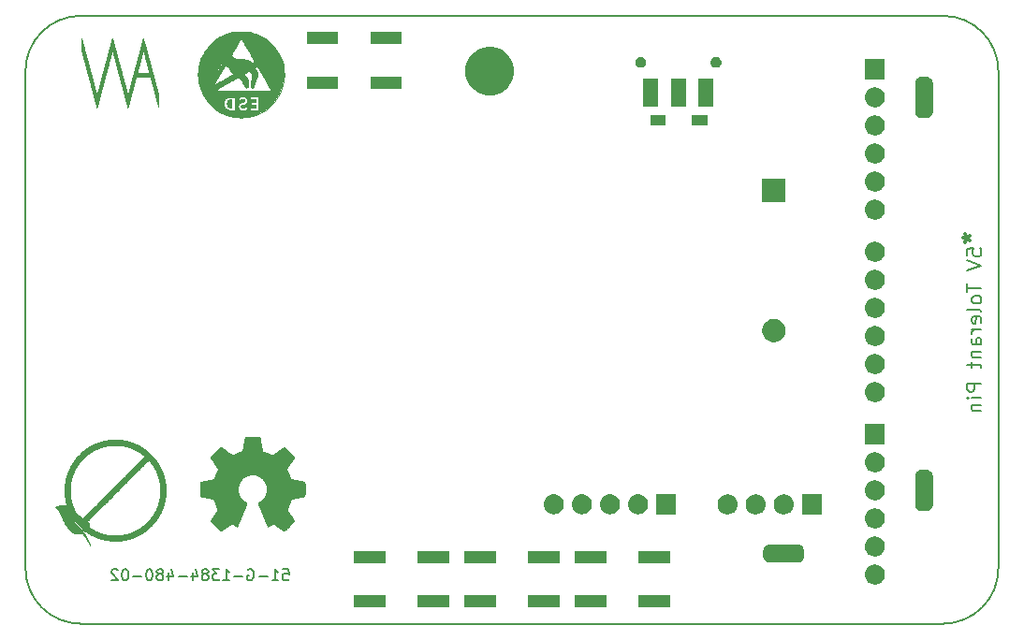
<source format=gbr>
G04 #@! TF.GenerationSoftware,KiCad,Pcbnew,(5.0.2)-1*
G04 #@! TF.CreationDate,2019-03-01T11:01:03+00:00*
G04 #@! TF.ProjectId,PCB_Card,5043425f-4361-4726-942e-6b696361645f,02*
G04 #@! TF.SameCoordinates,PX6ddf710PY7643e10*
G04 #@! TF.FileFunction,Soldermask,Bot*
G04 #@! TF.FilePolarity,Negative*
%FSLAX46Y46*%
G04 Gerber Fmt 4.6, Leading zero omitted, Abs format (unit mm)*
G04 Created by KiCad (PCBNEW (5.0.2)-1) date 01/03/2019 11:01:03*
%MOMM*%
%LPD*%
G01*
G04 APERTURE LIST*
%ADD10C,0.200000*%
%ADD11C,0.300000*%
%ADD12C,0.150000*%
%ADD13C,0.010000*%
%ADD14C,0.100000*%
G04 APERTURE END LIST*
D10*
X85143095Y33301667D02*
X85143095Y33920715D01*
X85762142Y33982620D01*
X85700238Y33920715D01*
X85638333Y33796905D01*
X85638333Y33487381D01*
X85700238Y33363572D01*
X85762142Y33301667D01*
X85885952Y33239762D01*
X86195476Y33239762D01*
X86319285Y33301667D01*
X86381190Y33363572D01*
X86443095Y33487381D01*
X86443095Y33796905D01*
X86381190Y33920715D01*
X86319285Y33982620D01*
X85143095Y32868334D02*
X86443095Y32435000D01*
X85143095Y32001667D01*
X85143095Y30763572D02*
X85143095Y30020715D01*
X86443095Y30392143D02*
X85143095Y30392143D01*
X86443095Y29401667D02*
X86381190Y29525477D01*
X86319285Y29587381D01*
X86195476Y29649286D01*
X85824047Y29649286D01*
X85700238Y29587381D01*
X85638333Y29525477D01*
X85576428Y29401667D01*
X85576428Y29215953D01*
X85638333Y29092143D01*
X85700238Y29030239D01*
X85824047Y28968334D01*
X86195476Y28968334D01*
X86319285Y29030239D01*
X86381190Y29092143D01*
X86443095Y29215953D01*
X86443095Y29401667D01*
X86443095Y28225477D02*
X86381190Y28349286D01*
X86257380Y28411191D01*
X85143095Y28411191D01*
X86381190Y27235000D02*
X86443095Y27358810D01*
X86443095Y27606429D01*
X86381190Y27730239D01*
X86257380Y27792143D01*
X85762142Y27792143D01*
X85638333Y27730239D01*
X85576428Y27606429D01*
X85576428Y27358810D01*
X85638333Y27235000D01*
X85762142Y27173096D01*
X85885952Y27173096D01*
X86009761Y27792143D01*
X86443095Y26615953D02*
X85576428Y26615953D01*
X85824047Y26615953D02*
X85700238Y26554048D01*
X85638333Y26492143D01*
X85576428Y26368334D01*
X85576428Y26244524D01*
X86443095Y25254048D02*
X85762142Y25254048D01*
X85638333Y25315953D01*
X85576428Y25439762D01*
X85576428Y25687381D01*
X85638333Y25811191D01*
X86381190Y25254048D02*
X86443095Y25377858D01*
X86443095Y25687381D01*
X86381190Y25811191D01*
X86257380Y25873096D01*
X86133571Y25873096D01*
X86009761Y25811191D01*
X85947857Y25687381D01*
X85947857Y25377858D01*
X85885952Y25254048D01*
X85576428Y24635000D02*
X86443095Y24635000D01*
X85700238Y24635000D02*
X85638333Y24573096D01*
X85576428Y24449286D01*
X85576428Y24263572D01*
X85638333Y24139762D01*
X85762142Y24077858D01*
X86443095Y24077858D01*
X85576428Y23644524D02*
X85576428Y23149286D01*
X85143095Y23458810D02*
X86257380Y23458810D01*
X86381190Y23396905D01*
X86443095Y23273096D01*
X86443095Y23149286D01*
X86443095Y21725477D02*
X85143095Y21725477D01*
X85143095Y21230239D01*
X85205000Y21106429D01*
X85266904Y21044524D01*
X85390714Y20982620D01*
X85576428Y20982620D01*
X85700238Y21044524D01*
X85762142Y21106429D01*
X85824047Y21230239D01*
X85824047Y21725477D01*
X86443095Y20425477D02*
X85576428Y20425477D01*
X85143095Y20425477D02*
X85205000Y20487381D01*
X85266904Y20425477D01*
X85205000Y20363572D01*
X85143095Y20425477D01*
X85266904Y20425477D01*
X85576428Y19806429D02*
X86443095Y19806429D01*
X85700238Y19806429D02*
X85638333Y19744524D01*
X85576428Y19620715D01*
X85576428Y19435000D01*
X85638333Y19311191D01*
X85762142Y19249286D01*
X86443095Y19249286D01*
D11*
X84766516Y34896037D02*
X85123659Y34896037D01*
X84980802Y35253180D02*
X85123659Y34896037D01*
X84980802Y34538895D01*
X85409373Y35110323D02*
X85123659Y34896037D01*
X85409373Y34681752D01*
D10*
X87980000Y50010000D02*
X87980000Y5010000D01*
D12*
X23280000Y4932620D02*
X23756190Y4932620D01*
X23803809Y4456429D01*
X23756190Y4504048D01*
X23660952Y4551667D01*
X23422857Y4551667D01*
X23327619Y4504048D01*
X23280000Y4456429D01*
X23232380Y4361191D01*
X23232380Y4123096D01*
X23280000Y4027858D01*
X23327619Y3980239D01*
X23422857Y3932620D01*
X23660952Y3932620D01*
X23756190Y3980239D01*
X23803809Y4027858D01*
X22280000Y3932620D02*
X22851428Y3932620D01*
X22565714Y3932620D02*
X22565714Y4932620D01*
X22660952Y4789762D01*
X22756190Y4694524D01*
X22851428Y4646905D01*
X21851428Y4313572D02*
X21089523Y4313572D01*
X20089523Y4885000D02*
X20184761Y4932620D01*
X20327619Y4932620D01*
X20470476Y4885000D01*
X20565714Y4789762D01*
X20613333Y4694524D01*
X20660952Y4504048D01*
X20660952Y4361191D01*
X20613333Y4170715D01*
X20565714Y4075477D01*
X20470476Y3980239D01*
X20327619Y3932620D01*
X20232380Y3932620D01*
X20089523Y3980239D01*
X20041904Y4027858D01*
X20041904Y4361191D01*
X20232380Y4361191D01*
X19613333Y4313572D02*
X18851428Y4313572D01*
X17851428Y3932620D02*
X18422857Y3932620D01*
X18137142Y3932620D02*
X18137142Y4932620D01*
X18232380Y4789762D01*
X18327619Y4694524D01*
X18422857Y4646905D01*
X17518095Y4932620D02*
X16899047Y4932620D01*
X17232380Y4551667D01*
X17089523Y4551667D01*
X16994285Y4504048D01*
X16946666Y4456429D01*
X16899047Y4361191D01*
X16899047Y4123096D01*
X16946666Y4027858D01*
X16994285Y3980239D01*
X17089523Y3932620D01*
X17375238Y3932620D01*
X17470476Y3980239D01*
X17518095Y4027858D01*
X16327619Y4504048D02*
X16422857Y4551667D01*
X16470476Y4599286D01*
X16518095Y4694524D01*
X16518095Y4742143D01*
X16470476Y4837381D01*
X16422857Y4885000D01*
X16327619Y4932620D01*
X16137142Y4932620D01*
X16041904Y4885000D01*
X15994285Y4837381D01*
X15946666Y4742143D01*
X15946666Y4694524D01*
X15994285Y4599286D01*
X16041904Y4551667D01*
X16137142Y4504048D01*
X16327619Y4504048D01*
X16422857Y4456429D01*
X16470476Y4408810D01*
X16518095Y4313572D01*
X16518095Y4123096D01*
X16470476Y4027858D01*
X16422857Y3980239D01*
X16327619Y3932620D01*
X16137142Y3932620D01*
X16041904Y3980239D01*
X15994285Y4027858D01*
X15946666Y4123096D01*
X15946666Y4313572D01*
X15994285Y4408810D01*
X16041904Y4456429D01*
X16137142Y4504048D01*
X15089523Y4599286D02*
X15089523Y3932620D01*
X15327619Y4980239D02*
X15565714Y4265953D01*
X14946666Y4265953D01*
X14565714Y4313572D02*
X13803809Y4313572D01*
X12899047Y4599286D02*
X12899047Y3932620D01*
X13137142Y4980239D02*
X13375238Y4265953D01*
X12756190Y4265953D01*
X12232380Y4504048D02*
X12327619Y4551667D01*
X12375238Y4599286D01*
X12422857Y4694524D01*
X12422857Y4742143D01*
X12375238Y4837381D01*
X12327619Y4885000D01*
X12232380Y4932620D01*
X12041904Y4932620D01*
X11946666Y4885000D01*
X11899047Y4837381D01*
X11851428Y4742143D01*
X11851428Y4694524D01*
X11899047Y4599286D01*
X11946666Y4551667D01*
X12041904Y4504048D01*
X12232380Y4504048D01*
X12327619Y4456429D01*
X12375238Y4408810D01*
X12422857Y4313572D01*
X12422857Y4123096D01*
X12375238Y4027858D01*
X12327619Y3980239D01*
X12232380Y3932620D01*
X12041904Y3932620D01*
X11946666Y3980239D01*
X11899047Y4027858D01*
X11851428Y4123096D01*
X11851428Y4313572D01*
X11899047Y4408810D01*
X11946666Y4456429D01*
X12041904Y4504048D01*
X11232380Y4932620D02*
X11137142Y4932620D01*
X11041904Y4885000D01*
X10994285Y4837381D01*
X10946666Y4742143D01*
X10899047Y4551667D01*
X10899047Y4313572D01*
X10946666Y4123096D01*
X10994285Y4027858D01*
X11041904Y3980239D01*
X11137142Y3932620D01*
X11232380Y3932620D01*
X11327619Y3980239D01*
X11375238Y4027858D01*
X11422857Y4123096D01*
X11470476Y4313572D01*
X11470476Y4551667D01*
X11422857Y4742143D01*
X11375238Y4837381D01*
X11327619Y4885000D01*
X11232380Y4932620D01*
X10470476Y4313572D02*
X9708571Y4313572D01*
X9041904Y4932620D02*
X8946666Y4932620D01*
X8851428Y4885000D01*
X8803809Y4837381D01*
X8756190Y4742143D01*
X8708571Y4551667D01*
X8708571Y4313572D01*
X8756190Y4123096D01*
X8803809Y4027858D01*
X8851428Y3980239D01*
X8946666Y3932620D01*
X9041904Y3932620D01*
X9137142Y3980239D01*
X9184761Y4027858D01*
X9232380Y4123096D01*
X9280000Y4313572D01*
X9280000Y4551667D01*
X9232380Y4742143D01*
X9184761Y4837381D01*
X9137142Y4885000D01*
X9041904Y4932620D01*
X8327619Y4837381D02*
X8280000Y4885000D01*
X8184761Y4932620D01*
X7946666Y4932620D01*
X7851428Y4885000D01*
X7803809Y4837381D01*
X7756190Y4742143D01*
X7756190Y4646905D01*
X7803809Y4504048D01*
X8375238Y3932620D01*
X7756190Y3932620D01*
D10*
X-20000Y5010000D02*
G75*
G03X4980000Y10000I5000000J0D01*
G01*
X87980000Y5010000D02*
G75*
G02X82980000Y10000I-5000000J0D01*
G01*
X87980000Y50010000D02*
G75*
G03X82980000Y55010000I-5000000J0D01*
G01*
X-20000Y50010000D02*
G75*
G02X4980000Y55010000I5000000J0D01*
G01*
X-20000Y5010000D02*
X-20000Y50010000D01*
X82980000Y10000D02*
X4980000Y10000D01*
X4980000Y55010000D02*
X82980000Y55010000D01*
D13*
G04 #@! TO.C,G\002A\002A\002A*
G36*
X7821524Y52983869D02*
X7812591Y52957522D01*
X7806577Y52936016D01*
X7794558Y52890918D01*
X7783166Y52849341D01*
X7779746Y52837226D01*
X7770620Y52803787D01*
X7758555Y52757570D01*
X7749767Y52722926D01*
X7735080Y52666328D01*
X7718673Y52606143D01*
X7710339Y52576876D01*
X7695861Y52524517D01*
X7680130Y52463592D01*
X7670622Y52424476D01*
X7657702Y52373562D01*
X7643934Y52325734D01*
X7634497Y52297476D01*
X7624249Y52265299D01*
X7610936Y52216576D01*
X7596772Y52159611D01*
X7590457Y52132376D01*
X7576563Y52073386D01*
X7562480Y52017729D01*
X7550467Y51974187D01*
X7546351Y51960926D01*
X7531444Y51913010D01*
X7517529Y51863844D01*
X7516345Y51859326D01*
X7507192Y51824327D01*
X7493774Y51773412D01*
X7478370Y51715210D01*
X7471113Y51687876D01*
X7453230Y51620122D01*
X7434081Y51546821D01*
X7417099Y51481135D01*
X7413131Y51465626D01*
X7398076Y51407664D01*
X7382618Y51349858D01*
X7369886Y51303890D01*
X7368921Y51300526D01*
X7354495Y51249213D01*
X7340124Y51196225D01*
X7335833Y51179876D01*
X7324194Y51138122D01*
X7312828Y51102237D01*
X7309661Y51093554D01*
X7300385Y51057259D01*
X7298284Y51034780D01*
X7293450Y51002599D01*
X7281718Y50964728D01*
X7280764Y50962352D01*
X7270098Y50930995D01*
X7256250Y50882993D01*
X7241512Y50826505D01*
X7234821Y50798876D01*
X7220560Y50740971D01*
X7206279Y50687391D01*
X7194227Y50646409D01*
X7189944Y50633776D01*
X7176923Y50593618D01*
X7163468Y50544729D01*
X7158886Y50525826D01*
X7135213Y50426627D01*
X7113155Y50342620D01*
X7102045Y50303576D01*
X7088077Y50254940D01*
X7074320Y50205843D01*
X7071518Y50195626D01*
X7061094Y50157675D01*
X7046832Y50106134D01*
X7031740Y50051874D01*
X7031099Y50049576D01*
X7016445Y49995503D01*
X7003118Y49943652D01*
X6993899Y49904859D01*
X6993611Y49903526D01*
X6982274Y49855248D01*
X6969310Y49805861D01*
X6968197Y49801926D01*
X6955480Y49756134D01*
X6943554Y49711316D01*
X6942364Y49706676D01*
X6933970Y49674819D01*
X6920949Y49626608D01*
X6905499Y49570154D01*
X6897608Y49541576D01*
X6881618Y49482408D01*
X6867015Y49425807D01*
X6856062Y49380652D01*
X6852858Y49366103D01*
X6843993Y49329204D01*
X6835329Y49302359D01*
X6832852Y49297232D01*
X6824543Y49276023D01*
X6815636Y49242604D01*
X6814581Y49237755D01*
X6810541Y49219406D01*
X6805262Y49197275D01*
X6797968Y49168440D01*
X6787883Y49129978D01*
X6774231Y49078966D01*
X6756236Y49012481D01*
X6733121Y48927599D01*
X6704111Y48821398D01*
X6701358Y48811326D01*
X6682393Y48741670D01*
X6665013Y48677278D01*
X6650705Y48623705D01*
X6640957Y48586503D01*
X6638404Y48576376D01*
X6630224Y48544520D01*
X6617386Y48496310D01*
X6602062Y48439857D01*
X6594202Y48411276D01*
X6576134Y48344883D01*
X6557318Y48274121D01*
X6541054Y48211440D01*
X6536991Y48195376D01*
X6521611Y48135409D01*
X6504919Y48072454D01*
X6491585Y48023926D01*
X6468440Y47941403D01*
X6450925Y47877444D01*
X6437456Y47826261D01*
X6436042Y47820726D01*
X6426345Y47782626D01*
X6411974Y47839776D01*
X6403531Y47872329D01*
X6389986Y47923384D01*
X6372942Y47986947D01*
X6354002Y48057022D01*
X6345738Y48087426D01*
X6326843Y48157095D01*
X6309510Y48221496D01*
X6295223Y48275072D01*
X6285469Y48312269D01*
X6282907Y48322376D01*
X6274681Y48354234D01*
X6261808Y48402446D01*
X6246464Y48458901D01*
X6238602Y48487476D01*
X6220533Y48553870D01*
X6201713Y48624632D01*
X6185443Y48687314D01*
X6181378Y48703376D01*
X6166237Y48761895D01*
X6149944Y48822023D01*
X6136685Y48868476D01*
X6122738Y48916647D01*
X6110075Y48962589D01*
X6104837Y48982776D01*
X6096045Y49017272D01*
X6083326Y49066115D01*
X6069336Y49119118D01*
X6068443Y49122476D01*
X6055270Y49172023D01*
X6037805Y49237787D01*
X6018260Y49311430D01*
X5998849Y49384616D01*
X5997640Y49389176D01*
X5979069Y49458820D01*
X5960877Y49526324D01*
X5945002Y49584546D01*
X5933380Y49626345D01*
X5932203Y49630476D01*
X5917327Y49684650D01*
X5901488Y49745564D01*
X5893813Y49776526D01*
X5879894Y49831361D01*
X5864463Y49888111D01*
X5856316Y49916226D01*
X5844423Y49957578D01*
X5828942Y50013868D01*
X5812518Y50075411D01*
X5806006Y50100376D01*
X5789695Y50162345D01*
X5772960Y50224173D01*
X5758581Y50275640D01*
X5754160Y50290876D01*
X5740278Y50340772D01*
X5727895Y50390060D01*
X5723116Y50411526D01*
X5712621Y50457915D01*
X5700972Y50503045D01*
X5699912Y50506776D01*
X5691523Y50536857D01*
X5678506Y50584587D01*
X5662736Y50643062D01*
X5648241Y50697276D01*
X5630836Y50762115D01*
X5613770Y50824767D01*
X5599229Y50877263D01*
X5590812Y50906826D01*
X5578771Y50950060D01*
X5563683Y51007032D01*
X5548436Y51066787D01*
X5545581Y51078276D01*
X5530793Y51136072D01*
X5515605Y51192143D01*
X5502834Y51236162D01*
X5500573Y51243376D01*
X5490101Y51278575D01*
X5475478Y51331066D01*
X5458714Y51393503D01*
X5443253Y51452926D01*
X5426923Y51516329D01*
X5411656Y51574871D01*
X5399208Y51621861D01*
X5391574Y51649776D01*
X5379702Y51693306D01*
X5367602Y51740386D01*
X5366459Y51745026D01*
X5348011Y51818895D01*
X5331829Y51879785D01*
X5314740Y51939531D01*
X5310282Y51954576D01*
X5296584Y52003500D01*
X5280871Y52063936D01*
X5266910Y52121266D01*
X5255157Y52169005D01*
X5244519Y52207517D01*
X5236983Y52229711D01*
X5236038Y52231542D01*
X5228416Y52251584D01*
X5219226Y52285789D01*
X5216075Y52299803D01*
X5204735Y52348911D01*
X5191992Y52398467D01*
X5190056Y52405426D01*
X5177463Y52451237D01*
X5165666Y52496064D01*
X5164497Y52500676D01*
X5157628Y52526839D01*
X5145283Y52572790D01*
X5128744Y52633831D01*
X5109289Y52705266D01*
X5088200Y52782397D01*
X5066757Y52860527D01*
X5046240Y52934959D01*
X5038141Y52964226D01*
X5035719Y52960846D01*
X5033466Y52934034D01*
X5031431Y52885760D01*
X5029661Y52817993D01*
X5028204Y52732700D01*
X5027107Y52631851D01*
X5026419Y52517414D01*
X5026283Y52474770D01*
X5025959Y52345875D01*
X5025825Y52239335D01*
X5026099Y52152103D01*
X5026998Y52081133D01*
X5028739Y52023380D01*
X5031540Y51975797D01*
X5035618Y51935339D01*
X5041191Y51898960D01*
X5048474Y51863614D01*
X5057687Y51826254D01*
X5069045Y51783836D01*
X5077881Y51751376D01*
X5087056Y51716799D01*
X5099793Y51667840D01*
X5113425Y51614743D01*
X5114207Y51611676D01*
X5129165Y51554105D01*
X5147670Y51484535D01*
X5166399Y51415419D01*
X5171802Y51395776D01*
X5187554Y51338245D01*
X5201897Y51284929D01*
X5212661Y51243940D01*
X5216004Y51230676D01*
X5223139Y51202920D01*
X5235516Y51156224D01*
X5251651Y51096142D01*
X5270054Y51028227D01*
X5278916Y50995726D01*
X5301149Y50914008D01*
X5324955Y50825935D01*
X5347718Y50741225D01*
X5366819Y50669595D01*
X5369577Y50659176D01*
X5393170Y50570024D01*
X5411937Y50499351D01*
X5427514Y50441073D01*
X5441537Y50389105D01*
X5455640Y50337362D01*
X5471459Y50279761D01*
X5475393Y50265476D01*
X5491122Y50207936D01*
X5505482Y50154614D01*
X5516295Y50113624D01*
X5519671Y50100376D01*
X5528699Y50064036D01*
X5540906Y50014921D01*
X5551234Y49973376D01*
X5565311Y49919511D01*
X5580423Y49865835D01*
X5590229Y49833676D01*
X5603878Y49787992D01*
X5618820Y49732914D01*
X5626986Y49700326D01*
X5641506Y49642238D01*
X5658207Y49578800D01*
X5666694Y49547926D01*
X5686165Y49478328D01*
X5700267Y49426947D01*
X5710646Y49387590D01*
X5718951Y49354062D01*
X5724116Y49332026D01*
X5735292Y49285803D01*
X5746959Y49240758D01*
X5748046Y49236776D01*
X5770741Y49154025D01*
X5795439Y49063513D01*
X5820880Y48969901D01*
X5845803Y48877852D01*
X5868949Y48792027D01*
X5889058Y48717089D01*
X5904869Y48657700D01*
X5914530Y48620826D01*
X5923748Y48586679D01*
X5936611Y48540947D01*
X5944704Y48512876D01*
X5965379Y48439921D01*
X5985574Y48365109D01*
X6002970Y48297237D01*
X6015016Y48246176D01*
X6024352Y48207985D01*
X6037524Y48159454D01*
X6045510Y48131876D01*
X6064091Y48066887D01*
X6086999Y47982520D01*
X6112824Y47884139D01*
X6140152Y47777110D01*
X6162515Y47687376D01*
X6177961Y47627610D01*
X6193407Y47572814D01*
X6206706Y47530366D01*
X6213427Y47512321D01*
X6225723Y47478419D01*
X6231433Y47451833D01*
X6231483Y47450190D01*
X6233300Y47434863D01*
X6239235Y47407547D01*
X6250016Y47365450D01*
X6266373Y47305781D01*
X6289034Y47225749D01*
X6300510Y47185726D01*
X6315154Y47132292D01*
X6329736Y47075307D01*
X6333735Y47058726D01*
X6344902Y47012975D01*
X6355779Y46970945D01*
X6359591Y46957126D01*
X6369709Y46921812D01*
X6382781Y46876293D01*
X6388755Y46855526D01*
X6401423Y46810157D01*
X6412476Y46768331D01*
X6416031Y46753926D01*
X6421249Y46735629D01*
X6426441Y46732714D01*
X6433678Y46747956D01*
X6445032Y46784129D01*
X6449229Y46798376D01*
X6461333Y46840801D01*
X6478015Y46900818D01*
X6497361Y46971467D01*
X6517456Y47045783D01*
X6524327Y47071426D01*
X6546904Y47155843D01*
X6571883Y47249121D01*
X6596392Y47340531D01*
X6617553Y47419346D01*
X6619618Y47427026D01*
X6638832Y47498987D01*
X6658170Y47572260D01*
X6675358Y47638183D01*
X6687942Y47687376D01*
X6703056Y47745884D01*
X6719238Y47806003D01*
X6732342Y47852476D01*
X6747599Y47906589D01*
X6763903Y47967447D01*
X6771867Y47998526D01*
X6786325Y48055507D01*
X6799385Y48104563D01*
X6814004Y48156496D01*
X6832752Y48220776D01*
X6852060Y48289980D01*
X6874064Y48374730D01*
X6896366Y48465691D01*
X6904475Y48500176D01*
X6915839Y48543309D01*
X6928138Y48582726D01*
X6937370Y48612721D01*
X6950147Y48658866D01*
X6964123Y48712606D01*
X6968162Y48728776D01*
X6982159Y48784059D01*
X6995692Y48835213D01*
X7006356Y48873211D01*
X7008487Y48880221D01*
X7021450Y48924710D01*
X7037667Y48984798D01*
X7054781Y49051311D01*
X7070438Y49115075D01*
X7082281Y49166916D01*
X7083135Y49170950D01*
X7091998Y49207635D01*
X7100479Y49234099D01*
X7102884Y49239123D01*
X7112789Y49263794D01*
X7125665Y49308830D01*
X7140227Y49369553D01*
X7145883Y49395526D01*
X7156761Y49441887D01*
X7168865Y49487003D01*
X7169980Y49490776D01*
X7178158Y49519633D01*
X7191050Y49566917D01*
X7206994Y49626468D01*
X7224331Y49692125D01*
X7227290Y49703423D01*
X7243913Y49765834D01*
X7258784Y49819577D01*
X7270512Y49859764D01*
X7277701Y49881510D01*
X7278661Y49883550D01*
X7285484Y49902228D01*
X7294494Y49936214D01*
X7299129Y49956653D01*
X7316946Y50036312D01*
X7334355Y50105221D01*
X7354638Y50176576D01*
X7365733Y50215539D01*
X7381228Y50271941D01*
X7399181Y50338629D01*
X7417650Y50408446D01*
X7420118Y50417876D01*
X7437611Y50484505D01*
X7453916Y50546034D01*
X7467415Y50596398D01*
X7476490Y50629532D01*
X7477695Y50633776D01*
X7490107Y50679235D01*
X7501101Y50722676D01*
X7510551Y50759817D01*
X7523685Y50808611D01*
X7533372Y50843326D01*
X7552887Y50912582D01*
X7567820Y50967324D01*
X7580742Y51017412D01*
X7594225Y51072704D01*
X7604291Y51115181D01*
X7616495Y51164935D01*
X7627304Y51205311D01*
X7634943Y51229811D01*
X7636608Y51233548D01*
X7642910Y51250750D01*
X7653587Y51286870D01*
X7667081Y51336126D01*
X7681835Y51392739D01*
X7696290Y51450928D01*
X7704285Y51484676D01*
X7715408Y51527793D01*
X7727198Y51567226D01*
X7746074Y51629437D01*
X7767184Y51709373D01*
X7788048Y51795826D01*
X7801588Y51851994D01*
X7812263Y51887401D01*
X7821701Y51901364D01*
X7831528Y51893200D01*
X7843372Y51862227D01*
X7858859Y51807762D01*
X7871265Y51760901D01*
X7883466Y51716845D01*
X7895739Y51676019D01*
X7898069Y51668826D01*
X7910118Y51628313D01*
X7920850Y51586276D01*
X7936575Y51519695D01*
X7953385Y51452163D01*
X7969299Y51391386D01*
X7982334Y51345069D01*
X7985761Y51333975D01*
X7994512Y51304284D01*
X8007570Y51256999D01*
X8023022Y51199152D01*
X8035866Y51149825D01*
X8052856Y51084705D01*
X8069964Y51020720D01*
X8084854Y50966523D01*
X8092845Y50938576D01*
X8106864Y50888658D01*
X8119601Y50839353D01*
X8124626Y50817926D01*
X8134840Y50775427D01*
X8148382Y50723890D01*
X8155805Y50697276D01*
X8168170Y50652711D01*
X8183992Y50593739D01*
X8200541Y50530589D01*
X8206669Y50506776D01*
X8222488Y50445891D01*
X8238411Y50386214D01*
X8251839Y50337439D01*
X8256082Y50322626D01*
X8289454Y50203227D01*
X8314830Y50106726D01*
X8325776Y50065528D01*
X8342927Y50002717D01*
X8365513Y49921105D01*
X8377487Y49878126D01*
X8386503Y49843606D01*
X8397817Y49797410D01*
X8404211Y49770176D01*
X8416570Y49721385D01*
X8433237Y49661743D01*
X8449842Y49606630D01*
X8464093Y49558539D01*
X8474571Y49517658D01*
X8479294Y49491840D01*
X8479384Y49489753D01*
X8483872Y49459291D01*
X8490440Y49437399D01*
X8504227Y49396140D01*
X8521808Y49336277D01*
X8541496Y49264006D01*
X8561607Y49185526D01*
X8580455Y49107033D01*
X8581286Y49103426D01*
X8593572Y49055639D01*
X8607347Y49009927D01*
X8612366Y48995476D01*
X8624790Y48956650D01*
X8638035Y48907393D01*
X8644193Y48881176D01*
X8654936Y48834172D01*
X8665434Y48791190D01*
X8670180Y48773226D01*
X8697819Y48673196D01*
X8724961Y48573143D01*
X8748990Y48482767D01*
X8759330Y48443026D01*
X8768570Y48408892D01*
X8781490Y48363177D01*
X8789643Y48335076D01*
X8801992Y48291409D01*
X8817948Y48232790D01*
X8834893Y48168893D01*
X8842858Y48138226D01*
X8859139Y48075328D01*
X8875429Y48012904D01*
X8889201Y47960617D01*
X8894331Y47941376D01*
X8907067Y47892993D01*
X8918782Y47846917D01*
X8923623Y47827076D01*
X8933414Y47788836D01*
X8946790Y47740250D01*
X8954711Y47712776D01*
X8966990Y47669049D01*
X8982690Y47610346D01*
X8999235Y47546376D01*
X9006902Y47515926D01*
X9021751Y47457931D01*
X9035943Y47405308D01*
X9047437Y47365487D01*
X9052193Y47350826D01*
X9061765Y47320266D01*
X9074682Y47274029D01*
X9088439Y47221157D01*
X9090935Y47211126D01*
X9104327Y47156893D01*
X9116789Y47106417D01*
X9125943Y47069334D01*
X9126993Y47065076D01*
X9135998Y47030726D01*
X9149387Y46982092D01*
X9164382Y46929257D01*
X9165502Y46925376D01*
X9181126Y46870709D01*
X9195988Y46817650D01*
X9206958Y46777376D01*
X9207250Y46776271D01*
X9214882Y46750603D01*
X9221826Y46738445D01*
X9229263Y46741908D01*
X9238370Y46763102D01*
X9250326Y46804140D01*
X9266312Y46867130D01*
X9272802Y46893626D01*
X9288372Y46955809D01*
X9303706Y47014178D01*
X9316765Y47061117D01*
X9323801Y47084126D01*
X9334929Y47120635D01*
X9349330Y47172134D01*
X9364313Y47228921D01*
X9367851Y47242876D01*
X9382985Y47301829D01*
X9398515Y47360228D01*
X9411523Y47407136D01*
X9413609Y47414326D01*
X9424521Y47452813D01*
X9439646Y47507906D01*
X9456814Y47571627D01*
X9470670Y47623876D01*
X9487097Y47686104D01*
X9502375Y47743585D01*
X9514660Y47789407D01*
X9521470Y47814376D01*
X9532877Y47858039D01*
X9544177Y47905213D01*
X9545168Y47909626D01*
X9555119Y47950760D01*
X9568653Y48002434D01*
X9578100Y48036626D01*
X9592406Y48087338D01*
X9604552Y48131241D01*
X9617032Y48177521D01*
X9632340Y48235359D01*
X9640192Y48265226D01*
X9654952Y48319885D01*
X9670859Y48376498D01*
X9679154Y48404926D01*
X9693259Y48454800D01*
X9708567Y48512782D01*
X9716500Y48544626D01*
X9731050Y48602749D01*
X9747698Y48666216D01*
X9756102Y48697026D01*
X9780008Y48784284D01*
X9801998Y48867121D01*
X9820575Y48939755D01*
X9834244Y48996401D01*
X9838421Y49015262D01*
X9848576Y49056723D01*
X9859636Y49092774D01*
X9861522Y49097812D01*
X9868402Y49116645D01*
X9876012Y49141001D01*
X9885712Y49175739D01*
X9898862Y49225719D01*
X9915538Y49290751D01*
X9927314Y49335472D01*
X9941803Y49388540D01*
X9949099Y49414576D01*
X9960700Y49455698D01*
X9969670Y49487879D01*
X9973046Y49500301D01*
X9979158Y49504011D01*
X9996533Y49507137D01*
X10026878Y49509721D01*
X10071896Y49511804D01*
X10133292Y49513428D01*
X10212770Y49514634D01*
X10312035Y49515465D01*
X10432791Y49515962D01*
X10576742Y49516166D01*
X10623520Y49516176D01*
X11269854Y49516176D01*
X11297884Y49411401D01*
X11312804Y49355543D01*
X11326968Y49302363D01*
X11337739Y49261763D01*
X11339307Y49255826D01*
X11360345Y49177950D01*
X11387605Y49080180D01*
X11399001Y49039926D01*
X11410151Y48998385D01*
X11423289Y48946243D01*
X11431293Y48912926D01*
X11443338Y48864740D01*
X11455578Y48820794D01*
X11462625Y48798626D01*
X11472835Y48765997D01*
X11485770Y48719654D01*
X11496529Y48677976D01*
X11509090Y48627244D01*
X11520912Y48579534D01*
X11527996Y48550976D01*
X11536244Y48519113D01*
X11549117Y48470893D01*
X11564439Y48414429D01*
X11572274Y48385876D01*
X11588262Y48327735D01*
X11602230Y48276607D01*
X11615748Y48226661D01*
X11630381Y48172062D01*
X11647699Y48106977D01*
X11669268Y48025572D01*
X11679784Y47985826D01*
X11703566Y47895980D01*
X11722450Y47824862D01*
X11738001Y47766640D01*
X11751790Y47715480D01*
X11765382Y47665548D01*
X11780346Y47611010D01*
X11787293Y47585776D01*
X11803022Y47528236D01*
X11817382Y47474914D01*
X11828195Y47433924D01*
X11831571Y47420676D01*
X11840586Y47384329D01*
X11852757Y47335205D01*
X11863038Y47293676D01*
X11875882Y47244326D01*
X11888642Y47199393D01*
X11897057Y47173026D01*
X11906772Y47141828D01*
X11919580Y47095496D01*
X11932832Y47043640D01*
X11933799Y47039676D01*
X11948840Y46979640D01*
X11965326Y46916626D01*
X11978586Y46868226D01*
X11992015Y46820423D01*
X12004056Y46776699D01*
X12010153Y46753926D01*
X12012275Y46757947D01*
X12014287Y46784988D01*
X12016138Y46832670D01*
X12017775Y46898614D01*
X12019145Y46980441D01*
X12020196Y47075771D01*
X12020875Y47182225D01*
X12021081Y47249226D01*
X12021018Y47365879D01*
X12020420Y47475652D01*
X12019341Y47575665D01*
X12017836Y47663039D01*
X12015959Y47734891D01*
X12013764Y47788342D01*
X12011306Y47820511D01*
X12010183Y47827076D01*
X12002187Y47857166D01*
X11989562Y47904913D01*
X11974132Y47963407D01*
X11959870Y48017576D01*
X11942606Y48082450D01*
X11925579Y48145128D01*
X11910976Y48197634D01*
X11902455Y48227126D01*
X11884563Y48290638D01*
X11864788Y48366560D01*
X11846287Y48442405D01*
X11833153Y48501155D01*
X11824614Y48535158D01*
X11816154Y48558620D01*
X11815202Y48560330D01*
X11809096Y48577050D01*
X11798141Y48613565D01*
X11783714Y48665046D01*
X11767192Y48726665D01*
X11761138Y48749852D01*
X11743613Y48817220D01*
X11727319Y48879436D01*
X11713822Y48930552D01*
X11704686Y48964616D01*
X11703182Y48970076D01*
X11691510Y49013597D01*
X11679504Y49060671D01*
X11678359Y49065326D01*
X11659911Y49139195D01*
X11643729Y49200085D01*
X11626640Y49259831D01*
X11622182Y49274876D01*
X11608181Y49324009D01*
X11591860Y49384363D01*
X11577489Y49439976D01*
X11562704Y49497541D01*
X11544330Y49567103D01*
X11525669Y49636213D01*
X11520265Y49655876D01*
X11504512Y49713408D01*
X11490167Y49766724D01*
X11479401Y49807713D01*
X11476057Y49820976D01*
X11466117Y49859256D01*
X11455352Y49898416D01*
X11171434Y49898416D01*
X11165435Y49890048D01*
X11151094Y49883636D01*
X11126309Y49878922D01*
X11088976Y49875646D01*
X11036992Y49873550D01*
X10968255Y49872374D01*
X10880663Y49871859D01*
X10772111Y49871746D01*
X10640499Y49871776D01*
X10076701Y49871776D01*
X10083711Y49906701D01*
X10089641Y49934507D01*
X10097587Y49968148D01*
X10108515Y50011366D01*
X10123393Y50067903D01*
X10143188Y50141498D01*
X10168277Y50233726D01*
X10191604Y50319360D01*
X10209675Y50386181D01*
X10223992Y50439858D01*
X10236057Y50486064D01*
X10247370Y50530470D01*
X10256539Y50567101D01*
X10268411Y50613022D01*
X10280682Y50658033D01*
X10281006Y50659176D01*
X10288787Y50687603D01*
X10301373Y50734703D01*
X10317194Y50794562D01*
X10334683Y50861266D01*
X10339744Y50880668D01*
X10356747Y50944789D01*
X10372038Y51000354D01*
X10384266Y51042602D01*
X10392078Y51066771D01*
X10393584Y51070189D01*
X10401173Y51090229D01*
X10409653Y51122967D01*
X10410753Y51128098D01*
X10425079Y51191883D01*
X10443621Y51267596D01*
X10463253Y51342851D01*
X10479915Y51402126D01*
X10491534Y51442641D01*
X10507041Y51498572D01*
X10523912Y51560761D01*
X10532410Y51592626D01*
X10548961Y51654440D01*
X10565416Y51714775D01*
X10579267Y51764473D01*
X10584623Y51783126D01*
X10597717Y51832198D01*
X10608882Y51881202D01*
X10611973Y51897426D01*
X10620750Y51948226D01*
X10635267Y51891076D01*
X10647409Y51844054D01*
X10661795Y51789406D01*
X10668560Y51764076D01*
X10682312Y51711862D01*
X10697920Y51651086D01*
X10707825Y51611676D01*
X10731586Y51520734D01*
X10758451Y51425484D01*
X10778940Y51357676D01*
X10787300Y51327164D01*
X10797793Y51283763D01*
X10803980Y51256076D01*
X10814667Y51210938D01*
X10825583Y51171628D01*
X10831018Y51155509D01*
X10838466Y51133425D01*
X10848874Y51097231D01*
X10862945Y51044287D01*
X10881379Y50971953D01*
X10904877Y50877588D01*
X10905498Y50875076D01*
X10915601Y50836861D01*
X10929286Y50788303D01*
X10937368Y50760776D01*
X10951453Y50710905D01*
X10964078Y50661633D01*
X10968991Y50640126D01*
X10978542Y50600360D01*
X10992398Y50548879D01*
X11004604Y50506776D01*
X11018452Y50459279D01*
X11029880Y50417327D01*
X11035866Y50392476D01*
X11044150Y50356359D01*
X11057547Y50303423D01*
X11074066Y50241238D01*
X11091715Y50177371D01*
X11101021Y50144826D01*
X11115519Y50093532D01*
X11129930Y50040557D01*
X11134234Y50024176D01*
X11145873Y49982422D01*
X11157239Y49946537D01*
X11160406Y49937854D01*
X11166817Y49922060D01*
X11171194Y49909001D01*
X11171434Y49898416D01*
X11455352Y49898416D01*
X11452747Y49907889D01*
X11444937Y49935276D01*
X11431155Y49985235D01*
X11418640Y50034566D01*
X11413721Y50055926D01*
X11403534Y50098350D01*
X11389804Y50149806D01*
X11382145Y50176576D01*
X11370327Y50217900D01*
X11354358Y50275446D01*
X11336539Y50340871D01*
X11322706Y50392476D01*
X11299118Y50481154D01*
X11280624Y50550547D01*
X11265806Y50605918D01*
X11253245Y50652534D01*
X11241525Y50695660D01*
X11229226Y50740562D01*
X11216674Y50786176D01*
X11200945Y50843717D01*
X11186585Y50897039D01*
X11175772Y50938029D01*
X11172396Y50951276D01*
X11163382Y50987624D01*
X11151212Y51036748D01*
X11140933Y51078276D01*
X11126679Y51133744D01*
X11111264Y51190516D01*
X11101554Y51224326D01*
X11086979Y51274976D01*
X11071105Y51332786D01*
X11063693Y51360851D01*
X11048630Y51417901D01*
X11031844Y51479880D01*
X11024368Y51506901D01*
X11005328Y51575288D01*
X10991622Y51625364D01*
X10981627Y51663247D01*
X10973721Y51695056D01*
X10967951Y51719626D01*
X10956691Y51765859D01*
X10944823Y51810908D01*
X10943713Y51814876D01*
X10935825Y51843728D01*
X10923177Y51891003D01*
X10907404Y51950543D01*
X10890143Y52016190D01*
X10887177Y52027523D01*
X10870554Y52089934D01*
X10855683Y52143677D01*
X10843955Y52183864D01*
X10836766Y52205610D01*
X10835806Y52207650D01*
X10828854Y52226680D01*
X10820197Y52260220D01*
X10817109Y52274403D01*
X10808645Y52311285D01*
X10795549Y52363728D01*
X10780070Y52422842D01*
X10772754Y52449876D01*
X10742570Y52560699D01*
X10714918Y52663335D01*
X10690558Y52754892D01*
X10670248Y52832477D01*
X10654750Y52893197D01*
X10644823Y52934160D01*
X10641773Y52948507D01*
X10633264Y52976804D01*
X10622919Y52990636D01*
X10614931Y52986594D01*
X10612983Y52971924D01*
X10608295Y52939340D01*
X10601563Y52917199D01*
X10592409Y52889842D01*
X10579925Y52847600D01*
X10568384Y52805476D01*
X10555585Y52757666D01*
X10543970Y52715544D01*
X10536930Y52691176D01*
X10528727Y52660669D01*
X10518322Y52617277D01*
X10512139Y52589576D01*
X10500214Y52540730D01*
X10486712Y52494370D01*
X10480119Y52475276D01*
X10468373Y52439726D01*
X10454295Y52390476D01*
X10441859Y52341926D01*
X10425041Y52272294D01*
X10411277Y52216764D01*
X10398027Y52165484D01*
X10382749Y52108598D01*
X10364893Y52043476D01*
X10348905Y51985335D01*
X10334937Y51934207D01*
X10321419Y51884261D01*
X10306786Y51829662D01*
X10289468Y51764577D01*
X10267899Y51683172D01*
X10257383Y51643426D01*
X10233601Y51553580D01*
X10214717Y51482462D01*
X10199166Y51424240D01*
X10185377Y51373080D01*
X10171785Y51323148D01*
X10156821Y51268610D01*
X10149874Y51243376D01*
X10130530Y51172783D01*
X10115532Y51116785D01*
X10102339Y51065526D01*
X10088409Y51009152D01*
X10072908Y50944926D01*
X10059573Y50892902D01*
X10045671Y50844222D01*
X10034964Y50811576D01*
X10024931Y50780502D01*
X10011154Y50732248D01*
X9995731Y50674351D01*
X9985485Y50633776D01*
X9969413Y50569798D01*
X9953029Y50506620D01*
X9938748Y50453469D01*
X9932295Y50430576D01*
X9919792Y50385719D01*
X9909684Y50346166D01*
X9905862Y50328976D01*
X9899450Y50302021D01*
X9887923Y50258982D01*
X9873504Y50208093D01*
X9869861Y50195626D01*
X9852071Y50132629D01*
X9832433Y50059204D01*
X9814766Y49989685D01*
X9812339Y49979726D01*
X9797748Y49920864D01*
X9783045Y49864018D01*
X9770769Y49818933D01*
X9767677Y49808276D01*
X9751758Y49753058D01*
X9733735Y49686799D01*
X9711787Y49602799D01*
X9710737Y49598726D01*
X9701513Y49564582D01*
X9688636Y49518855D01*
X9680528Y49490776D01*
X9668905Y49449388D01*
X9653324Y49391744D01*
X9636027Y49326225D01*
X9622744Y49274876D01*
X9606595Y49212577D01*
X9591325Y49155043D01*
X9578795Y49109213D01*
X9571608Y49084376D01*
X9559340Y49040642D01*
X9547801Y48993417D01*
X9546858Y48989126D01*
X9536606Y48946735D01*
X9522741Y48895313D01*
X9514968Y48868476D01*
X9505050Y48834960D01*
X9496518Y48804889D01*
X9487789Y48772223D01*
X9477277Y48730927D01*
X9463399Y48674962D01*
X9451655Y48627176D01*
X9437718Y48573287D01*
X9422697Y48519593D01*
X9412929Y48487476D01*
X9396832Y48433330D01*
X9377700Y48362118D01*
X9357576Y48281660D01*
X9343250Y48220776D01*
X9332216Y48177644D01*
X9320469Y48138226D01*
X9308686Y48099800D01*
X9296308Y48055425D01*
X9294713Y48049326D01*
X9282052Y48000791D01*
X9268969Y47951250D01*
X9268031Y47947726D01*
X9255803Y47901398D01*
X9242558Y47850547D01*
X9239780Y47839776D01*
X9225077Y47782626D01*
X9213806Y47820726D01*
X9203387Y47859343D01*
X9192672Y47903879D01*
X9191395Y47909626D01*
X9181063Y47952021D01*
X9167147Y48003447D01*
X9159368Y48030276D01*
X9145418Y48078432D01*
X9132831Y48124364D01*
X9127659Y48144576D01*
X9109355Y48217011D01*
X9088142Y48296794D01*
X9067417Y48371295D01*
X9057613Y48404926D01*
X9043508Y48454800D01*
X9028200Y48512782D01*
X9020267Y48544626D01*
X9005702Y48602735D01*
X8989010Y48666189D01*
X8980564Y48697026D01*
X8963491Y48758209D01*
X8950207Y48806307D01*
X8938283Y48850299D01*
X8925291Y48899168D01*
X8908800Y48961895D01*
X8904991Y48976426D01*
X8889455Y49035256D01*
X8874874Y49089687D01*
X8863348Y49131916D01*
X8858851Y49147876D01*
X8846387Y49193320D01*
X8835366Y49236776D01*
X8825916Y49273917D01*
X8812782Y49322711D01*
X8803095Y49357426D01*
X8778610Y49444414D01*
X8759781Y49513417D01*
X8744967Y49570779D01*
X8732524Y49622842D01*
X8721529Y49672600D01*
X8712334Y49710946D01*
X8703789Y49739154D01*
X8700558Y49746517D01*
X8693896Y49764356D01*
X8682886Y49801229D01*
X8669063Y49851464D01*
X8653967Y49909388D01*
X8639135Y49969326D01*
X8632182Y49998776D01*
X8621059Y50041893D01*
X8609269Y50081326D01*
X8589233Y50148523D01*
X8566508Y50236731D01*
X8555152Y50284526D01*
X8542322Y50336369D01*
X8527936Y50389733D01*
X8523477Y50405176D01*
X8509317Y50454889D01*
X8495576Y50506059D01*
X8492961Y50516301D01*
X8474927Y50587242D01*
X8461446Y50638237D01*
X8451187Y50674053D01*
X8442823Y50699455D01*
X8439204Y50709061D01*
X8429133Y50740816D01*
X8418519Y50783221D01*
X8415380Y50797961D01*
X8406419Y50837104D01*
X8392688Y50890992D01*
X8376663Y50950029D01*
X8370915Y50970326D01*
X8354987Y51026606D01*
X8340568Y51078853D01*
X8329986Y51118587D01*
X8327348Y51129076D01*
X8302360Y51230666D01*
X8282030Y51310241D01*
X8265630Y51370610D01*
X8258284Y51395776D01*
X8244109Y51444312D01*
X8230457Y51493344D01*
X8227686Y51503726D01*
X8199421Y51610452D01*
X8176547Y51695368D01*
X8158299Y51761310D01*
X8152089Y51783126D01*
X8138822Y51832294D01*
X8126904Y51881362D01*
X8123416Y51897426D01*
X8112778Y51943827D01*
X8100784Y51988964D01*
X8099687Y51992676D01*
X8091509Y52021533D01*
X8078617Y52068817D01*
X8062673Y52128368D01*
X8045336Y52194025D01*
X8042377Y52205323D01*
X8025762Y52267719D01*
X8010907Y52321432D01*
X7999203Y52361582D01*
X7992042Y52383286D01*
X7991089Y52385316D01*
X7984467Y52403938D01*
X7975873Y52437934D01*
X7971495Y52458419D01*
X7962250Y52499238D01*
X7948348Y52554527D01*
X7932308Y52614387D01*
X7926813Y52634026D01*
X7907712Y52702464D01*
X7886291Y52780753D01*
X7866577Y52854150D01*
X7862893Y52868084D01*
X7849014Y52919591D01*
X7837273Y52960964D01*
X7829276Y52986661D01*
X7826920Y52992273D01*
X7821524Y52983869D01*
X7821524Y52983869D01*
G37*
X7821524Y52983869D02*
X7812591Y52957522D01*
X7806577Y52936016D01*
X7794558Y52890918D01*
X7783166Y52849341D01*
X7779746Y52837226D01*
X7770620Y52803787D01*
X7758555Y52757570D01*
X7749767Y52722926D01*
X7735080Y52666328D01*
X7718673Y52606143D01*
X7710339Y52576876D01*
X7695861Y52524517D01*
X7680130Y52463592D01*
X7670622Y52424476D01*
X7657702Y52373562D01*
X7643934Y52325734D01*
X7634497Y52297476D01*
X7624249Y52265299D01*
X7610936Y52216576D01*
X7596772Y52159611D01*
X7590457Y52132376D01*
X7576563Y52073386D01*
X7562480Y52017729D01*
X7550467Y51974187D01*
X7546351Y51960926D01*
X7531444Y51913010D01*
X7517529Y51863844D01*
X7516345Y51859326D01*
X7507192Y51824327D01*
X7493774Y51773412D01*
X7478370Y51715210D01*
X7471113Y51687876D01*
X7453230Y51620122D01*
X7434081Y51546821D01*
X7417099Y51481135D01*
X7413131Y51465626D01*
X7398076Y51407664D01*
X7382618Y51349858D01*
X7369886Y51303890D01*
X7368921Y51300526D01*
X7354495Y51249213D01*
X7340124Y51196225D01*
X7335833Y51179876D01*
X7324194Y51138122D01*
X7312828Y51102237D01*
X7309661Y51093554D01*
X7300385Y51057259D01*
X7298284Y51034780D01*
X7293450Y51002599D01*
X7281718Y50964728D01*
X7280764Y50962352D01*
X7270098Y50930995D01*
X7256250Y50882993D01*
X7241512Y50826505D01*
X7234821Y50798876D01*
X7220560Y50740971D01*
X7206279Y50687391D01*
X7194227Y50646409D01*
X7189944Y50633776D01*
X7176923Y50593618D01*
X7163468Y50544729D01*
X7158886Y50525826D01*
X7135213Y50426627D01*
X7113155Y50342620D01*
X7102045Y50303576D01*
X7088077Y50254940D01*
X7074320Y50205843D01*
X7071518Y50195626D01*
X7061094Y50157675D01*
X7046832Y50106134D01*
X7031740Y50051874D01*
X7031099Y50049576D01*
X7016445Y49995503D01*
X7003118Y49943652D01*
X6993899Y49904859D01*
X6993611Y49903526D01*
X6982274Y49855248D01*
X6969310Y49805861D01*
X6968197Y49801926D01*
X6955480Y49756134D01*
X6943554Y49711316D01*
X6942364Y49706676D01*
X6933970Y49674819D01*
X6920949Y49626608D01*
X6905499Y49570154D01*
X6897608Y49541576D01*
X6881618Y49482408D01*
X6867015Y49425807D01*
X6856062Y49380652D01*
X6852858Y49366103D01*
X6843993Y49329204D01*
X6835329Y49302359D01*
X6832852Y49297232D01*
X6824543Y49276023D01*
X6815636Y49242604D01*
X6814581Y49237755D01*
X6810541Y49219406D01*
X6805262Y49197275D01*
X6797968Y49168440D01*
X6787883Y49129978D01*
X6774231Y49078966D01*
X6756236Y49012481D01*
X6733121Y48927599D01*
X6704111Y48821398D01*
X6701358Y48811326D01*
X6682393Y48741670D01*
X6665013Y48677278D01*
X6650705Y48623705D01*
X6640957Y48586503D01*
X6638404Y48576376D01*
X6630224Y48544520D01*
X6617386Y48496310D01*
X6602062Y48439857D01*
X6594202Y48411276D01*
X6576134Y48344883D01*
X6557318Y48274121D01*
X6541054Y48211440D01*
X6536991Y48195376D01*
X6521611Y48135409D01*
X6504919Y48072454D01*
X6491585Y48023926D01*
X6468440Y47941403D01*
X6450925Y47877444D01*
X6437456Y47826261D01*
X6436042Y47820726D01*
X6426345Y47782626D01*
X6411974Y47839776D01*
X6403531Y47872329D01*
X6389986Y47923384D01*
X6372942Y47986947D01*
X6354002Y48057022D01*
X6345738Y48087426D01*
X6326843Y48157095D01*
X6309510Y48221496D01*
X6295223Y48275072D01*
X6285469Y48312269D01*
X6282907Y48322376D01*
X6274681Y48354234D01*
X6261808Y48402446D01*
X6246464Y48458901D01*
X6238602Y48487476D01*
X6220533Y48553870D01*
X6201713Y48624632D01*
X6185443Y48687314D01*
X6181378Y48703376D01*
X6166237Y48761895D01*
X6149944Y48822023D01*
X6136685Y48868476D01*
X6122738Y48916647D01*
X6110075Y48962589D01*
X6104837Y48982776D01*
X6096045Y49017272D01*
X6083326Y49066115D01*
X6069336Y49119118D01*
X6068443Y49122476D01*
X6055270Y49172023D01*
X6037805Y49237787D01*
X6018260Y49311430D01*
X5998849Y49384616D01*
X5997640Y49389176D01*
X5979069Y49458820D01*
X5960877Y49526324D01*
X5945002Y49584546D01*
X5933380Y49626345D01*
X5932203Y49630476D01*
X5917327Y49684650D01*
X5901488Y49745564D01*
X5893813Y49776526D01*
X5879894Y49831361D01*
X5864463Y49888111D01*
X5856316Y49916226D01*
X5844423Y49957578D01*
X5828942Y50013868D01*
X5812518Y50075411D01*
X5806006Y50100376D01*
X5789695Y50162345D01*
X5772960Y50224173D01*
X5758581Y50275640D01*
X5754160Y50290876D01*
X5740278Y50340772D01*
X5727895Y50390060D01*
X5723116Y50411526D01*
X5712621Y50457915D01*
X5700972Y50503045D01*
X5699912Y50506776D01*
X5691523Y50536857D01*
X5678506Y50584587D01*
X5662736Y50643062D01*
X5648241Y50697276D01*
X5630836Y50762115D01*
X5613770Y50824767D01*
X5599229Y50877263D01*
X5590812Y50906826D01*
X5578771Y50950060D01*
X5563683Y51007032D01*
X5548436Y51066787D01*
X5545581Y51078276D01*
X5530793Y51136072D01*
X5515605Y51192143D01*
X5502834Y51236162D01*
X5500573Y51243376D01*
X5490101Y51278575D01*
X5475478Y51331066D01*
X5458714Y51393503D01*
X5443253Y51452926D01*
X5426923Y51516329D01*
X5411656Y51574871D01*
X5399208Y51621861D01*
X5391574Y51649776D01*
X5379702Y51693306D01*
X5367602Y51740386D01*
X5366459Y51745026D01*
X5348011Y51818895D01*
X5331829Y51879785D01*
X5314740Y51939531D01*
X5310282Y51954576D01*
X5296584Y52003500D01*
X5280871Y52063936D01*
X5266910Y52121266D01*
X5255157Y52169005D01*
X5244519Y52207517D01*
X5236983Y52229711D01*
X5236038Y52231542D01*
X5228416Y52251584D01*
X5219226Y52285789D01*
X5216075Y52299803D01*
X5204735Y52348911D01*
X5191992Y52398467D01*
X5190056Y52405426D01*
X5177463Y52451237D01*
X5165666Y52496064D01*
X5164497Y52500676D01*
X5157628Y52526839D01*
X5145283Y52572790D01*
X5128744Y52633831D01*
X5109289Y52705266D01*
X5088200Y52782397D01*
X5066757Y52860527D01*
X5046240Y52934959D01*
X5038141Y52964226D01*
X5035719Y52960846D01*
X5033466Y52934034D01*
X5031431Y52885760D01*
X5029661Y52817993D01*
X5028204Y52732700D01*
X5027107Y52631851D01*
X5026419Y52517414D01*
X5026283Y52474770D01*
X5025959Y52345875D01*
X5025825Y52239335D01*
X5026099Y52152103D01*
X5026998Y52081133D01*
X5028739Y52023380D01*
X5031540Y51975797D01*
X5035618Y51935339D01*
X5041191Y51898960D01*
X5048474Y51863614D01*
X5057687Y51826254D01*
X5069045Y51783836D01*
X5077881Y51751376D01*
X5087056Y51716799D01*
X5099793Y51667840D01*
X5113425Y51614743D01*
X5114207Y51611676D01*
X5129165Y51554105D01*
X5147670Y51484535D01*
X5166399Y51415419D01*
X5171802Y51395776D01*
X5187554Y51338245D01*
X5201897Y51284929D01*
X5212661Y51243940D01*
X5216004Y51230676D01*
X5223139Y51202920D01*
X5235516Y51156224D01*
X5251651Y51096142D01*
X5270054Y51028227D01*
X5278916Y50995726D01*
X5301149Y50914008D01*
X5324955Y50825935D01*
X5347718Y50741225D01*
X5366819Y50669595D01*
X5369577Y50659176D01*
X5393170Y50570024D01*
X5411937Y50499351D01*
X5427514Y50441073D01*
X5441537Y50389105D01*
X5455640Y50337362D01*
X5471459Y50279761D01*
X5475393Y50265476D01*
X5491122Y50207936D01*
X5505482Y50154614D01*
X5516295Y50113624D01*
X5519671Y50100376D01*
X5528699Y50064036D01*
X5540906Y50014921D01*
X5551234Y49973376D01*
X5565311Y49919511D01*
X5580423Y49865835D01*
X5590229Y49833676D01*
X5603878Y49787992D01*
X5618820Y49732914D01*
X5626986Y49700326D01*
X5641506Y49642238D01*
X5658207Y49578800D01*
X5666694Y49547926D01*
X5686165Y49478328D01*
X5700267Y49426947D01*
X5710646Y49387590D01*
X5718951Y49354062D01*
X5724116Y49332026D01*
X5735292Y49285803D01*
X5746959Y49240758D01*
X5748046Y49236776D01*
X5770741Y49154025D01*
X5795439Y49063513D01*
X5820880Y48969901D01*
X5845803Y48877852D01*
X5868949Y48792027D01*
X5889058Y48717089D01*
X5904869Y48657700D01*
X5914530Y48620826D01*
X5923748Y48586679D01*
X5936611Y48540947D01*
X5944704Y48512876D01*
X5965379Y48439921D01*
X5985574Y48365109D01*
X6002970Y48297237D01*
X6015016Y48246176D01*
X6024352Y48207985D01*
X6037524Y48159454D01*
X6045510Y48131876D01*
X6064091Y48066887D01*
X6086999Y47982520D01*
X6112824Y47884139D01*
X6140152Y47777110D01*
X6162515Y47687376D01*
X6177961Y47627610D01*
X6193407Y47572814D01*
X6206706Y47530366D01*
X6213427Y47512321D01*
X6225723Y47478419D01*
X6231433Y47451833D01*
X6231483Y47450190D01*
X6233300Y47434863D01*
X6239235Y47407547D01*
X6250016Y47365450D01*
X6266373Y47305781D01*
X6289034Y47225749D01*
X6300510Y47185726D01*
X6315154Y47132292D01*
X6329736Y47075307D01*
X6333735Y47058726D01*
X6344902Y47012975D01*
X6355779Y46970945D01*
X6359591Y46957126D01*
X6369709Y46921812D01*
X6382781Y46876293D01*
X6388755Y46855526D01*
X6401423Y46810157D01*
X6412476Y46768331D01*
X6416031Y46753926D01*
X6421249Y46735629D01*
X6426441Y46732714D01*
X6433678Y46747956D01*
X6445032Y46784129D01*
X6449229Y46798376D01*
X6461333Y46840801D01*
X6478015Y46900818D01*
X6497361Y46971467D01*
X6517456Y47045783D01*
X6524327Y47071426D01*
X6546904Y47155843D01*
X6571883Y47249121D01*
X6596392Y47340531D01*
X6617553Y47419346D01*
X6619618Y47427026D01*
X6638832Y47498987D01*
X6658170Y47572260D01*
X6675358Y47638183D01*
X6687942Y47687376D01*
X6703056Y47745884D01*
X6719238Y47806003D01*
X6732342Y47852476D01*
X6747599Y47906589D01*
X6763903Y47967447D01*
X6771867Y47998526D01*
X6786325Y48055507D01*
X6799385Y48104563D01*
X6814004Y48156496D01*
X6832752Y48220776D01*
X6852060Y48289980D01*
X6874064Y48374730D01*
X6896366Y48465691D01*
X6904475Y48500176D01*
X6915839Y48543309D01*
X6928138Y48582726D01*
X6937370Y48612721D01*
X6950147Y48658866D01*
X6964123Y48712606D01*
X6968162Y48728776D01*
X6982159Y48784059D01*
X6995692Y48835213D01*
X7006356Y48873211D01*
X7008487Y48880221D01*
X7021450Y48924710D01*
X7037667Y48984798D01*
X7054781Y49051311D01*
X7070438Y49115075D01*
X7082281Y49166916D01*
X7083135Y49170950D01*
X7091998Y49207635D01*
X7100479Y49234099D01*
X7102884Y49239123D01*
X7112789Y49263794D01*
X7125665Y49308830D01*
X7140227Y49369553D01*
X7145883Y49395526D01*
X7156761Y49441887D01*
X7168865Y49487003D01*
X7169980Y49490776D01*
X7178158Y49519633D01*
X7191050Y49566917D01*
X7206994Y49626468D01*
X7224331Y49692125D01*
X7227290Y49703423D01*
X7243913Y49765834D01*
X7258784Y49819577D01*
X7270512Y49859764D01*
X7277701Y49881510D01*
X7278661Y49883550D01*
X7285484Y49902228D01*
X7294494Y49936214D01*
X7299129Y49956653D01*
X7316946Y50036312D01*
X7334355Y50105221D01*
X7354638Y50176576D01*
X7365733Y50215539D01*
X7381228Y50271941D01*
X7399181Y50338629D01*
X7417650Y50408446D01*
X7420118Y50417876D01*
X7437611Y50484505D01*
X7453916Y50546034D01*
X7467415Y50596398D01*
X7476490Y50629532D01*
X7477695Y50633776D01*
X7490107Y50679235D01*
X7501101Y50722676D01*
X7510551Y50759817D01*
X7523685Y50808611D01*
X7533372Y50843326D01*
X7552887Y50912582D01*
X7567820Y50967324D01*
X7580742Y51017412D01*
X7594225Y51072704D01*
X7604291Y51115181D01*
X7616495Y51164935D01*
X7627304Y51205311D01*
X7634943Y51229811D01*
X7636608Y51233548D01*
X7642910Y51250750D01*
X7653587Y51286870D01*
X7667081Y51336126D01*
X7681835Y51392739D01*
X7696290Y51450928D01*
X7704285Y51484676D01*
X7715408Y51527793D01*
X7727198Y51567226D01*
X7746074Y51629437D01*
X7767184Y51709373D01*
X7788048Y51795826D01*
X7801588Y51851994D01*
X7812263Y51887401D01*
X7821701Y51901364D01*
X7831528Y51893200D01*
X7843372Y51862227D01*
X7858859Y51807762D01*
X7871265Y51760901D01*
X7883466Y51716845D01*
X7895739Y51676019D01*
X7898069Y51668826D01*
X7910118Y51628313D01*
X7920850Y51586276D01*
X7936575Y51519695D01*
X7953385Y51452163D01*
X7969299Y51391386D01*
X7982334Y51345069D01*
X7985761Y51333975D01*
X7994512Y51304284D01*
X8007570Y51256999D01*
X8023022Y51199152D01*
X8035866Y51149825D01*
X8052856Y51084705D01*
X8069964Y51020720D01*
X8084854Y50966523D01*
X8092845Y50938576D01*
X8106864Y50888658D01*
X8119601Y50839353D01*
X8124626Y50817926D01*
X8134840Y50775427D01*
X8148382Y50723890D01*
X8155805Y50697276D01*
X8168170Y50652711D01*
X8183992Y50593739D01*
X8200541Y50530589D01*
X8206669Y50506776D01*
X8222488Y50445891D01*
X8238411Y50386214D01*
X8251839Y50337439D01*
X8256082Y50322626D01*
X8289454Y50203227D01*
X8314830Y50106726D01*
X8325776Y50065528D01*
X8342927Y50002717D01*
X8365513Y49921105D01*
X8377487Y49878126D01*
X8386503Y49843606D01*
X8397817Y49797410D01*
X8404211Y49770176D01*
X8416570Y49721385D01*
X8433237Y49661743D01*
X8449842Y49606630D01*
X8464093Y49558539D01*
X8474571Y49517658D01*
X8479294Y49491840D01*
X8479384Y49489753D01*
X8483872Y49459291D01*
X8490440Y49437399D01*
X8504227Y49396140D01*
X8521808Y49336277D01*
X8541496Y49264006D01*
X8561607Y49185526D01*
X8580455Y49107033D01*
X8581286Y49103426D01*
X8593572Y49055639D01*
X8607347Y49009927D01*
X8612366Y48995476D01*
X8624790Y48956650D01*
X8638035Y48907393D01*
X8644193Y48881176D01*
X8654936Y48834172D01*
X8665434Y48791190D01*
X8670180Y48773226D01*
X8697819Y48673196D01*
X8724961Y48573143D01*
X8748990Y48482767D01*
X8759330Y48443026D01*
X8768570Y48408892D01*
X8781490Y48363177D01*
X8789643Y48335076D01*
X8801992Y48291409D01*
X8817948Y48232790D01*
X8834893Y48168893D01*
X8842858Y48138226D01*
X8859139Y48075328D01*
X8875429Y48012904D01*
X8889201Y47960617D01*
X8894331Y47941376D01*
X8907067Y47892993D01*
X8918782Y47846917D01*
X8923623Y47827076D01*
X8933414Y47788836D01*
X8946790Y47740250D01*
X8954711Y47712776D01*
X8966990Y47669049D01*
X8982690Y47610346D01*
X8999235Y47546376D01*
X9006902Y47515926D01*
X9021751Y47457931D01*
X9035943Y47405308D01*
X9047437Y47365487D01*
X9052193Y47350826D01*
X9061765Y47320266D01*
X9074682Y47274029D01*
X9088439Y47221157D01*
X9090935Y47211126D01*
X9104327Y47156893D01*
X9116789Y47106417D01*
X9125943Y47069334D01*
X9126993Y47065076D01*
X9135998Y47030726D01*
X9149387Y46982092D01*
X9164382Y46929257D01*
X9165502Y46925376D01*
X9181126Y46870709D01*
X9195988Y46817650D01*
X9206958Y46777376D01*
X9207250Y46776271D01*
X9214882Y46750603D01*
X9221826Y46738445D01*
X9229263Y46741908D01*
X9238370Y46763102D01*
X9250326Y46804140D01*
X9266312Y46867130D01*
X9272802Y46893626D01*
X9288372Y46955809D01*
X9303706Y47014178D01*
X9316765Y47061117D01*
X9323801Y47084126D01*
X9334929Y47120635D01*
X9349330Y47172134D01*
X9364313Y47228921D01*
X9367851Y47242876D01*
X9382985Y47301829D01*
X9398515Y47360228D01*
X9411523Y47407136D01*
X9413609Y47414326D01*
X9424521Y47452813D01*
X9439646Y47507906D01*
X9456814Y47571627D01*
X9470670Y47623876D01*
X9487097Y47686104D01*
X9502375Y47743585D01*
X9514660Y47789407D01*
X9521470Y47814376D01*
X9532877Y47858039D01*
X9544177Y47905213D01*
X9545168Y47909626D01*
X9555119Y47950760D01*
X9568653Y48002434D01*
X9578100Y48036626D01*
X9592406Y48087338D01*
X9604552Y48131241D01*
X9617032Y48177521D01*
X9632340Y48235359D01*
X9640192Y48265226D01*
X9654952Y48319885D01*
X9670859Y48376498D01*
X9679154Y48404926D01*
X9693259Y48454800D01*
X9708567Y48512782D01*
X9716500Y48544626D01*
X9731050Y48602749D01*
X9747698Y48666216D01*
X9756102Y48697026D01*
X9780008Y48784284D01*
X9801998Y48867121D01*
X9820575Y48939755D01*
X9834244Y48996401D01*
X9838421Y49015262D01*
X9848576Y49056723D01*
X9859636Y49092774D01*
X9861522Y49097812D01*
X9868402Y49116645D01*
X9876012Y49141001D01*
X9885712Y49175739D01*
X9898862Y49225719D01*
X9915538Y49290751D01*
X9927314Y49335472D01*
X9941803Y49388540D01*
X9949099Y49414576D01*
X9960700Y49455698D01*
X9969670Y49487879D01*
X9973046Y49500301D01*
X9979158Y49504011D01*
X9996533Y49507137D01*
X10026878Y49509721D01*
X10071896Y49511804D01*
X10133292Y49513428D01*
X10212770Y49514634D01*
X10312035Y49515465D01*
X10432791Y49515962D01*
X10576742Y49516166D01*
X10623520Y49516176D01*
X11269854Y49516176D01*
X11297884Y49411401D01*
X11312804Y49355543D01*
X11326968Y49302363D01*
X11337739Y49261763D01*
X11339307Y49255826D01*
X11360345Y49177950D01*
X11387605Y49080180D01*
X11399001Y49039926D01*
X11410151Y48998385D01*
X11423289Y48946243D01*
X11431293Y48912926D01*
X11443338Y48864740D01*
X11455578Y48820794D01*
X11462625Y48798626D01*
X11472835Y48765997D01*
X11485770Y48719654D01*
X11496529Y48677976D01*
X11509090Y48627244D01*
X11520912Y48579534D01*
X11527996Y48550976D01*
X11536244Y48519113D01*
X11549117Y48470893D01*
X11564439Y48414429D01*
X11572274Y48385876D01*
X11588262Y48327735D01*
X11602230Y48276607D01*
X11615748Y48226661D01*
X11630381Y48172062D01*
X11647699Y48106977D01*
X11669268Y48025572D01*
X11679784Y47985826D01*
X11703566Y47895980D01*
X11722450Y47824862D01*
X11738001Y47766640D01*
X11751790Y47715480D01*
X11765382Y47665548D01*
X11780346Y47611010D01*
X11787293Y47585776D01*
X11803022Y47528236D01*
X11817382Y47474914D01*
X11828195Y47433924D01*
X11831571Y47420676D01*
X11840586Y47384329D01*
X11852757Y47335205D01*
X11863038Y47293676D01*
X11875882Y47244326D01*
X11888642Y47199393D01*
X11897057Y47173026D01*
X11906772Y47141828D01*
X11919580Y47095496D01*
X11932832Y47043640D01*
X11933799Y47039676D01*
X11948840Y46979640D01*
X11965326Y46916626D01*
X11978586Y46868226D01*
X11992015Y46820423D01*
X12004056Y46776699D01*
X12010153Y46753926D01*
X12012275Y46757947D01*
X12014287Y46784988D01*
X12016138Y46832670D01*
X12017775Y46898614D01*
X12019145Y46980441D01*
X12020196Y47075771D01*
X12020875Y47182225D01*
X12021081Y47249226D01*
X12021018Y47365879D01*
X12020420Y47475652D01*
X12019341Y47575665D01*
X12017836Y47663039D01*
X12015959Y47734891D01*
X12013764Y47788342D01*
X12011306Y47820511D01*
X12010183Y47827076D01*
X12002187Y47857166D01*
X11989562Y47904913D01*
X11974132Y47963407D01*
X11959870Y48017576D01*
X11942606Y48082450D01*
X11925579Y48145128D01*
X11910976Y48197634D01*
X11902455Y48227126D01*
X11884563Y48290638D01*
X11864788Y48366560D01*
X11846287Y48442405D01*
X11833153Y48501155D01*
X11824614Y48535158D01*
X11816154Y48558620D01*
X11815202Y48560330D01*
X11809096Y48577050D01*
X11798141Y48613565D01*
X11783714Y48665046D01*
X11767192Y48726665D01*
X11761138Y48749852D01*
X11743613Y48817220D01*
X11727319Y48879436D01*
X11713822Y48930552D01*
X11704686Y48964616D01*
X11703182Y48970076D01*
X11691510Y49013597D01*
X11679504Y49060671D01*
X11678359Y49065326D01*
X11659911Y49139195D01*
X11643729Y49200085D01*
X11626640Y49259831D01*
X11622182Y49274876D01*
X11608181Y49324009D01*
X11591860Y49384363D01*
X11577489Y49439976D01*
X11562704Y49497541D01*
X11544330Y49567103D01*
X11525669Y49636213D01*
X11520265Y49655876D01*
X11504512Y49713408D01*
X11490167Y49766724D01*
X11479401Y49807713D01*
X11476057Y49820976D01*
X11466117Y49859256D01*
X11455352Y49898416D01*
X11171434Y49898416D01*
X11165435Y49890048D01*
X11151094Y49883636D01*
X11126309Y49878922D01*
X11088976Y49875646D01*
X11036992Y49873550D01*
X10968255Y49872374D01*
X10880663Y49871859D01*
X10772111Y49871746D01*
X10640499Y49871776D01*
X10076701Y49871776D01*
X10083711Y49906701D01*
X10089641Y49934507D01*
X10097587Y49968148D01*
X10108515Y50011366D01*
X10123393Y50067903D01*
X10143188Y50141498D01*
X10168277Y50233726D01*
X10191604Y50319360D01*
X10209675Y50386181D01*
X10223992Y50439858D01*
X10236057Y50486064D01*
X10247370Y50530470D01*
X10256539Y50567101D01*
X10268411Y50613022D01*
X10280682Y50658033D01*
X10281006Y50659176D01*
X10288787Y50687603D01*
X10301373Y50734703D01*
X10317194Y50794562D01*
X10334683Y50861266D01*
X10339744Y50880668D01*
X10356747Y50944789D01*
X10372038Y51000354D01*
X10384266Y51042602D01*
X10392078Y51066771D01*
X10393584Y51070189D01*
X10401173Y51090229D01*
X10409653Y51122967D01*
X10410753Y51128098D01*
X10425079Y51191883D01*
X10443621Y51267596D01*
X10463253Y51342851D01*
X10479915Y51402126D01*
X10491534Y51442641D01*
X10507041Y51498572D01*
X10523912Y51560761D01*
X10532410Y51592626D01*
X10548961Y51654440D01*
X10565416Y51714775D01*
X10579267Y51764473D01*
X10584623Y51783126D01*
X10597717Y51832198D01*
X10608882Y51881202D01*
X10611973Y51897426D01*
X10620750Y51948226D01*
X10635267Y51891076D01*
X10647409Y51844054D01*
X10661795Y51789406D01*
X10668560Y51764076D01*
X10682312Y51711862D01*
X10697920Y51651086D01*
X10707825Y51611676D01*
X10731586Y51520734D01*
X10758451Y51425484D01*
X10778940Y51357676D01*
X10787300Y51327164D01*
X10797793Y51283763D01*
X10803980Y51256076D01*
X10814667Y51210938D01*
X10825583Y51171628D01*
X10831018Y51155509D01*
X10838466Y51133425D01*
X10848874Y51097231D01*
X10862945Y51044287D01*
X10881379Y50971953D01*
X10904877Y50877588D01*
X10905498Y50875076D01*
X10915601Y50836861D01*
X10929286Y50788303D01*
X10937368Y50760776D01*
X10951453Y50710905D01*
X10964078Y50661633D01*
X10968991Y50640126D01*
X10978542Y50600360D01*
X10992398Y50548879D01*
X11004604Y50506776D01*
X11018452Y50459279D01*
X11029880Y50417327D01*
X11035866Y50392476D01*
X11044150Y50356359D01*
X11057547Y50303423D01*
X11074066Y50241238D01*
X11091715Y50177371D01*
X11101021Y50144826D01*
X11115519Y50093532D01*
X11129930Y50040557D01*
X11134234Y50024176D01*
X11145873Y49982422D01*
X11157239Y49946537D01*
X11160406Y49937854D01*
X11166817Y49922060D01*
X11171194Y49909001D01*
X11171434Y49898416D01*
X11455352Y49898416D01*
X11452747Y49907889D01*
X11444937Y49935276D01*
X11431155Y49985235D01*
X11418640Y50034566D01*
X11413721Y50055926D01*
X11403534Y50098350D01*
X11389804Y50149806D01*
X11382145Y50176576D01*
X11370327Y50217900D01*
X11354358Y50275446D01*
X11336539Y50340871D01*
X11322706Y50392476D01*
X11299118Y50481154D01*
X11280624Y50550547D01*
X11265806Y50605918D01*
X11253245Y50652534D01*
X11241525Y50695660D01*
X11229226Y50740562D01*
X11216674Y50786176D01*
X11200945Y50843717D01*
X11186585Y50897039D01*
X11175772Y50938029D01*
X11172396Y50951276D01*
X11163382Y50987624D01*
X11151212Y51036748D01*
X11140933Y51078276D01*
X11126679Y51133744D01*
X11111264Y51190516D01*
X11101554Y51224326D01*
X11086979Y51274976D01*
X11071105Y51332786D01*
X11063693Y51360851D01*
X11048630Y51417901D01*
X11031844Y51479880D01*
X11024368Y51506901D01*
X11005328Y51575288D01*
X10991622Y51625364D01*
X10981627Y51663247D01*
X10973721Y51695056D01*
X10967951Y51719626D01*
X10956691Y51765859D01*
X10944823Y51810908D01*
X10943713Y51814876D01*
X10935825Y51843728D01*
X10923177Y51891003D01*
X10907404Y51950543D01*
X10890143Y52016190D01*
X10887177Y52027523D01*
X10870554Y52089934D01*
X10855683Y52143677D01*
X10843955Y52183864D01*
X10836766Y52205610D01*
X10835806Y52207650D01*
X10828854Y52226680D01*
X10820197Y52260220D01*
X10817109Y52274403D01*
X10808645Y52311285D01*
X10795549Y52363728D01*
X10780070Y52422842D01*
X10772754Y52449876D01*
X10742570Y52560699D01*
X10714918Y52663335D01*
X10690558Y52754892D01*
X10670248Y52832477D01*
X10654750Y52893197D01*
X10644823Y52934160D01*
X10641773Y52948507D01*
X10633264Y52976804D01*
X10622919Y52990636D01*
X10614931Y52986594D01*
X10612983Y52971924D01*
X10608295Y52939340D01*
X10601563Y52917199D01*
X10592409Y52889842D01*
X10579925Y52847600D01*
X10568384Y52805476D01*
X10555585Y52757666D01*
X10543970Y52715544D01*
X10536930Y52691176D01*
X10528727Y52660669D01*
X10518322Y52617277D01*
X10512139Y52589576D01*
X10500214Y52540730D01*
X10486712Y52494370D01*
X10480119Y52475276D01*
X10468373Y52439726D01*
X10454295Y52390476D01*
X10441859Y52341926D01*
X10425041Y52272294D01*
X10411277Y52216764D01*
X10398027Y52165484D01*
X10382749Y52108598D01*
X10364893Y52043476D01*
X10348905Y51985335D01*
X10334937Y51934207D01*
X10321419Y51884261D01*
X10306786Y51829662D01*
X10289468Y51764577D01*
X10267899Y51683172D01*
X10257383Y51643426D01*
X10233601Y51553580D01*
X10214717Y51482462D01*
X10199166Y51424240D01*
X10185377Y51373080D01*
X10171785Y51323148D01*
X10156821Y51268610D01*
X10149874Y51243376D01*
X10130530Y51172783D01*
X10115532Y51116785D01*
X10102339Y51065526D01*
X10088409Y51009152D01*
X10072908Y50944926D01*
X10059573Y50892902D01*
X10045671Y50844222D01*
X10034964Y50811576D01*
X10024931Y50780502D01*
X10011154Y50732248D01*
X9995731Y50674351D01*
X9985485Y50633776D01*
X9969413Y50569798D01*
X9953029Y50506620D01*
X9938748Y50453469D01*
X9932295Y50430576D01*
X9919792Y50385719D01*
X9909684Y50346166D01*
X9905862Y50328976D01*
X9899450Y50302021D01*
X9887923Y50258982D01*
X9873504Y50208093D01*
X9869861Y50195626D01*
X9852071Y50132629D01*
X9832433Y50059204D01*
X9814766Y49989685D01*
X9812339Y49979726D01*
X9797748Y49920864D01*
X9783045Y49864018D01*
X9770769Y49818933D01*
X9767677Y49808276D01*
X9751758Y49753058D01*
X9733735Y49686799D01*
X9711787Y49602799D01*
X9710737Y49598726D01*
X9701513Y49564582D01*
X9688636Y49518855D01*
X9680528Y49490776D01*
X9668905Y49449388D01*
X9653324Y49391744D01*
X9636027Y49326225D01*
X9622744Y49274876D01*
X9606595Y49212577D01*
X9591325Y49155043D01*
X9578795Y49109213D01*
X9571608Y49084376D01*
X9559340Y49040642D01*
X9547801Y48993417D01*
X9546858Y48989126D01*
X9536606Y48946735D01*
X9522741Y48895313D01*
X9514968Y48868476D01*
X9505050Y48834960D01*
X9496518Y48804889D01*
X9487789Y48772223D01*
X9477277Y48730927D01*
X9463399Y48674962D01*
X9451655Y48627176D01*
X9437718Y48573287D01*
X9422697Y48519593D01*
X9412929Y48487476D01*
X9396832Y48433330D01*
X9377700Y48362118D01*
X9357576Y48281660D01*
X9343250Y48220776D01*
X9332216Y48177644D01*
X9320469Y48138226D01*
X9308686Y48099800D01*
X9296308Y48055425D01*
X9294713Y48049326D01*
X9282052Y48000791D01*
X9268969Y47951250D01*
X9268031Y47947726D01*
X9255803Y47901398D01*
X9242558Y47850547D01*
X9239780Y47839776D01*
X9225077Y47782626D01*
X9213806Y47820726D01*
X9203387Y47859343D01*
X9192672Y47903879D01*
X9191395Y47909626D01*
X9181063Y47952021D01*
X9167147Y48003447D01*
X9159368Y48030276D01*
X9145418Y48078432D01*
X9132831Y48124364D01*
X9127659Y48144576D01*
X9109355Y48217011D01*
X9088142Y48296794D01*
X9067417Y48371295D01*
X9057613Y48404926D01*
X9043508Y48454800D01*
X9028200Y48512782D01*
X9020267Y48544626D01*
X9005702Y48602735D01*
X8989010Y48666189D01*
X8980564Y48697026D01*
X8963491Y48758209D01*
X8950207Y48806307D01*
X8938283Y48850299D01*
X8925291Y48899168D01*
X8908800Y48961895D01*
X8904991Y48976426D01*
X8889455Y49035256D01*
X8874874Y49089687D01*
X8863348Y49131916D01*
X8858851Y49147876D01*
X8846387Y49193320D01*
X8835366Y49236776D01*
X8825916Y49273917D01*
X8812782Y49322711D01*
X8803095Y49357426D01*
X8778610Y49444414D01*
X8759781Y49513417D01*
X8744967Y49570779D01*
X8732524Y49622842D01*
X8721529Y49672600D01*
X8712334Y49710946D01*
X8703789Y49739154D01*
X8700558Y49746517D01*
X8693896Y49764356D01*
X8682886Y49801229D01*
X8669063Y49851464D01*
X8653967Y49909388D01*
X8639135Y49969326D01*
X8632182Y49998776D01*
X8621059Y50041893D01*
X8609269Y50081326D01*
X8589233Y50148523D01*
X8566508Y50236731D01*
X8555152Y50284526D01*
X8542322Y50336369D01*
X8527936Y50389733D01*
X8523477Y50405176D01*
X8509317Y50454889D01*
X8495576Y50506059D01*
X8492961Y50516301D01*
X8474927Y50587242D01*
X8461446Y50638237D01*
X8451187Y50674053D01*
X8442823Y50699455D01*
X8439204Y50709061D01*
X8429133Y50740816D01*
X8418519Y50783221D01*
X8415380Y50797961D01*
X8406419Y50837104D01*
X8392688Y50890992D01*
X8376663Y50950029D01*
X8370915Y50970326D01*
X8354987Y51026606D01*
X8340568Y51078853D01*
X8329986Y51118587D01*
X8327348Y51129076D01*
X8302360Y51230666D01*
X8282030Y51310241D01*
X8265630Y51370610D01*
X8258284Y51395776D01*
X8244109Y51444312D01*
X8230457Y51493344D01*
X8227686Y51503726D01*
X8199421Y51610452D01*
X8176547Y51695368D01*
X8158299Y51761310D01*
X8152089Y51783126D01*
X8138822Y51832294D01*
X8126904Y51881362D01*
X8123416Y51897426D01*
X8112778Y51943827D01*
X8100784Y51988964D01*
X8099687Y51992676D01*
X8091509Y52021533D01*
X8078617Y52068817D01*
X8062673Y52128368D01*
X8045336Y52194025D01*
X8042377Y52205323D01*
X8025762Y52267719D01*
X8010907Y52321432D01*
X7999203Y52361582D01*
X7992042Y52383286D01*
X7991089Y52385316D01*
X7984467Y52403938D01*
X7975873Y52437934D01*
X7971495Y52458419D01*
X7962250Y52499238D01*
X7948348Y52554527D01*
X7932308Y52614387D01*
X7926813Y52634026D01*
X7907712Y52702464D01*
X7886291Y52780753D01*
X7866577Y52854150D01*
X7862893Y52868084D01*
X7849014Y52919591D01*
X7837273Y52960964D01*
X7829276Y52986661D01*
X7826920Y52992273D01*
X7821524Y52983869D01*
G36*
X20351448Y16924502D02*
X20224839Y16923783D01*
X20109211Y16922612D01*
X20009816Y16920990D01*
X19931904Y16918916D01*
X19880727Y16916390D01*
X19862412Y16913988D01*
X19840035Y16886756D01*
X19833714Y16841416D01*
X19829375Y16800217D01*
X19818747Y16780217D01*
X19816933Y16779857D01*
X19808236Y16763088D01*
X19798994Y16718168D01*
X19790670Y16653173D01*
X19787379Y16616571D01*
X19780134Y16544711D01*
X19771427Y16488979D01*
X19762671Y16457451D01*
X19758802Y16453286D01*
X19749377Y16437065D01*
X19743724Y16396027D01*
X19743000Y16371643D01*
X19739778Y16322948D01*
X19731627Y16293742D01*
X19726783Y16290000D01*
X19718319Y16273233D01*
X19709229Y16228316D01*
X19700954Y16163326D01*
X19697642Y16126714D01*
X19690484Y16054860D01*
X19682132Y15999129D01*
X19673934Y15967598D01*
X19670390Y15963429D01*
X19662266Y15946752D01*
X19653334Y15902430D01*
X19645196Y15839021D01*
X19643214Y15818286D01*
X19635384Y15750937D01*
X19625928Y15700197D01*
X19616562Y15674627D01*
X19614111Y15673143D01*
X19600873Y15657940D01*
X19597857Y15637072D01*
X19589199Y15611415D01*
X19557611Y15595927D01*
X19525285Y15589396D01*
X19479927Y15578648D01*
X19454616Y15565867D01*
X19452714Y15561967D01*
X19437174Y15550068D01*
X19407357Y15546143D01*
X19373252Y15540512D01*
X19361999Y15529703D01*
X19345740Y15518103D01*
X19304151Y15506429D01*
X19271285Y15500786D01*
X19219620Y15490733D01*
X19186766Y15478677D01*
X19180571Y15471869D01*
X19165360Y15458507D01*
X19144285Y15455429D01*
X19114794Y15448429D01*
X19107999Y15438727D01*
X19092359Y15423605D01*
X19054629Y15410307D01*
X19053571Y15410072D01*
X19015482Y15396906D01*
X18999153Y15381743D01*
X18999142Y15381416D01*
X18983934Y15367842D01*
X18962857Y15364714D01*
X18933365Y15357778D01*
X18926571Y15348166D01*
X18910557Y15335121D01*
X18870527Y15322585D01*
X18853999Y15319357D01*
X18808656Y15308045D01*
X18783339Y15294640D01*
X18781428Y15290548D01*
X18765329Y15280185D01*
X18725112Y15274421D01*
X18708857Y15274000D01*
X18663408Y15277753D01*
X18638134Y15287130D01*
X18636285Y15290920D01*
X18621182Y15308805D01*
X18595464Y15320730D01*
X18550163Y15344753D01*
X18527428Y15364714D01*
X18487433Y15395835D01*
X18459392Y15408699D01*
X18427751Y15424950D01*
X18418571Y15438508D01*
X18403858Y15453526D01*
X18391357Y15455429D01*
X18367203Y15464576D01*
X18364142Y15472349D01*
X18349039Y15490233D01*
X18323321Y15502158D01*
X18278021Y15526181D01*
X18255285Y15546143D01*
X18215049Y15577507D01*
X18188178Y15589833D01*
X18151853Y15613529D01*
X18137635Y15635982D01*
X18113127Y15665933D01*
X18082278Y15680756D01*
X18048605Y15695330D01*
X18037571Y15709774D01*
X18022871Y15725565D01*
X18010357Y15727572D01*
X17986203Y15736719D01*
X17983142Y15744492D01*
X17968039Y15762376D01*
X17942321Y15774301D01*
X17897021Y15798324D01*
X17874285Y15818286D01*
X17834290Y15849406D01*
X17806249Y15862270D01*
X17774608Y15878521D01*
X17765428Y15892080D01*
X17751420Y15908324D01*
X17745989Y15909000D01*
X17718386Y15920671D01*
X17699336Y15936214D01*
X17661747Y15956301D01*
X17618607Y15963429D01*
X17600648Y15960315D01*
X17577777Y15949326D01*
X17547217Y15927991D01*
X17506188Y15893836D01*
X17451912Y15844391D01*
X17381610Y15777184D01*
X17292504Y15689742D01*
X17181815Y15579594D01*
X17139118Y15536880D01*
X17016659Y15413942D01*
X16918050Y15313640D01*
X16841337Y15233098D01*
X16784569Y15169440D01*
X16745791Y15119789D01*
X16723051Y15081269D01*
X16714398Y15051005D01*
X16717877Y15026118D01*
X16731536Y15003734D01*
X16753422Y14980975D01*
X16758500Y14976232D01*
X16789429Y14942002D01*
X16803739Y14915192D01*
X16803857Y14913598D01*
X16815473Y14894043D01*
X16820777Y14893000D01*
X16838661Y14877896D01*
X16850586Y14852179D01*
X16874609Y14806878D01*
X16894571Y14784143D01*
X16925691Y14744147D01*
X16938555Y14716107D01*
X16954807Y14684465D01*
X16968365Y14675286D01*
X16984609Y14661278D01*
X16985285Y14655847D01*
X16996328Y14626866D01*
X17007964Y14611119D01*
X17049397Y14563118D01*
X17070335Y14533320D01*
X17076000Y14514707D01*
X17090457Y14494184D01*
X17103214Y14487296D01*
X17125882Y14462622D01*
X17130428Y14441221D01*
X17145701Y14407309D01*
X17166714Y14394071D01*
X17196311Y14369680D01*
X17202999Y14346922D01*
X17215201Y14312560D01*
X17230214Y14300847D01*
X17253594Y14276003D01*
X17257428Y14258000D01*
X17270758Y14225046D01*
X17284642Y14215153D01*
X17307465Y14190442D01*
X17311857Y14169796D01*
X17324292Y14135745D01*
X17339071Y14124439D01*
X17361482Y14099829D01*
X17366285Y14077141D01*
X17373778Y14047352D01*
X17384428Y14040286D01*
X17397167Y14024520D01*
X17402570Y13986534D01*
X17402571Y13985857D01*
X17397898Y13947633D01*
X17386640Y13931433D01*
X17386447Y13931429D01*
X17372844Y13915576D01*
X17360181Y13876565D01*
X17358411Y13867929D01*
X17346437Y13826064D01*
X17332352Y13805017D01*
X17329999Y13804429D01*
X17316148Y13788574D01*
X17303360Y13749557D01*
X17301588Y13740929D01*
X17289710Y13699067D01*
X17275855Y13678018D01*
X17273552Y13677429D01*
X17259238Y13662704D01*
X17257428Y13650214D01*
X17247745Y13626069D01*
X17239500Y13623000D01*
X17225727Y13606964D01*
X17213066Y13566886D01*
X17209967Y13550429D01*
X17199219Y13505071D01*
X17186438Y13479760D01*
X17182538Y13477857D01*
X17168489Y13463129D01*
X17166714Y13450643D01*
X17157821Y13426486D01*
X17150273Y13423429D01*
X17138674Y13407169D01*
X17127000Y13365580D01*
X17121357Y13332714D01*
X17111304Y13281049D01*
X17099248Y13248196D01*
X17092440Y13242000D01*
X17079234Y13226735D01*
X17076000Y13204418D01*
X17065408Y13160848D01*
X17053321Y13141548D01*
X17021351Y13104988D01*
X17007248Y13088415D01*
X16971944Y13068823D01*
X16916081Y13060607D01*
X16911998Y13060572D01*
X16866819Y13056510D01*
X16841867Y13046376D01*
X16840142Y13042429D01*
X16823926Y13031609D01*
X16782899Y13025118D01*
X16758500Y13024286D01*
X16709806Y13020952D01*
X16680600Y13012518D01*
X16676857Y13007505D01*
X16660088Y12998808D01*
X16615167Y12989566D01*
X16550172Y12981242D01*
X16513571Y12977951D01*
X16441711Y12970706D01*
X16385978Y12961999D01*
X16354451Y12953243D01*
X16350285Y12949374D01*
X16334184Y12939477D01*
X16293963Y12933974D01*
X16277714Y12933571D01*
X16232265Y12929849D01*
X16206990Y12920550D01*
X16205142Y12916791D01*
X16188374Y12908094D01*
X16143453Y12898852D01*
X16078458Y12890527D01*
X16041857Y12887236D01*
X15969996Y12879992D01*
X15914264Y12871285D01*
X15882736Y12862529D01*
X15878571Y12858660D01*
X15863421Y12845636D01*
X15843769Y12842857D01*
X15819339Y12842944D01*
X15799650Y12840851D01*
X15784192Y12833051D01*
X15772454Y12816016D01*
X15763926Y12786217D01*
X15758096Y12740127D01*
X15754455Y12674217D01*
X15752491Y12584959D01*
X15751694Y12468825D01*
X15751553Y12322287D01*
X15751571Y12205916D01*
X15752101Y12022000D01*
X15753672Y11869306D01*
X15756253Y11748848D01*
X15759815Y11661636D01*
X15764327Y11608683D01*
X15769714Y11591000D01*
X15784715Y11575891D01*
X15787857Y11556603D01*
X15792311Y11538920D01*
X15810386Y11526947D01*
X15849152Y11518382D01*
X15915677Y11510924D01*
X15933000Y11509357D01*
X16000349Y11501528D01*
X16051089Y11492072D01*
X16076658Y11482706D01*
X16078142Y11480255D01*
X16094463Y11470982D01*
X16136190Y11465096D01*
X16168857Y11464000D01*
X16220608Y11461083D01*
X16253453Y11453623D01*
X16259571Y11447783D01*
X16276338Y11439319D01*
X16321255Y11430229D01*
X16386245Y11421954D01*
X16422857Y11418643D01*
X16494716Y11411290D01*
X16550448Y11402418D01*
X16581977Y11393468D01*
X16586142Y11389503D01*
X16602362Y11379830D01*
X16643398Y11374029D01*
X16667785Y11373286D01*
X16716482Y11370195D01*
X16745687Y11362374D01*
X16749428Y11357727D01*
X16765885Y11347847D01*
X16808706Y11337737D01*
X16859422Y11330673D01*
X16939355Y11317125D01*
X16990545Y11293145D01*
X17020175Y11253407D01*
X17034127Y11201114D01*
X17044876Y11159132D01*
X17057989Y11138020D01*
X17060230Y11137429D01*
X17072089Y11121889D01*
X17076000Y11092072D01*
X17081631Y11057967D01*
X17092440Y11046714D01*
X17104040Y11030454D01*
X17115714Y10988866D01*
X17121357Y10956000D01*
X17131409Y10904335D01*
X17143465Y10871481D01*
X17150273Y10865286D01*
X17162635Y10849749D01*
X17166714Y10819929D01*
X17172645Y10785828D01*
X17184035Y10774572D01*
X17198431Y10758711D01*
X17211493Y10719683D01*
X17213268Y10711072D01*
X17225147Y10669209D01*
X17239001Y10648161D01*
X17241304Y10647572D01*
X17255618Y10632847D01*
X17257428Y10620357D01*
X17266459Y10596202D01*
X17274129Y10593143D01*
X17288866Y10577418D01*
X17302505Y10539069D01*
X17303623Y10534179D01*
X17317552Y10490236D01*
X17333863Y10464168D01*
X17334756Y10463541D01*
X17346944Y10440044D01*
X17357680Y10393066D01*
X17361840Y10360882D01*
X17364688Y10302452D01*
X17356921Y10266459D01*
X17335408Y10239836D01*
X17332148Y10236987D01*
X17303457Y10201983D01*
X17293714Y10173048D01*
X17278545Y10143037D01*
X17257428Y10130500D01*
X17227831Y10106109D01*
X17221142Y10083351D01*
X17208941Y10048989D01*
X17193928Y10037275D01*
X17170548Y10012431D01*
X17166714Y9994429D01*
X17153384Y9961475D01*
X17139500Y9951582D01*
X17116831Y9926908D01*
X17112285Y9905506D01*
X17097013Y9871595D01*
X17076000Y9858357D01*
X17046526Y9835393D01*
X17039714Y9814319D01*
X17026147Y9780755D01*
X16995448Y9748555D01*
X16959477Y9710520D01*
X16940674Y9673442D01*
X16926060Y9641138D01*
X16912368Y9631572D01*
X16896577Y9616871D01*
X16894571Y9604357D01*
X16885423Y9580204D01*
X16877651Y9577143D01*
X16859766Y9562039D01*
X16847841Y9536322D01*
X16823818Y9491021D01*
X16803857Y9468286D01*
X16772736Y9428290D01*
X16759872Y9400250D01*
X16743621Y9368608D01*
X16730063Y9359429D01*
X16716242Y9344246D01*
X16713142Y9323689D01*
X16716652Y9311195D01*
X16728586Y9291964D01*
X16751048Y9263785D01*
X16786146Y9224448D01*
X16835985Y9171741D01*
X16902670Y9103456D01*
X16988307Y9017382D01*
X17095002Y8911309D01*
X17224861Y8783027D01*
X17280027Y8728677D01*
X17297312Y8711117D01*
X17334444Y8673084D01*
X17385996Y8620142D01*
X17446543Y8557859D01*
X17447759Y8556607D01*
X17522959Y8480884D01*
X17577059Y8430773D01*
X17612625Y8404380D01*
X17632224Y8399814D01*
X17638422Y8415180D01*
X17638428Y8416000D01*
X17653535Y8431008D01*
X17672773Y8434143D01*
X17706577Y8446771D01*
X17717560Y8461357D01*
X17742235Y8484025D01*
X17763636Y8488571D01*
X17797548Y8503844D01*
X17810785Y8524857D01*
X17835177Y8554454D01*
X17857934Y8561143D01*
X17892296Y8573344D01*
X17904010Y8588357D01*
X17928854Y8611738D01*
X17946857Y8615571D01*
X17979811Y8628902D01*
X17989703Y8642786D01*
X18014378Y8665454D01*
X18035779Y8670000D01*
X18069685Y8685263D01*
X18082915Y8706244D01*
X18108221Y8738479D01*
X18138566Y8753568D01*
X18171945Y8767138D01*
X18182714Y8779601D01*
X18197785Y8795941D01*
X18223535Y8807444D01*
X18268836Y8831467D01*
X18291571Y8851429D01*
X18331566Y8882549D01*
X18359607Y8895413D01*
X18391248Y8911664D01*
X18400428Y8925223D01*
X18415141Y8940240D01*
X18427642Y8942143D01*
X18451796Y8951291D01*
X18454857Y8959063D01*
X18469960Y8976947D01*
X18495678Y8988873D01*
X18540899Y9013283D01*
X18565842Y9035452D01*
X18597500Y9058123D01*
X18634617Y9068626D01*
X18663842Y9065017D01*
X18672571Y9051000D01*
X18687266Y9034904D01*
X18699785Y9032857D01*
X18723932Y9023244D01*
X18726999Y9015060D01*
X18742394Y8997863D01*
X18772357Y8985879D01*
X18806320Y8971871D01*
X18817714Y8958319D01*
X18832438Y8943959D01*
X18844928Y8942143D01*
X18869079Y8932782D01*
X18872142Y8924822D01*
X18888003Y8910426D01*
X18927031Y8897364D01*
X18935642Y8895589D01*
X18977504Y8883710D01*
X18998553Y8869856D01*
X18999142Y8867552D01*
X19013867Y8853239D01*
X19026357Y8851429D01*
X19050501Y8841632D01*
X19053571Y8833286D01*
X19067546Y8815877D01*
X19073010Y8815143D01*
X19103787Y8828886D01*
X19133018Y8859049D01*
X19144285Y8886418D01*
X19155892Y8905087D01*
X19160368Y8905857D01*
X19172364Y8922006D01*
X19184251Y8962884D01*
X19188694Y8987500D01*
X19199353Y9036106D01*
X19212264Y9065332D01*
X19217968Y9069143D01*
X19233083Y9083855D01*
X19234999Y9096357D01*
X19243564Y9120519D01*
X19250824Y9123572D01*
X19263276Y9139597D01*
X19275200Y9179652D01*
X19278252Y9196143D01*
X19289469Y9241514D01*
X19303417Y9266820D01*
X19307785Y9268714D01*
X19321263Y9284242D01*
X19325714Y9314072D01*
X19331237Y9348178D01*
X19341838Y9359429D01*
X19355441Y9375281D01*
X19368104Y9414292D01*
X19369874Y9422929D01*
X19382055Y9464800D01*
X19396648Y9485843D01*
X19399107Y9486429D01*
X19412129Y9501960D01*
X19416428Y9531786D01*
X19422566Y9565883D01*
X19434357Y9577143D01*
X19448129Y9593179D01*
X19460790Y9633257D01*
X19463890Y9649714D01*
X19474637Y9695072D01*
X19487418Y9720383D01*
X19491318Y9722286D01*
X19505367Y9737014D01*
X19507142Y9749500D01*
X19515844Y9773660D01*
X19523225Y9776714D01*
X19535221Y9792863D01*
X19547108Y9833741D01*
X19551551Y9858357D01*
X19562210Y9906963D01*
X19575122Y9936189D01*
X19580825Y9940000D01*
X19595941Y9954712D01*
X19597857Y9967214D01*
X19606421Y9991376D01*
X19613681Y9994429D01*
X19626134Y10010454D01*
X19638058Y10050510D01*
X19641109Y10067000D01*
X19651867Y10112358D01*
X19664673Y10137669D01*
X19668582Y10139572D01*
X19680450Y10155720D01*
X19692260Y10196595D01*
X19696694Y10221214D01*
X19707353Y10269820D01*
X19720264Y10299046D01*
X19725968Y10302857D01*
X19738773Y10318390D01*
X19743000Y10348214D01*
X19748720Y10382318D01*
X19759701Y10393572D01*
X19774824Y10409212D01*
X19788121Y10446942D01*
X19788357Y10448000D01*
X19801522Y10486089D01*
X19816685Y10502418D01*
X19817012Y10502429D01*
X19829570Y10517963D01*
X19833714Y10547786D01*
X19839851Y10581883D01*
X19851642Y10593143D01*
X19865415Y10609179D01*
X19878076Y10649257D01*
X19881175Y10665714D01*
X19891923Y10711072D01*
X19904704Y10736383D01*
X19908604Y10738286D01*
X19921467Y10753501D01*
X19924428Y10774572D01*
X19931171Y10804066D01*
X19940512Y10810857D01*
X19954059Y10826629D01*
X19964494Y10864704D01*
X19964690Y10866010D01*
X19960483Y10916642D01*
X19938462Y10962027D01*
X19906088Y10989313D01*
X19891375Y10992286D01*
X19866041Y11004098D01*
X19831172Y11032801D01*
X19828466Y11035468D01*
X19786154Y11069814D01*
X19745999Y11091120D01*
X19715128Y11107403D01*
X19706714Y11120508D01*
X19692984Y11137058D01*
X19689377Y11137429D01*
X19665916Y11150040D01*
X19626577Y11182787D01*
X19578840Y11228036D01*
X19530184Y11278154D01*
X19488091Y11325509D01*
X19460039Y11362469D01*
X19452714Y11378919D01*
X19437576Y11406609D01*
X19416428Y11418643D01*
X19386831Y11443034D01*
X19380142Y11465792D01*
X19367941Y11500154D01*
X19352928Y11511868D01*
X19329982Y11536610D01*
X19325714Y11556655D01*
X19317827Y11585068D01*
X19307785Y11591000D01*
X19294012Y11607036D01*
X19281352Y11647114D01*
X19278252Y11663572D01*
X19267505Y11708929D01*
X19254723Y11734240D01*
X19250824Y11736143D01*
X19238777Y11751636D01*
X19234999Y11779988D01*
X19226724Y11816549D01*
X19212321Y11831391D01*
X19203758Y11843894D01*
X19197454Y11877309D01*
X19193167Y11935264D01*
X19190655Y12021386D01*
X19189676Y12139303D01*
X19189642Y12171566D01*
X19190300Y12297374D01*
X19192436Y12390546D01*
X19196290Y12454708D01*
X19202105Y12493490D01*
X19210123Y12510519D01*
X19212321Y12511746D01*
X19227613Y12533159D01*
X19234900Y12575448D01*
X19234999Y12581298D01*
X19239290Y12622670D01*
X19249809Y12642888D01*
X19251701Y12643286D01*
X19266824Y12658926D01*
X19280121Y12696656D01*
X19280357Y12697714D01*
X19293522Y12735803D01*
X19308685Y12752133D01*
X19309012Y12752143D01*
X19322586Y12767351D01*
X19325714Y12788429D01*
X19332496Y12817923D01*
X19341890Y12824714D01*
X19357676Y12840136D01*
X19369958Y12872095D01*
X19390353Y12913421D01*
X19427585Y12961330D01*
X19444496Y12978558D01*
X19481609Y13017579D01*
X19504075Y13048951D01*
X19507142Y13058178D01*
X19518788Y13077686D01*
X19524063Y13078714D01*
X19542601Y13093660D01*
X19552205Y13114072D01*
X19577542Y13147945D01*
X19602169Y13161726D01*
X19638163Y13182231D01*
X19682538Y13219124D01*
X19698633Y13235225D01*
X19737289Y13271853D01*
X19768301Y13293717D01*
X19776892Y13296429D01*
X19796406Y13307540D01*
X19797428Y13312552D01*
X19813280Y13326156D01*
X19852292Y13338819D01*
X19860928Y13340589D01*
X19902799Y13352770D01*
X19923842Y13367363D01*
X19924428Y13369822D01*
X19939135Y13385193D01*
X19951642Y13387143D01*
X19975791Y13396608D01*
X19978857Y13404661D01*
X19995127Y13416799D01*
X20036741Y13428664D01*
X20069571Y13434213D01*
X20121243Y13443901D01*
X20154096Y13455507D01*
X20160285Y13462052D01*
X20176241Y13472501D01*
X20215474Y13477721D01*
X20223785Y13477857D01*
X20265757Y13482414D01*
X20286737Y13493619D01*
X20287285Y13496000D01*
X20304677Y13504073D01*
X20353930Y13510014D01*
X20430664Y13513442D01*
X20495928Y13514143D01*
X20588765Y13512631D01*
X20657085Y13508348D01*
X20696506Y13501675D01*
X20704571Y13496000D01*
X20720520Y13484008D01*
X20759737Y13478014D01*
X20768071Y13477857D01*
X20810051Y13473886D01*
X20831025Y13464120D01*
X20831571Y13462052D01*
X20847866Y13451025D01*
X20889686Y13439743D01*
X20925618Y13433770D01*
X20997699Y13417093D01*
X21045330Y13391070D01*
X21050181Y13386110D01*
X21090093Y13357047D01*
X21137563Y13339552D01*
X21176713Y13327334D01*
X21194349Y13313160D01*
X21194428Y13312304D01*
X21208586Y13297217D01*
X21214964Y13296429D01*
X21238809Y13284177D01*
X21275355Y13253206D01*
X21293223Y13235225D01*
X21336843Y13195069D01*
X21377821Y13166929D01*
X21389687Y13161726D01*
X21425860Y13136933D01*
X21439651Y13114072D01*
X21455952Y13085246D01*
X21467794Y13078714D01*
X21483867Y13064580D01*
X21484714Y13058178D01*
X21496972Y13034451D01*
X21528039Y12997787D01*
X21547360Y12978558D01*
X21588119Y12932537D01*
X21616552Y12886657D01*
X21621899Y12872095D01*
X21635924Y12837192D01*
X21649966Y12824714D01*
X21663115Y12809502D01*
X21666142Y12788429D01*
X21673142Y12758938D01*
X21682844Y12752143D01*
X21697966Y12736502D01*
X21711264Y12698773D01*
X21711500Y12697714D01*
X21724665Y12659625D01*
X21739828Y12643296D01*
X21740155Y12643286D01*
X21751302Y12627360D01*
X21756749Y12588318D01*
X21756857Y12581298D01*
X21762825Y12537508D01*
X21777407Y12512728D01*
X21779535Y12511746D01*
X21788098Y12499240D01*
X21794402Y12465821D01*
X21798689Y12407862D01*
X21801201Y12321735D01*
X21802180Y12203812D01*
X21802214Y12171566D01*
X21801556Y12045759D01*
X21799421Y11952589D01*
X21795567Y11888427D01*
X21789752Y11849646D01*
X21781734Y11832618D01*
X21779535Y11831391D01*
X21762051Y11809564D01*
X21756857Y11779988D01*
X21751265Y11746610D01*
X21741033Y11736143D01*
X21728580Y11720117D01*
X21716656Y11680062D01*
X21713604Y11663572D01*
X21702387Y11618201D01*
X21688440Y11592895D01*
X21684071Y11591000D01*
X21669239Y11575891D01*
X21666142Y11556655D01*
X21653514Y11522851D01*
X21638928Y11511868D01*
X21616260Y11487193D01*
X21611714Y11465792D01*
X21596441Y11431880D01*
X21575428Y11418643D01*
X21545988Y11397532D01*
X21539142Y11378919D01*
X21527172Y11356868D01*
X21496108Y11317903D01*
X21453220Y11269694D01*
X21405778Y11219912D01*
X21361052Y11176227D01*
X21326312Y11146310D01*
X21310254Y11137429D01*
X21290389Y11126855D01*
X21275405Y11114750D01*
X21227704Y11073604D01*
X21197780Y11052736D01*
X21177794Y11046723D01*
X21177051Y11046714D01*
X21158808Y11034238D01*
X21158142Y11029794D01*
X21143039Y11011910D01*
X21117321Y10999985D01*
X21059142Y10966031D01*
X21029019Y10913060D01*
X21027166Y10866010D01*
X21037419Y10827492D01*
X21050961Y10810873D01*
X21051344Y10810857D01*
X21064418Y10795644D01*
X21067428Y10774572D01*
X21074064Y10745075D01*
X21083252Y10738286D01*
X21095705Y10722260D01*
X21107629Y10682205D01*
X21110681Y10665714D01*
X21121898Y10620344D01*
X21135845Y10595038D01*
X21140214Y10593143D01*
X21153692Y10577615D01*
X21158142Y10547786D01*
X21163863Y10513682D01*
X21174844Y10502429D01*
X21189966Y10486788D01*
X21203264Y10449058D01*
X21203500Y10448000D01*
X21216665Y10409911D01*
X21231828Y10393582D01*
X21232155Y10393572D01*
X21244713Y10378037D01*
X21248857Y10348214D01*
X21254689Y10314112D01*
X21265888Y10302857D01*
X21278450Y10286704D01*
X21290678Y10245817D01*
X21295162Y10221214D01*
X21305344Y10172623D01*
X21317055Y10143393D01*
X21322047Y10139572D01*
X21335719Y10123950D01*
X21348394Y10086258D01*
X21348642Y10085143D01*
X21361807Y10047054D01*
X21376971Y10030725D01*
X21377298Y10030714D01*
X21389856Y10015180D01*
X21394000Y9985357D01*
X21399832Y9951255D01*
X21411031Y9940000D01*
X21423592Y9923847D01*
X21435821Y9882960D01*
X21440305Y9858357D01*
X21450774Y9809757D01*
X21463210Y9780530D01*
X21468631Y9776714D01*
X21482909Y9761989D01*
X21484714Y9749500D01*
X21493278Y9725339D01*
X21500538Y9722286D01*
X21512991Y9706260D01*
X21524915Y9666205D01*
X21527967Y9649714D01*
X21539183Y9604344D01*
X21553131Y9579038D01*
X21557500Y9577143D01*
X21573407Y9562445D01*
X21575428Y9549929D01*
X21584130Y9525769D01*
X21591511Y9522714D01*
X21603506Y9506565D01*
X21615394Y9465688D01*
X21619837Y9441072D01*
X21630495Y9392466D01*
X21643407Y9363240D01*
X21649111Y9359429D01*
X21661916Y9343896D01*
X21666142Y9314072D01*
X21672280Y9279974D01*
X21684071Y9268714D01*
X21697844Y9252678D01*
X21710504Y9212600D01*
X21713604Y9196143D01*
X21724351Y9150785D01*
X21737133Y9125474D01*
X21741033Y9123572D01*
X21755082Y9108843D01*
X21756857Y9096357D01*
X21766063Y9072205D01*
X21773888Y9069143D01*
X21786450Y9052990D01*
X21798678Y9012103D01*
X21803162Y8987500D01*
X21813631Y8938900D01*
X21826067Y8909672D01*
X21831488Y8905857D01*
X21846933Y8891828D01*
X21847571Y8886418D01*
X21861314Y8855641D01*
X21891477Y8826410D01*
X21918846Y8815143D01*
X21937499Y8828187D01*
X21938285Y8833286D01*
X21952980Y8849382D01*
X21965500Y8851429D01*
X21989659Y8860153D01*
X21992714Y8867552D01*
X22008566Y8881156D01*
X22047578Y8893819D01*
X22056214Y8895589D01*
X22098085Y8907770D01*
X22119128Y8922363D01*
X22119714Y8924822D01*
X22134421Y8940193D01*
X22146928Y8942143D01*
X22171087Y8950895D01*
X22174142Y8958319D01*
X22189518Y8974291D01*
X22219500Y8985879D01*
X22253479Y9000448D01*
X22264857Y9015060D01*
X22279557Y9030851D01*
X22292071Y9032857D01*
X22316215Y9042654D01*
X22319285Y9051000D01*
X22332930Y9067071D01*
X22364963Y9067501D01*
X22402035Y9054234D01*
X22426014Y9035452D01*
X22466704Y9002829D01*
X22496178Y8988873D01*
X22527820Y8972622D01*
X22537000Y8959063D01*
X22551713Y8944046D01*
X22564214Y8942143D01*
X22588367Y8932995D01*
X22591428Y8925223D01*
X22606532Y8907338D01*
X22632249Y8895413D01*
X22677550Y8871390D01*
X22700285Y8851429D01*
X22740281Y8820308D01*
X22768321Y8807444D01*
X22799936Y8791941D01*
X22809142Y8779601D01*
X22824475Y8764447D01*
X22853290Y8753568D01*
X22891816Y8731522D01*
X22908941Y8706244D01*
X22933329Y8676683D01*
X22956077Y8670000D01*
X22990439Y8657799D01*
X23002153Y8642786D01*
X23026997Y8619405D01*
X23044999Y8615571D01*
X23077953Y8602241D01*
X23087846Y8588357D01*
X23112520Y8565689D01*
X23133922Y8561143D01*
X23167833Y8545870D01*
X23181071Y8524857D01*
X23205462Y8495260D01*
X23228220Y8488571D01*
X23262582Y8476370D01*
X23274296Y8461357D01*
X23299038Y8438411D01*
X23319083Y8434143D01*
X23347494Y8426163D01*
X23353428Y8416000D01*
X23361514Y8399124D01*
X23386716Y8407223D01*
X23430446Y8441321D01*
X23494118Y8502445D01*
X23543928Y8554043D01*
X23603612Y8616869D01*
X23655725Y8671345D01*
X23694285Y8711240D01*
X23712411Y8729487D01*
X23819047Y8831976D01*
X23921896Y8933183D01*
X24017732Y9029720D01*
X24103325Y9118200D01*
X24175447Y9195237D01*
X24230871Y9257442D01*
X24266369Y9301430D01*
X24278714Y9323689D01*
X24271526Y9352881D01*
X24261794Y9359429D01*
X24243909Y9374532D01*
X24231984Y9400250D01*
X24207961Y9445550D01*
X24188000Y9468286D01*
X24156879Y9508281D01*
X24144015Y9536322D01*
X24127764Y9567963D01*
X24114205Y9577143D01*
X24099188Y9591856D01*
X24097285Y9604357D01*
X24087672Y9628504D01*
X24079488Y9631572D01*
X24061915Y9646879D01*
X24051182Y9673442D01*
X24029093Y9715026D01*
X23996408Y9748555D01*
X23964591Y9782416D01*
X23952142Y9814319D01*
X23936958Y9845554D01*
X23915857Y9858357D01*
X23886260Y9882749D01*
X23879571Y9905506D01*
X23867370Y9939868D01*
X23852357Y9951582D01*
X23828976Y9976426D01*
X23825142Y9994429D01*
X23811812Y10027383D01*
X23797928Y10037275D01*
X23775260Y10061950D01*
X23770714Y10083351D01*
X23755441Y10117263D01*
X23734428Y10130500D01*
X23704965Y10152824D01*
X23698142Y10173048D01*
X23685213Y10207282D01*
X23659708Y10236987D01*
X23636532Y10263381D01*
X23627439Y10297740D01*
X23629296Y10353133D01*
X23630016Y10360882D01*
X23638438Y10415502D01*
X23650216Y10453864D01*
X23657100Y10463541D01*
X23673316Y10487993D01*
X23687599Y10531339D01*
X23688233Y10534179D01*
X23701362Y10574164D01*
X23716298Y10592941D01*
X23717727Y10593143D01*
X23732551Y10607859D01*
X23734428Y10620357D01*
X23743152Y10644517D01*
X23750552Y10647572D01*
X23764155Y10663424D01*
X23776818Y10702435D01*
X23778588Y10711072D01*
X23790769Y10752942D01*
X23805363Y10773986D01*
X23807822Y10774572D01*
X23820844Y10790103D01*
X23825142Y10819929D01*
X23830774Y10854033D01*
X23841583Y10865286D01*
X23853182Y10881546D01*
X23864857Y10923135D01*
X23870500Y10956000D01*
X23880552Y11007665D01*
X23892608Y11040519D01*
X23899416Y11046714D01*
X23911778Y11062251D01*
X23915857Y11092072D01*
X23921259Y11126180D01*
X23931626Y11137429D01*
X23944601Y11153326D01*
X23956177Y11192448D01*
X23957729Y11201114D01*
X23974317Y11259144D01*
X24006139Y11296725D01*
X24060377Y11319182D01*
X24132434Y11330673D01*
X24190130Y11339031D01*
X24229958Y11349250D01*
X24242428Y11357727D01*
X24258749Y11366604D01*
X24300479Y11372237D01*
X24333142Y11373286D01*
X24384893Y11376257D01*
X24417738Y11383853D01*
X24423857Y11389800D01*
X24440583Y11398651D01*
X24485221Y11408075D01*
X24549462Y11416490D01*
X24578071Y11419160D01*
X24647710Y11426696D01*
X24700991Y11435764D01*
X24729605Y11444812D01*
X24732285Y11448003D01*
X24748606Y11457129D01*
X24790334Y11462921D01*
X24823000Y11464000D01*
X24874752Y11466881D01*
X24907596Y11474246D01*
X24913714Y11480011D01*
X24930338Y11489235D01*
X24974302Y11499019D01*
X25036742Y11507485D01*
X25049031Y11508703D01*
X25121151Y11517058D01*
X25164714Y11527118D01*
X25187438Y11541388D01*
X25195397Y11556192D01*
X25211708Y11584722D01*
X25223365Y11591000D01*
X25227865Y11608661D01*
X25231794Y11659722D01*
X25235072Y11741302D01*
X25237621Y11850519D01*
X25239360Y11984491D01*
X25240211Y12140336D01*
X25240285Y12205916D01*
X25240298Y12374692D01*
X25239995Y12510711D01*
X25238866Y12617501D01*
X25236400Y12698590D01*
X25232086Y12757506D01*
X25225415Y12797778D01*
X25215874Y12822934D01*
X25202954Y12836501D01*
X25186143Y12842008D01*
X25164932Y12842983D01*
X25148087Y12842857D01*
X25119412Y12850158D01*
X25113285Y12859638D01*
X25096516Y12868335D01*
X25051596Y12877577D01*
X24986601Y12885901D01*
X24950000Y12889192D01*
X24878139Y12896437D01*
X24822407Y12905144D01*
X24790879Y12913900D01*
X24786714Y12917769D01*
X24770613Y12927666D01*
X24730392Y12933169D01*
X24714142Y12933571D01*
X24668691Y12937078D01*
X24643417Y12945836D01*
X24641571Y12949374D01*
X24624803Y12957641D01*
X24579885Y12966548D01*
X24514894Y12974684D01*
X24478285Y12977951D01*
X24406423Y12985296D01*
X24350689Y12994272D01*
X24319163Y13003418D01*
X24315000Y13007505D01*
X24298781Y13017513D01*
X24257747Y13023516D01*
X24233357Y13024286D01*
X24184667Y13027889D01*
X24155460Y13037007D01*
X24151714Y13042429D01*
X24135629Y13053836D01*
X24095492Y13060136D01*
X24079858Y13060571D01*
X24023160Y13067873D01*
X23986018Y13086845D01*
X23984608Y13088415D01*
X23952382Y13125889D01*
X23938535Y13141548D01*
X23919370Y13180471D01*
X23915857Y13204418D01*
X23909179Y13234607D01*
X23899416Y13242000D01*
X23887817Y13258260D01*
X23876142Y13299849D01*
X23870500Y13332714D01*
X23860447Y13384380D01*
X23848391Y13417233D01*
X23841583Y13423429D01*
X23826989Y13438149D01*
X23825142Y13450643D01*
X23816578Y13474804D01*
X23809318Y13477857D01*
X23796865Y13493883D01*
X23784941Y13533938D01*
X23781890Y13550429D01*
X23770673Y13595799D01*
X23756725Y13621105D01*
X23752357Y13623000D01*
X23736450Y13637698D01*
X23734428Y13650214D01*
X23725704Y13674374D01*
X23718304Y13677429D01*
X23704701Y13693281D01*
X23692038Y13732292D01*
X23690268Y13740929D01*
X23678295Y13782794D01*
X23664209Y13803840D01*
X23661857Y13804429D01*
X23648005Y13820283D01*
X23635217Y13859300D01*
X23633445Y13867929D01*
X23621567Y13909791D01*
X23607712Y13930839D01*
X23605409Y13931429D01*
X23594085Y13947203D01*
X23589286Y13985206D01*
X23589285Y13985857D01*
X23594540Y14024073D01*
X23607202Y14040282D01*
X23607428Y14040286D01*
X23622093Y14055506D01*
X23625571Y14077141D01*
X23637393Y14112028D01*
X23652785Y14124439D01*
X23675608Y14149151D01*
X23679999Y14169796D01*
X23692435Y14203848D01*
X23707214Y14215153D01*
X23730594Y14239997D01*
X23734428Y14258000D01*
X23747758Y14290954D01*
X23761642Y14300847D01*
X23784310Y14325521D01*
X23788857Y14346922D01*
X23804129Y14380834D01*
X23825142Y14394071D01*
X23854616Y14417035D01*
X23861428Y14438110D01*
X23874995Y14471674D01*
X23905693Y14503874D01*
X23941664Y14541909D01*
X23960468Y14578986D01*
X23975082Y14611291D01*
X23988774Y14620857D01*
X24004565Y14635557D01*
X24006571Y14648072D01*
X24015719Y14672225D01*
X24023491Y14675286D01*
X24041375Y14690389D01*
X24053301Y14716107D01*
X24077323Y14761408D01*
X24097285Y14784143D01*
X24128406Y14824138D01*
X24141270Y14852179D01*
X24157521Y14883820D01*
X24171079Y14893000D01*
X24186096Y14907713D01*
X24188000Y14920214D01*
X24197613Y14944361D01*
X24205797Y14947429D01*
X24222993Y14962823D01*
X24234978Y14992786D01*
X24248986Y15026749D01*
X24262538Y15038143D01*
X24275709Y15053347D01*
X24278714Y15074237D01*
X24265686Y15097997D01*
X24227389Y15145314D01*
X24165005Y15214903D01*
X24079716Y15305482D01*
X23972705Y15415767D01*
X23852739Y15536880D01*
X23734142Y15655245D01*
X23638065Y15750071D01*
X23561731Y15823828D01*
X23502359Y15878989D01*
X23457172Y15918025D01*
X23423390Y15943409D01*
X23398236Y15957611D01*
X23378930Y15963105D01*
X23373249Y15963429D01*
X23324850Y15954528D01*
X23292520Y15936214D01*
X23261878Y15913909D01*
X23245867Y15909000D01*
X23227205Y15896807D01*
X23226428Y15892080D01*
X23211324Y15874196D01*
X23185607Y15862270D01*
X23140306Y15838248D01*
X23117571Y15818286D01*
X23077575Y15787165D01*
X23049535Y15774301D01*
X23017893Y15758050D01*
X23008714Y15744492D01*
X22994001Y15729475D01*
X22981499Y15727572D01*
X22957353Y15717958D01*
X22954285Y15709774D01*
X22938906Y15692510D01*
X22909578Y15680756D01*
X22871240Y15659875D01*
X22854222Y15635982D01*
X22829518Y15603956D01*
X22803679Y15589833D01*
X22758543Y15565617D01*
X22736571Y15546143D01*
X22696575Y15515023D01*
X22668535Y15502158D01*
X22636893Y15485907D01*
X22627714Y15472349D01*
X22613001Y15457332D01*
X22600499Y15455429D01*
X22576346Y15446281D01*
X22573285Y15438508D01*
X22558182Y15420624D01*
X22532464Y15408699D01*
X22487163Y15384676D01*
X22464428Y15364714D01*
X22424433Y15333594D01*
X22396392Y15320730D01*
X22364751Y15304479D01*
X22355571Y15290920D01*
X22339472Y15280324D01*
X22299257Y15274431D01*
X22283000Y15274000D01*
X22237550Y15277671D01*
X22212276Y15286842D01*
X22210428Y15290548D01*
X22194414Y15303593D01*
X22154384Y15316129D01*
X22137857Y15319357D01*
X22092513Y15330670D01*
X22067196Y15344075D01*
X22065285Y15348166D01*
X22050076Y15361616D01*
X22029000Y15364714D01*
X21999509Y15371714D01*
X21992714Y15381416D01*
X21977073Y15396538D01*
X21939344Y15409836D01*
X21938285Y15410071D01*
X21900196Y15423237D01*
X21883867Y15438400D01*
X21883857Y15438727D01*
X21868648Y15452301D01*
X21847571Y15455429D01*
X21818079Y15462320D01*
X21811285Y15471869D01*
X21795025Y15483469D01*
X21753436Y15495143D01*
X21720571Y15500786D01*
X21668906Y15510838D01*
X21636052Y15522894D01*
X21629857Y15529703D01*
X21614320Y15542064D01*
X21584500Y15546143D01*
X21550392Y15551564D01*
X21539142Y15561967D01*
X21523117Y15574420D01*
X21483061Y15586344D01*
X21466571Y15589396D01*
X21417737Y15601508D01*
X21396741Y15620566D01*
X21394000Y15637072D01*
X21387149Y15666449D01*
X21377745Y15673143D01*
X21368726Y15689822D01*
X21359120Y15734152D01*
X21350642Y15797571D01*
X21348642Y15818286D01*
X21341083Y15885628D01*
X21332342Y15936366D01*
X21324000Y15961941D01*
X21321880Y15963429D01*
X21314445Y15980194D01*
X21306183Y16025106D01*
X21298412Y16090089D01*
X21295192Y16126714D01*
X21287847Y16198577D01*
X21278870Y16254310D01*
X21269725Y16285837D01*
X21265637Y16290000D01*
X21255629Y16306219D01*
X21249626Y16347253D01*
X21248857Y16371643D01*
X21245717Y16420339D01*
X21237774Y16449544D01*
X21233054Y16453286D01*
X21224788Y16470053D01*
X21215880Y16514971D01*
X21207745Y16579962D01*
X21204478Y16616571D01*
X21197133Y16688434D01*
X21188156Y16744168D01*
X21179010Y16775694D01*
X21174923Y16779857D01*
X21163692Y16795775D01*
X21158240Y16834762D01*
X21158142Y16841416D01*
X21149450Y16892750D01*
X21129444Y16913988D01*
X21104044Y16916883D01*
X21047612Y16919327D01*
X20965401Y16921319D01*
X20862661Y16922859D01*
X20744644Y16923947D01*
X20616602Y16924584D01*
X20483786Y16924768D01*
X20351448Y16924502D01*
X20351448Y16924502D01*
G37*
X20351448Y16924502D02*
X20224839Y16923783D01*
X20109211Y16922612D01*
X20009816Y16920990D01*
X19931904Y16918916D01*
X19880727Y16916390D01*
X19862412Y16913988D01*
X19840035Y16886756D01*
X19833714Y16841416D01*
X19829375Y16800217D01*
X19818747Y16780217D01*
X19816933Y16779857D01*
X19808236Y16763088D01*
X19798994Y16718168D01*
X19790670Y16653173D01*
X19787379Y16616571D01*
X19780134Y16544711D01*
X19771427Y16488979D01*
X19762671Y16457451D01*
X19758802Y16453286D01*
X19749377Y16437065D01*
X19743724Y16396027D01*
X19743000Y16371643D01*
X19739778Y16322948D01*
X19731627Y16293742D01*
X19726783Y16290000D01*
X19718319Y16273233D01*
X19709229Y16228316D01*
X19700954Y16163326D01*
X19697642Y16126714D01*
X19690484Y16054860D01*
X19682132Y15999129D01*
X19673934Y15967598D01*
X19670390Y15963429D01*
X19662266Y15946752D01*
X19653334Y15902430D01*
X19645196Y15839021D01*
X19643214Y15818286D01*
X19635384Y15750937D01*
X19625928Y15700197D01*
X19616562Y15674627D01*
X19614111Y15673143D01*
X19600873Y15657940D01*
X19597857Y15637072D01*
X19589199Y15611415D01*
X19557611Y15595927D01*
X19525285Y15589396D01*
X19479927Y15578648D01*
X19454616Y15565867D01*
X19452714Y15561967D01*
X19437174Y15550068D01*
X19407357Y15546143D01*
X19373252Y15540512D01*
X19361999Y15529703D01*
X19345740Y15518103D01*
X19304151Y15506429D01*
X19271285Y15500786D01*
X19219620Y15490733D01*
X19186766Y15478677D01*
X19180571Y15471869D01*
X19165360Y15458507D01*
X19144285Y15455429D01*
X19114794Y15448429D01*
X19107999Y15438727D01*
X19092359Y15423605D01*
X19054629Y15410307D01*
X19053571Y15410072D01*
X19015482Y15396906D01*
X18999153Y15381743D01*
X18999142Y15381416D01*
X18983934Y15367842D01*
X18962857Y15364714D01*
X18933365Y15357778D01*
X18926571Y15348166D01*
X18910557Y15335121D01*
X18870527Y15322585D01*
X18853999Y15319357D01*
X18808656Y15308045D01*
X18783339Y15294640D01*
X18781428Y15290548D01*
X18765329Y15280185D01*
X18725112Y15274421D01*
X18708857Y15274000D01*
X18663408Y15277753D01*
X18638134Y15287130D01*
X18636285Y15290920D01*
X18621182Y15308805D01*
X18595464Y15320730D01*
X18550163Y15344753D01*
X18527428Y15364714D01*
X18487433Y15395835D01*
X18459392Y15408699D01*
X18427751Y15424950D01*
X18418571Y15438508D01*
X18403858Y15453526D01*
X18391357Y15455429D01*
X18367203Y15464576D01*
X18364142Y15472349D01*
X18349039Y15490233D01*
X18323321Y15502158D01*
X18278021Y15526181D01*
X18255285Y15546143D01*
X18215049Y15577507D01*
X18188178Y15589833D01*
X18151853Y15613529D01*
X18137635Y15635982D01*
X18113127Y15665933D01*
X18082278Y15680756D01*
X18048605Y15695330D01*
X18037571Y15709774D01*
X18022871Y15725565D01*
X18010357Y15727572D01*
X17986203Y15736719D01*
X17983142Y15744492D01*
X17968039Y15762376D01*
X17942321Y15774301D01*
X17897021Y15798324D01*
X17874285Y15818286D01*
X17834290Y15849406D01*
X17806249Y15862270D01*
X17774608Y15878521D01*
X17765428Y15892080D01*
X17751420Y15908324D01*
X17745989Y15909000D01*
X17718386Y15920671D01*
X17699336Y15936214D01*
X17661747Y15956301D01*
X17618607Y15963429D01*
X17600648Y15960315D01*
X17577777Y15949326D01*
X17547217Y15927991D01*
X17506188Y15893836D01*
X17451912Y15844391D01*
X17381610Y15777184D01*
X17292504Y15689742D01*
X17181815Y15579594D01*
X17139118Y15536880D01*
X17016659Y15413942D01*
X16918050Y15313640D01*
X16841337Y15233098D01*
X16784569Y15169440D01*
X16745791Y15119789D01*
X16723051Y15081269D01*
X16714398Y15051005D01*
X16717877Y15026118D01*
X16731536Y15003734D01*
X16753422Y14980975D01*
X16758500Y14976232D01*
X16789429Y14942002D01*
X16803739Y14915192D01*
X16803857Y14913598D01*
X16815473Y14894043D01*
X16820777Y14893000D01*
X16838661Y14877896D01*
X16850586Y14852179D01*
X16874609Y14806878D01*
X16894571Y14784143D01*
X16925691Y14744147D01*
X16938555Y14716107D01*
X16954807Y14684465D01*
X16968365Y14675286D01*
X16984609Y14661278D01*
X16985285Y14655847D01*
X16996328Y14626866D01*
X17007964Y14611119D01*
X17049397Y14563118D01*
X17070335Y14533320D01*
X17076000Y14514707D01*
X17090457Y14494184D01*
X17103214Y14487296D01*
X17125882Y14462622D01*
X17130428Y14441221D01*
X17145701Y14407309D01*
X17166714Y14394071D01*
X17196311Y14369680D01*
X17202999Y14346922D01*
X17215201Y14312560D01*
X17230214Y14300847D01*
X17253594Y14276003D01*
X17257428Y14258000D01*
X17270758Y14225046D01*
X17284642Y14215153D01*
X17307465Y14190442D01*
X17311857Y14169796D01*
X17324292Y14135745D01*
X17339071Y14124439D01*
X17361482Y14099829D01*
X17366285Y14077141D01*
X17373778Y14047352D01*
X17384428Y14040286D01*
X17397167Y14024520D01*
X17402570Y13986534D01*
X17402571Y13985857D01*
X17397898Y13947633D01*
X17386640Y13931433D01*
X17386447Y13931429D01*
X17372844Y13915576D01*
X17360181Y13876565D01*
X17358411Y13867929D01*
X17346437Y13826064D01*
X17332352Y13805017D01*
X17329999Y13804429D01*
X17316148Y13788574D01*
X17303360Y13749557D01*
X17301588Y13740929D01*
X17289710Y13699067D01*
X17275855Y13678018D01*
X17273552Y13677429D01*
X17259238Y13662704D01*
X17257428Y13650214D01*
X17247745Y13626069D01*
X17239500Y13623000D01*
X17225727Y13606964D01*
X17213066Y13566886D01*
X17209967Y13550429D01*
X17199219Y13505071D01*
X17186438Y13479760D01*
X17182538Y13477857D01*
X17168489Y13463129D01*
X17166714Y13450643D01*
X17157821Y13426486D01*
X17150273Y13423429D01*
X17138674Y13407169D01*
X17127000Y13365580D01*
X17121357Y13332714D01*
X17111304Y13281049D01*
X17099248Y13248196D01*
X17092440Y13242000D01*
X17079234Y13226735D01*
X17076000Y13204418D01*
X17065408Y13160848D01*
X17053321Y13141548D01*
X17021351Y13104988D01*
X17007248Y13088415D01*
X16971944Y13068823D01*
X16916081Y13060607D01*
X16911998Y13060572D01*
X16866819Y13056510D01*
X16841867Y13046376D01*
X16840142Y13042429D01*
X16823926Y13031609D01*
X16782899Y13025118D01*
X16758500Y13024286D01*
X16709806Y13020952D01*
X16680600Y13012518D01*
X16676857Y13007505D01*
X16660088Y12998808D01*
X16615167Y12989566D01*
X16550172Y12981242D01*
X16513571Y12977951D01*
X16441711Y12970706D01*
X16385978Y12961999D01*
X16354451Y12953243D01*
X16350285Y12949374D01*
X16334184Y12939477D01*
X16293963Y12933974D01*
X16277714Y12933571D01*
X16232265Y12929849D01*
X16206990Y12920550D01*
X16205142Y12916791D01*
X16188374Y12908094D01*
X16143453Y12898852D01*
X16078458Y12890527D01*
X16041857Y12887236D01*
X15969996Y12879992D01*
X15914264Y12871285D01*
X15882736Y12862529D01*
X15878571Y12858660D01*
X15863421Y12845636D01*
X15843769Y12842857D01*
X15819339Y12842944D01*
X15799650Y12840851D01*
X15784192Y12833051D01*
X15772454Y12816016D01*
X15763926Y12786217D01*
X15758096Y12740127D01*
X15754455Y12674217D01*
X15752491Y12584959D01*
X15751694Y12468825D01*
X15751553Y12322287D01*
X15751571Y12205916D01*
X15752101Y12022000D01*
X15753672Y11869306D01*
X15756253Y11748848D01*
X15759815Y11661636D01*
X15764327Y11608683D01*
X15769714Y11591000D01*
X15784715Y11575891D01*
X15787857Y11556603D01*
X15792311Y11538920D01*
X15810386Y11526947D01*
X15849152Y11518382D01*
X15915677Y11510924D01*
X15933000Y11509357D01*
X16000349Y11501528D01*
X16051089Y11492072D01*
X16076658Y11482706D01*
X16078142Y11480255D01*
X16094463Y11470982D01*
X16136190Y11465096D01*
X16168857Y11464000D01*
X16220608Y11461083D01*
X16253453Y11453623D01*
X16259571Y11447783D01*
X16276338Y11439319D01*
X16321255Y11430229D01*
X16386245Y11421954D01*
X16422857Y11418643D01*
X16494716Y11411290D01*
X16550448Y11402418D01*
X16581977Y11393468D01*
X16586142Y11389503D01*
X16602362Y11379830D01*
X16643398Y11374029D01*
X16667785Y11373286D01*
X16716482Y11370195D01*
X16745687Y11362374D01*
X16749428Y11357727D01*
X16765885Y11347847D01*
X16808706Y11337737D01*
X16859422Y11330673D01*
X16939355Y11317125D01*
X16990545Y11293145D01*
X17020175Y11253407D01*
X17034127Y11201114D01*
X17044876Y11159132D01*
X17057989Y11138020D01*
X17060230Y11137429D01*
X17072089Y11121889D01*
X17076000Y11092072D01*
X17081631Y11057967D01*
X17092440Y11046714D01*
X17104040Y11030454D01*
X17115714Y10988866D01*
X17121357Y10956000D01*
X17131409Y10904335D01*
X17143465Y10871481D01*
X17150273Y10865286D01*
X17162635Y10849749D01*
X17166714Y10819929D01*
X17172645Y10785828D01*
X17184035Y10774572D01*
X17198431Y10758711D01*
X17211493Y10719683D01*
X17213268Y10711072D01*
X17225147Y10669209D01*
X17239001Y10648161D01*
X17241304Y10647572D01*
X17255618Y10632847D01*
X17257428Y10620357D01*
X17266459Y10596202D01*
X17274129Y10593143D01*
X17288866Y10577418D01*
X17302505Y10539069D01*
X17303623Y10534179D01*
X17317552Y10490236D01*
X17333863Y10464168D01*
X17334756Y10463541D01*
X17346944Y10440044D01*
X17357680Y10393066D01*
X17361840Y10360882D01*
X17364688Y10302452D01*
X17356921Y10266459D01*
X17335408Y10239836D01*
X17332148Y10236987D01*
X17303457Y10201983D01*
X17293714Y10173048D01*
X17278545Y10143037D01*
X17257428Y10130500D01*
X17227831Y10106109D01*
X17221142Y10083351D01*
X17208941Y10048989D01*
X17193928Y10037275D01*
X17170548Y10012431D01*
X17166714Y9994429D01*
X17153384Y9961475D01*
X17139500Y9951582D01*
X17116831Y9926908D01*
X17112285Y9905506D01*
X17097013Y9871595D01*
X17076000Y9858357D01*
X17046526Y9835393D01*
X17039714Y9814319D01*
X17026147Y9780755D01*
X16995448Y9748555D01*
X16959477Y9710520D01*
X16940674Y9673442D01*
X16926060Y9641138D01*
X16912368Y9631572D01*
X16896577Y9616871D01*
X16894571Y9604357D01*
X16885423Y9580204D01*
X16877651Y9577143D01*
X16859766Y9562039D01*
X16847841Y9536322D01*
X16823818Y9491021D01*
X16803857Y9468286D01*
X16772736Y9428290D01*
X16759872Y9400250D01*
X16743621Y9368608D01*
X16730063Y9359429D01*
X16716242Y9344246D01*
X16713142Y9323689D01*
X16716652Y9311195D01*
X16728586Y9291964D01*
X16751048Y9263785D01*
X16786146Y9224448D01*
X16835985Y9171741D01*
X16902670Y9103456D01*
X16988307Y9017382D01*
X17095002Y8911309D01*
X17224861Y8783027D01*
X17280027Y8728677D01*
X17297312Y8711117D01*
X17334444Y8673084D01*
X17385996Y8620142D01*
X17446543Y8557859D01*
X17447759Y8556607D01*
X17522959Y8480884D01*
X17577059Y8430773D01*
X17612625Y8404380D01*
X17632224Y8399814D01*
X17638422Y8415180D01*
X17638428Y8416000D01*
X17653535Y8431008D01*
X17672773Y8434143D01*
X17706577Y8446771D01*
X17717560Y8461357D01*
X17742235Y8484025D01*
X17763636Y8488571D01*
X17797548Y8503844D01*
X17810785Y8524857D01*
X17835177Y8554454D01*
X17857934Y8561143D01*
X17892296Y8573344D01*
X17904010Y8588357D01*
X17928854Y8611738D01*
X17946857Y8615571D01*
X17979811Y8628902D01*
X17989703Y8642786D01*
X18014378Y8665454D01*
X18035779Y8670000D01*
X18069685Y8685263D01*
X18082915Y8706244D01*
X18108221Y8738479D01*
X18138566Y8753568D01*
X18171945Y8767138D01*
X18182714Y8779601D01*
X18197785Y8795941D01*
X18223535Y8807444D01*
X18268836Y8831467D01*
X18291571Y8851429D01*
X18331566Y8882549D01*
X18359607Y8895413D01*
X18391248Y8911664D01*
X18400428Y8925223D01*
X18415141Y8940240D01*
X18427642Y8942143D01*
X18451796Y8951291D01*
X18454857Y8959063D01*
X18469960Y8976947D01*
X18495678Y8988873D01*
X18540899Y9013283D01*
X18565842Y9035452D01*
X18597500Y9058123D01*
X18634617Y9068626D01*
X18663842Y9065017D01*
X18672571Y9051000D01*
X18687266Y9034904D01*
X18699785Y9032857D01*
X18723932Y9023244D01*
X18726999Y9015060D01*
X18742394Y8997863D01*
X18772357Y8985879D01*
X18806320Y8971871D01*
X18817714Y8958319D01*
X18832438Y8943959D01*
X18844928Y8942143D01*
X18869079Y8932782D01*
X18872142Y8924822D01*
X18888003Y8910426D01*
X18927031Y8897364D01*
X18935642Y8895589D01*
X18977504Y8883710D01*
X18998553Y8869856D01*
X18999142Y8867552D01*
X19013867Y8853239D01*
X19026357Y8851429D01*
X19050501Y8841632D01*
X19053571Y8833286D01*
X19067546Y8815877D01*
X19073010Y8815143D01*
X19103787Y8828886D01*
X19133018Y8859049D01*
X19144285Y8886418D01*
X19155892Y8905087D01*
X19160368Y8905857D01*
X19172364Y8922006D01*
X19184251Y8962884D01*
X19188694Y8987500D01*
X19199353Y9036106D01*
X19212264Y9065332D01*
X19217968Y9069143D01*
X19233083Y9083855D01*
X19234999Y9096357D01*
X19243564Y9120519D01*
X19250824Y9123572D01*
X19263276Y9139597D01*
X19275200Y9179652D01*
X19278252Y9196143D01*
X19289469Y9241514D01*
X19303417Y9266820D01*
X19307785Y9268714D01*
X19321263Y9284242D01*
X19325714Y9314072D01*
X19331237Y9348178D01*
X19341838Y9359429D01*
X19355441Y9375281D01*
X19368104Y9414292D01*
X19369874Y9422929D01*
X19382055Y9464800D01*
X19396648Y9485843D01*
X19399107Y9486429D01*
X19412129Y9501960D01*
X19416428Y9531786D01*
X19422566Y9565883D01*
X19434357Y9577143D01*
X19448129Y9593179D01*
X19460790Y9633257D01*
X19463890Y9649714D01*
X19474637Y9695072D01*
X19487418Y9720383D01*
X19491318Y9722286D01*
X19505367Y9737014D01*
X19507142Y9749500D01*
X19515844Y9773660D01*
X19523225Y9776714D01*
X19535221Y9792863D01*
X19547108Y9833741D01*
X19551551Y9858357D01*
X19562210Y9906963D01*
X19575122Y9936189D01*
X19580825Y9940000D01*
X19595941Y9954712D01*
X19597857Y9967214D01*
X19606421Y9991376D01*
X19613681Y9994429D01*
X19626134Y10010454D01*
X19638058Y10050510D01*
X19641109Y10067000D01*
X19651867Y10112358D01*
X19664673Y10137669D01*
X19668582Y10139572D01*
X19680450Y10155720D01*
X19692260Y10196595D01*
X19696694Y10221214D01*
X19707353Y10269820D01*
X19720264Y10299046D01*
X19725968Y10302857D01*
X19738773Y10318390D01*
X19743000Y10348214D01*
X19748720Y10382318D01*
X19759701Y10393572D01*
X19774824Y10409212D01*
X19788121Y10446942D01*
X19788357Y10448000D01*
X19801522Y10486089D01*
X19816685Y10502418D01*
X19817012Y10502429D01*
X19829570Y10517963D01*
X19833714Y10547786D01*
X19839851Y10581883D01*
X19851642Y10593143D01*
X19865415Y10609179D01*
X19878076Y10649257D01*
X19881175Y10665714D01*
X19891923Y10711072D01*
X19904704Y10736383D01*
X19908604Y10738286D01*
X19921467Y10753501D01*
X19924428Y10774572D01*
X19931171Y10804066D01*
X19940512Y10810857D01*
X19954059Y10826629D01*
X19964494Y10864704D01*
X19964690Y10866010D01*
X19960483Y10916642D01*
X19938462Y10962027D01*
X19906088Y10989313D01*
X19891375Y10992286D01*
X19866041Y11004098D01*
X19831172Y11032801D01*
X19828466Y11035468D01*
X19786154Y11069814D01*
X19745999Y11091120D01*
X19715128Y11107403D01*
X19706714Y11120508D01*
X19692984Y11137058D01*
X19689377Y11137429D01*
X19665916Y11150040D01*
X19626577Y11182787D01*
X19578840Y11228036D01*
X19530184Y11278154D01*
X19488091Y11325509D01*
X19460039Y11362469D01*
X19452714Y11378919D01*
X19437576Y11406609D01*
X19416428Y11418643D01*
X19386831Y11443034D01*
X19380142Y11465792D01*
X19367941Y11500154D01*
X19352928Y11511868D01*
X19329982Y11536610D01*
X19325714Y11556655D01*
X19317827Y11585068D01*
X19307785Y11591000D01*
X19294012Y11607036D01*
X19281352Y11647114D01*
X19278252Y11663572D01*
X19267505Y11708929D01*
X19254723Y11734240D01*
X19250824Y11736143D01*
X19238777Y11751636D01*
X19234999Y11779988D01*
X19226724Y11816549D01*
X19212321Y11831391D01*
X19203758Y11843894D01*
X19197454Y11877309D01*
X19193167Y11935264D01*
X19190655Y12021386D01*
X19189676Y12139303D01*
X19189642Y12171566D01*
X19190300Y12297374D01*
X19192436Y12390546D01*
X19196290Y12454708D01*
X19202105Y12493490D01*
X19210123Y12510519D01*
X19212321Y12511746D01*
X19227613Y12533159D01*
X19234900Y12575448D01*
X19234999Y12581298D01*
X19239290Y12622670D01*
X19249809Y12642888D01*
X19251701Y12643286D01*
X19266824Y12658926D01*
X19280121Y12696656D01*
X19280357Y12697714D01*
X19293522Y12735803D01*
X19308685Y12752133D01*
X19309012Y12752143D01*
X19322586Y12767351D01*
X19325714Y12788429D01*
X19332496Y12817923D01*
X19341890Y12824714D01*
X19357676Y12840136D01*
X19369958Y12872095D01*
X19390353Y12913421D01*
X19427585Y12961330D01*
X19444496Y12978558D01*
X19481609Y13017579D01*
X19504075Y13048951D01*
X19507142Y13058178D01*
X19518788Y13077686D01*
X19524063Y13078714D01*
X19542601Y13093660D01*
X19552205Y13114072D01*
X19577542Y13147945D01*
X19602169Y13161726D01*
X19638163Y13182231D01*
X19682538Y13219124D01*
X19698633Y13235225D01*
X19737289Y13271853D01*
X19768301Y13293717D01*
X19776892Y13296429D01*
X19796406Y13307540D01*
X19797428Y13312552D01*
X19813280Y13326156D01*
X19852292Y13338819D01*
X19860928Y13340589D01*
X19902799Y13352770D01*
X19923842Y13367363D01*
X19924428Y13369822D01*
X19939135Y13385193D01*
X19951642Y13387143D01*
X19975791Y13396608D01*
X19978857Y13404661D01*
X19995127Y13416799D01*
X20036741Y13428664D01*
X20069571Y13434213D01*
X20121243Y13443901D01*
X20154096Y13455507D01*
X20160285Y13462052D01*
X20176241Y13472501D01*
X20215474Y13477721D01*
X20223785Y13477857D01*
X20265757Y13482414D01*
X20286737Y13493619D01*
X20287285Y13496000D01*
X20304677Y13504073D01*
X20353930Y13510014D01*
X20430664Y13513442D01*
X20495928Y13514143D01*
X20588765Y13512631D01*
X20657085Y13508348D01*
X20696506Y13501675D01*
X20704571Y13496000D01*
X20720520Y13484008D01*
X20759737Y13478014D01*
X20768071Y13477857D01*
X20810051Y13473886D01*
X20831025Y13464120D01*
X20831571Y13462052D01*
X20847866Y13451025D01*
X20889686Y13439743D01*
X20925618Y13433770D01*
X20997699Y13417093D01*
X21045330Y13391070D01*
X21050181Y13386110D01*
X21090093Y13357047D01*
X21137563Y13339552D01*
X21176713Y13327334D01*
X21194349Y13313160D01*
X21194428Y13312304D01*
X21208586Y13297217D01*
X21214964Y13296429D01*
X21238809Y13284177D01*
X21275355Y13253206D01*
X21293223Y13235225D01*
X21336843Y13195069D01*
X21377821Y13166929D01*
X21389687Y13161726D01*
X21425860Y13136933D01*
X21439651Y13114072D01*
X21455952Y13085246D01*
X21467794Y13078714D01*
X21483867Y13064580D01*
X21484714Y13058178D01*
X21496972Y13034451D01*
X21528039Y12997787D01*
X21547360Y12978558D01*
X21588119Y12932537D01*
X21616552Y12886657D01*
X21621899Y12872095D01*
X21635924Y12837192D01*
X21649966Y12824714D01*
X21663115Y12809502D01*
X21666142Y12788429D01*
X21673142Y12758938D01*
X21682844Y12752143D01*
X21697966Y12736502D01*
X21711264Y12698773D01*
X21711500Y12697714D01*
X21724665Y12659625D01*
X21739828Y12643296D01*
X21740155Y12643286D01*
X21751302Y12627360D01*
X21756749Y12588318D01*
X21756857Y12581298D01*
X21762825Y12537508D01*
X21777407Y12512728D01*
X21779535Y12511746D01*
X21788098Y12499240D01*
X21794402Y12465821D01*
X21798689Y12407862D01*
X21801201Y12321735D01*
X21802180Y12203812D01*
X21802214Y12171566D01*
X21801556Y12045759D01*
X21799421Y11952589D01*
X21795567Y11888427D01*
X21789752Y11849646D01*
X21781734Y11832618D01*
X21779535Y11831391D01*
X21762051Y11809564D01*
X21756857Y11779988D01*
X21751265Y11746610D01*
X21741033Y11736143D01*
X21728580Y11720117D01*
X21716656Y11680062D01*
X21713604Y11663572D01*
X21702387Y11618201D01*
X21688440Y11592895D01*
X21684071Y11591000D01*
X21669239Y11575891D01*
X21666142Y11556655D01*
X21653514Y11522851D01*
X21638928Y11511868D01*
X21616260Y11487193D01*
X21611714Y11465792D01*
X21596441Y11431880D01*
X21575428Y11418643D01*
X21545988Y11397532D01*
X21539142Y11378919D01*
X21527172Y11356868D01*
X21496108Y11317903D01*
X21453220Y11269694D01*
X21405778Y11219912D01*
X21361052Y11176227D01*
X21326312Y11146310D01*
X21310254Y11137429D01*
X21290389Y11126855D01*
X21275405Y11114750D01*
X21227704Y11073604D01*
X21197780Y11052736D01*
X21177794Y11046723D01*
X21177051Y11046714D01*
X21158808Y11034238D01*
X21158142Y11029794D01*
X21143039Y11011910D01*
X21117321Y10999985D01*
X21059142Y10966031D01*
X21029019Y10913060D01*
X21027166Y10866010D01*
X21037419Y10827492D01*
X21050961Y10810873D01*
X21051344Y10810857D01*
X21064418Y10795644D01*
X21067428Y10774572D01*
X21074064Y10745075D01*
X21083252Y10738286D01*
X21095705Y10722260D01*
X21107629Y10682205D01*
X21110681Y10665714D01*
X21121898Y10620344D01*
X21135845Y10595038D01*
X21140214Y10593143D01*
X21153692Y10577615D01*
X21158142Y10547786D01*
X21163863Y10513682D01*
X21174844Y10502429D01*
X21189966Y10486788D01*
X21203264Y10449058D01*
X21203500Y10448000D01*
X21216665Y10409911D01*
X21231828Y10393582D01*
X21232155Y10393572D01*
X21244713Y10378037D01*
X21248857Y10348214D01*
X21254689Y10314112D01*
X21265888Y10302857D01*
X21278450Y10286704D01*
X21290678Y10245817D01*
X21295162Y10221214D01*
X21305344Y10172623D01*
X21317055Y10143393D01*
X21322047Y10139572D01*
X21335719Y10123950D01*
X21348394Y10086258D01*
X21348642Y10085143D01*
X21361807Y10047054D01*
X21376971Y10030725D01*
X21377298Y10030714D01*
X21389856Y10015180D01*
X21394000Y9985357D01*
X21399832Y9951255D01*
X21411031Y9940000D01*
X21423592Y9923847D01*
X21435821Y9882960D01*
X21440305Y9858357D01*
X21450774Y9809757D01*
X21463210Y9780530D01*
X21468631Y9776714D01*
X21482909Y9761989D01*
X21484714Y9749500D01*
X21493278Y9725339D01*
X21500538Y9722286D01*
X21512991Y9706260D01*
X21524915Y9666205D01*
X21527967Y9649714D01*
X21539183Y9604344D01*
X21553131Y9579038D01*
X21557500Y9577143D01*
X21573407Y9562445D01*
X21575428Y9549929D01*
X21584130Y9525769D01*
X21591511Y9522714D01*
X21603506Y9506565D01*
X21615394Y9465688D01*
X21619837Y9441072D01*
X21630495Y9392466D01*
X21643407Y9363240D01*
X21649111Y9359429D01*
X21661916Y9343896D01*
X21666142Y9314072D01*
X21672280Y9279974D01*
X21684071Y9268714D01*
X21697844Y9252678D01*
X21710504Y9212600D01*
X21713604Y9196143D01*
X21724351Y9150785D01*
X21737133Y9125474D01*
X21741033Y9123572D01*
X21755082Y9108843D01*
X21756857Y9096357D01*
X21766063Y9072205D01*
X21773888Y9069143D01*
X21786450Y9052990D01*
X21798678Y9012103D01*
X21803162Y8987500D01*
X21813631Y8938900D01*
X21826067Y8909672D01*
X21831488Y8905857D01*
X21846933Y8891828D01*
X21847571Y8886418D01*
X21861314Y8855641D01*
X21891477Y8826410D01*
X21918846Y8815143D01*
X21937499Y8828187D01*
X21938285Y8833286D01*
X21952980Y8849382D01*
X21965500Y8851429D01*
X21989659Y8860153D01*
X21992714Y8867552D01*
X22008566Y8881156D01*
X22047578Y8893819D01*
X22056214Y8895589D01*
X22098085Y8907770D01*
X22119128Y8922363D01*
X22119714Y8924822D01*
X22134421Y8940193D01*
X22146928Y8942143D01*
X22171087Y8950895D01*
X22174142Y8958319D01*
X22189518Y8974291D01*
X22219500Y8985879D01*
X22253479Y9000448D01*
X22264857Y9015060D01*
X22279557Y9030851D01*
X22292071Y9032857D01*
X22316215Y9042654D01*
X22319285Y9051000D01*
X22332930Y9067071D01*
X22364963Y9067501D01*
X22402035Y9054234D01*
X22426014Y9035452D01*
X22466704Y9002829D01*
X22496178Y8988873D01*
X22527820Y8972622D01*
X22537000Y8959063D01*
X22551713Y8944046D01*
X22564214Y8942143D01*
X22588367Y8932995D01*
X22591428Y8925223D01*
X22606532Y8907338D01*
X22632249Y8895413D01*
X22677550Y8871390D01*
X22700285Y8851429D01*
X22740281Y8820308D01*
X22768321Y8807444D01*
X22799936Y8791941D01*
X22809142Y8779601D01*
X22824475Y8764447D01*
X22853290Y8753568D01*
X22891816Y8731522D01*
X22908941Y8706244D01*
X22933329Y8676683D01*
X22956077Y8670000D01*
X22990439Y8657799D01*
X23002153Y8642786D01*
X23026997Y8619405D01*
X23044999Y8615571D01*
X23077953Y8602241D01*
X23087846Y8588357D01*
X23112520Y8565689D01*
X23133922Y8561143D01*
X23167833Y8545870D01*
X23181071Y8524857D01*
X23205462Y8495260D01*
X23228220Y8488571D01*
X23262582Y8476370D01*
X23274296Y8461357D01*
X23299038Y8438411D01*
X23319083Y8434143D01*
X23347494Y8426163D01*
X23353428Y8416000D01*
X23361514Y8399124D01*
X23386716Y8407223D01*
X23430446Y8441321D01*
X23494118Y8502445D01*
X23543928Y8554043D01*
X23603612Y8616869D01*
X23655725Y8671345D01*
X23694285Y8711240D01*
X23712411Y8729487D01*
X23819047Y8831976D01*
X23921896Y8933183D01*
X24017732Y9029720D01*
X24103325Y9118200D01*
X24175447Y9195237D01*
X24230871Y9257442D01*
X24266369Y9301430D01*
X24278714Y9323689D01*
X24271526Y9352881D01*
X24261794Y9359429D01*
X24243909Y9374532D01*
X24231984Y9400250D01*
X24207961Y9445550D01*
X24188000Y9468286D01*
X24156879Y9508281D01*
X24144015Y9536322D01*
X24127764Y9567963D01*
X24114205Y9577143D01*
X24099188Y9591856D01*
X24097285Y9604357D01*
X24087672Y9628504D01*
X24079488Y9631572D01*
X24061915Y9646879D01*
X24051182Y9673442D01*
X24029093Y9715026D01*
X23996408Y9748555D01*
X23964591Y9782416D01*
X23952142Y9814319D01*
X23936958Y9845554D01*
X23915857Y9858357D01*
X23886260Y9882749D01*
X23879571Y9905506D01*
X23867370Y9939868D01*
X23852357Y9951582D01*
X23828976Y9976426D01*
X23825142Y9994429D01*
X23811812Y10027383D01*
X23797928Y10037275D01*
X23775260Y10061950D01*
X23770714Y10083351D01*
X23755441Y10117263D01*
X23734428Y10130500D01*
X23704965Y10152824D01*
X23698142Y10173048D01*
X23685213Y10207282D01*
X23659708Y10236987D01*
X23636532Y10263381D01*
X23627439Y10297740D01*
X23629296Y10353133D01*
X23630016Y10360882D01*
X23638438Y10415502D01*
X23650216Y10453864D01*
X23657100Y10463541D01*
X23673316Y10487993D01*
X23687599Y10531339D01*
X23688233Y10534179D01*
X23701362Y10574164D01*
X23716298Y10592941D01*
X23717727Y10593143D01*
X23732551Y10607859D01*
X23734428Y10620357D01*
X23743152Y10644517D01*
X23750552Y10647572D01*
X23764155Y10663424D01*
X23776818Y10702435D01*
X23778588Y10711072D01*
X23790769Y10752942D01*
X23805363Y10773986D01*
X23807822Y10774572D01*
X23820844Y10790103D01*
X23825142Y10819929D01*
X23830774Y10854033D01*
X23841583Y10865286D01*
X23853182Y10881546D01*
X23864857Y10923135D01*
X23870500Y10956000D01*
X23880552Y11007665D01*
X23892608Y11040519D01*
X23899416Y11046714D01*
X23911778Y11062251D01*
X23915857Y11092072D01*
X23921259Y11126180D01*
X23931626Y11137429D01*
X23944601Y11153326D01*
X23956177Y11192448D01*
X23957729Y11201114D01*
X23974317Y11259144D01*
X24006139Y11296725D01*
X24060377Y11319182D01*
X24132434Y11330673D01*
X24190130Y11339031D01*
X24229958Y11349250D01*
X24242428Y11357727D01*
X24258749Y11366604D01*
X24300479Y11372237D01*
X24333142Y11373286D01*
X24384893Y11376257D01*
X24417738Y11383853D01*
X24423857Y11389800D01*
X24440583Y11398651D01*
X24485221Y11408075D01*
X24549462Y11416490D01*
X24578071Y11419160D01*
X24647710Y11426696D01*
X24700991Y11435764D01*
X24729605Y11444812D01*
X24732285Y11448003D01*
X24748606Y11457129D01*
X24790334Y11462921D01*
X24823000Y11464000D01*
X24874752Y11466881D01*
X24907596Y11474246D01*
X24913714Y11480011D01*
X24930338Y11489235D01*
X24974302Y11499019D01*
X25036742Y11507485D01*
X25049031Y11508703D01*
X25121151Y11517058D01*
X25164714Y11527118D01*
X25187438Y11541388D01*
X25195397Y11556192D01*
X25211708Y11584722D01*
X25223365Y11591000D01*
X25227865Y11608661D01*
X25231794Y11659722D01*
X25235072Y11741302D01*
X25237621Y11850519D01*
X25239360Y11984491D01*
X25240211Y12140336D01*
X25240285Y12205916D01*
X25240298Y12374692D01*
X25239995Y12510711D01*
X25238866Y12617501D01*
X25236400Y12698590D01*
X25232086Y12757506D01*
X25225415Y12797778D01*
X25215874Y12822934D01*
X25202954Y12836501D01*
X25186143Y12842008D01*
X25164932Y12842983D01*
X25148087Y12842857D01*
X25119412Y12850158D01*
X25113285Y12859638D01*
X25096516Y12868335D01*
X25051596Y12877577D01*
X24986601Y12885901D01*
X24950000Y12889192D01*
X24878139Y12896437D01*
X24822407Y12905144D01*
X24790879Y12913900D01*
X24786714Y12917769D01*
X24770613Y12927666D01*
X24730392Y12933169D01*
X24714142Y12933571D01*
X24668691Y12937078D01*
X24643417Y12945836D01*
X24641571Y12949374D01*
X24624803Y12957641D01*
X24579885Y12966548D01*
X24514894Y12974684D01*
X24478285Y12977951D01*
X24406423Y12985296D01*
X24350689Y12994272D01*
X24319163Y13003418D01*
X24315000Y13007505D01*
X24298781Y13017513D01*
X24257747Y13023516D01*
X24233357Y13024286D01*
X24184667Y13027889D01*
X24155460Y13037007D01*
X24151714Y13042429D01*
X24135629Y13053836D01*
X24095492Y13060136D01*
X24079858Y13060571D01*
X24023160Y13067873D01*
X23986018Y13086845D01*
X23984608Y13088415D01*
X23952382Y13125889D01*
X23938535Y13141548D01*
X23919370Y13180471D01*
X23915857Y13204418D01*
X23909179Y13234607D01*
X23899416Y13242000D01*
X23887817Y13258260D01*
X23876142Y13299849D01*
X23870500Y13332714D01*
X23860447Y13384380D01*
X23848391Y13417233D01*
X23841583Y13423429D01*
X23826989Y13438149D01*
X23825142Y13450643D01*
X23816578Y13474804D01*
X23809318Y13477857D01*
X23796865Y13493883D01*
X23784941Y13533938D01*
X23781890Y13550429D01*
X23770673Y13595799D01*
X23756725Y13621105D01*
X23752357Y13623000D01*
X23736450Y13637698D01*
X23734428Y13650214D01*
X23725704Y13674374D01*
X23718304Y13677429D01*
X23704701Y13693281D01*
X23692038Y13732292D01*
X23690268Y13740929D01*
X23678295Y13782794D01*
X23664209Y13803840D01*
X23661857Y13804429D01*
X23648005Y13820283D01*
X23635217Y13859300D01*
X23633445Y13867929D01*
X23621567Y13909791D01*
X23607712Y13930839D01*
X23605409Y13931429D01*
X23594085Y13947203D01*
X23589286Y13985206D01*
X23589285Y13985857D01*
X23594540Y14024073D01*
X23607202Y14040282D01*
X23607428Y14040286D01*
X23622093Y14055506D01*
X23625571Y14077141D01*
X23637393Y14112028D01*
X23652785Y14124439D01*
X23675608Y14149151D01*
X23679999Y14169796D01*
X23692435Y14203848D01*
X23707214Y14215153D01*
X23730594Y14239997D01*
X23734428Y14258000D01*
X23747758Y14290954D01*
X23761642Y14300847D01*
X23784310Y14325521D01*
X23788857Y14346922D01*
X23804129Y14380834D01*
X23825142Y14394071D01*
X23854616Y14417035D01*
X23861428Y14438110D01*
X23874995Y14471674D01*
X23905693Y14503874D01*
X23941664Y14541909D01*
X23960468Y14578986D01*
X23975082Y14611291D01*
X23988774Y14620857D01*
X24004565Y14635557D01*
X24006571Y14648072D01*
X24015719Y14672225D01*
X24023491Y14675286D01*
X24041375Y14690389D01*
X24053301Y14716107D01*
X24077323Y14761408D01*
X24097285Y14784143D01*
X24128406Y14824138D01*
X24141270Y14852179D01*
X24157521Y14883820D01*
X24171079Y14893000D01*
X24186096Y14907713D01*
X24188000Y14920214D01*
X24197613Y14944361D01*
X24205797Y14947429D01*
X24222993Y14962823D01*
X24234978Y14992786D01*
X24248986Y15026749D01*
X24262538Y15038143D01*
X24275709Y15053347D01*
X24278714Y15074237D01*
X24265686Y15097997D01*
X24227389Y15145314D01*
X24165005Y15214903D01*
X24079716Y15305482D01*
X23972705Y15415767D01*
X23852739Y15536880D01*
X23734142Y15655245D01*
X23638065Y15750071D01*
X23561731Y15823828D01*
X23502359Y15878989D01*
X23457172Y15918025D01*
X23423390Y15943409D01*
X23398236Y15957611D01*
X23378930Y15963105D01*
X23373249Y15963429D01*
X23324850Y15954528D01*
X23292520Y15936214D01*
X23261878Y15913909D01*
X23245867Y15909000D01*
X23227205Y15896807D01*
X23226428Y15892080D01*
X23211324Y15874196D01*
X23185607Y15862270D01*
X23140306Y15838248D01*
X23117571Y15818286D01*
X23077575Y15787165D01*
X23049535Y15774301D01*
X23017893Y15758050D01*
X23008714Y15744492D01*
X22994001Y15729475D01*
X22981499Y15727572D01*
X22957353Y15717958D01*
X22954285Y15709774D01*
X22938906Y15692510D01*
X22909578Y15680756D01*
X22871240Y15659875D01*
X22854222Y15635982D01*
X22829518Y15603956D01*
X22803679Y15589833D01*
X22758543Y15565617D01*
X22736571Y15546143D01*
X22696575Y15515023D01*
X22668535Y15502158D01*
X22636893Y15485907D01*
X22627714Y15472349D01*
X22613001Y15457332D01*
X22600499Y15455429D01*
X22576346Y15446281D01*
X22573285Y15438508D01*
X22558182Y15420624D01*
X22532464Y15408699D01*
X22487163Y15384676D01*
X22464428Y15364714D01*
X22424433Y15333594D01*
X22396392Y15320730D01*
X22364751Y15304479D01*
X22355571Y15290920D01*
X22339472Y15280324D01*
X22299257Y15274431D01*
X22283000Y15274000D01*
X22237550Y15277671D01*
X22212276Y15286842D01*
X22210428Y15290548D01*
X22194414Y15303593D01*
X22154384Y15316129D01*
X22137857Y15319357D01*
X22092513Y15330670D01*
X22067196Y15344075D01*
X22065285Y15348166D01*
X22050076Y15361616D01*
X22029000Y15364714D01*
X21999509Y15371714D01*
X21992714Y15381416D01*
X21977073Y15396538D01*
X21939344Y15409836D01*
X21938285Y15410071D01*
X21900196Y15423237D01*
X21883867Y15438400D01*
X21883857Y15438727D01*
X21868648Y15452301D01*
X21847571Y15455429D01*
X21818079Y15462320D01*
X21811285Y15471869D01*
X21795025Y15483469D01*
X21753436Y15495143D01*
X21720571Y15500786D01*
X21668906Y15510838D01*
X21636052Y15522894D01*
X21629857Y15529703D01*
X21614320Y15542064D01*
X21584500Y15546143D01*
X21550392Y15551564D01*
X21539142Y15561967D01*
X21523117Y15574420D01*
X21483061Y15586344D01*
X21466571Y15589396D01*
X21417737Y15601508D01*
X21396741Y15620566D01*
X21394000Y15637072D01*
X21387149Y15666449D01*
X21377745Y15673143D01*
X21368726Y15689822D01*
X21359120Y15734152D01*
X21350642Y15797571D01*
X21348642Y15818286D01*
X21341083Y15885628D01*
X21332342Y15936366D01*
X21324000Y15961941D01*
X21321880Y15963429D01*
X21314445Y15980194D01*
X21306183Y16025106D01*
X21298412Y16090089D01*
X21295192Y16126714D01*
X21287847Y16198577D01*
X21278870Y16254310D01*
X21269725Y16285837D01*
X21265637Y16290000D01*
X21255629Y16306219D01*
X21249626Y16347253D01*
X21248857Y16371643D01*
X21245717Y16420339D01*
X21237774Y16449544D01*
X21233054Y16453286D01*
X21224788Y16470053D01*
X21215880Y16514971D01*
X21207745Y16579962D01*
X21204478Y16616571D01*
X21197133Y16688434D01*
X21188156Y16744168D01*
X21179010Y16775694D01*
X21174923Y16779857D01*
X21163692Y16795775D01*
X21158240Y16834762D01*
X21158142Y16841416D01*
X21149450Y16892750D01*
X21129444Y16913988D01*
X21104044Y16916883D01*
X21047612Y16919327D01*
X20965401Y16921319D01*
X20862661Y16922859D01*
X20744644Y16923947D01*
X20616602Y16924584D01*
X20483786Y16924768D01*
X20351448Y16924502D01*
G36*
X3290978Y10739468D02*
X3251746Y10738473D01*
X3216980Y10736551D01*
X3188823Y10733651D01*
X3183680Y10732868D01*
X3103580Y10718204D01*
X3031254Y10701904D01*
X2968397Y10684387D01*
X2921113Y10667847D01*
X2899125Y10658500D01*
X2871291Y10645723D01*
X2839602Y10630534D01*
X2806049Y10613953D01*
X2772625Y10597000D01*
X2741320Y10580694D01*
X2714128Y10566054D01*
X2693039Y10554100D01*
X2680046Y10545850D01*
X2676834Y10542827D01*
X2679909Y10534409D01*
X2686140Y10530423D01*
X2697931Y10524282D01*
X2715086Y10513572D01*
X2725338Y10506602D01*
X2743836Y10493944D01*
X2760048Y10483414D01*
X2766010Y10479823D01*
X2775514Y10472553D01*
X2791269Y10458479D01*
X2811499Y10439386D01*
X2834429Y10417058D01*
X2858281Y10393280D01*
X2881280Y10369836D01*
X2901650Y10348511D01*
X2917615Y10331089D01*
X2927398Y10319355D01*
X2929617Y10315454D01*
X2933856Y10307096D01*
X2944443Y10294570D01*
X2948672Y10290348D01*
X2960569Y10277840D01*
X2967219Y10268695D01*
X2967726Y10267058D01*
X2971303Y10259772D01*
X2980656Y10245620D01*
X2993105Y10228549D01*
X3006106Y10210418D01*
X3015268Y10195765D01*
X3018512Y10188119D01*
X3022834Y10179020D01*
X3031242Y10169667D01*
X3040693Y10159418D01*
X3043945Y10153086D01*
X3047238Y10145171D01*
X3055549Y10131112D01*
X3060157Y10124113D01*
X3071660Y10105356D01*
X3085075Y10080902D01*
X3095297Y10060562D01*
X3105604Y10040152D01*
X3114509Y10024611D01*
X3120099Y10017270D01*
X3120135Y10017247D01*
X3125121Y10010315D01*
X3133576Y9995099D01*
X3143866Y9974953D01*
X3154363Y9953229D01*
X3163435Y9933279D01*
X3169451Y9918456D01*
X3170977Y9912739D01*
X3173709Y9905221D01*
X3181004Y9889347D01*
X3191512Y9868002D01*
X3196384Y9858440D01*
X3207874Y9835379D01*
X3216708Y9816274D01*
X3221508Y9804164D01*
X3221989Y9801986D01*
X3224758Y9793008D01*
X3231804Y9776426D01*
X3241044Y9756976D01*
X3250697Y9736425D01*
X3257496Y9719808D01*
X3259899Y9711120D01*
X3262827Y9700872D01*
X3270107Y9685194D01*
X3272603Y9680595D01*
X3280802Y9663112D01*
X3285113Y9648291D01*
X3285306Y9645843D01*
X3288267Y9633765D01*
X3291657Y9629782D01*
X3296619Y9621005D01*
X3298009Y9610728D01*
X3300406Y9597428D01*
X3304361Y9591673D01*
X3309434Y9582841D01*
X3310712Y9573514D01*
X3312835Y9559500D01*
X3315839Y9553246D01*
X3320318Y9544559D01*
X3327273Y9527392D01*
X3335252Y9505345D01*
X3335787Y9503782D01*
X3342176Y9487654D01*
X3353055Y9463000D01*
X3367496Y9431706D01*
X3384569Y9395656D01*
X3403347Y9356738D01*
X3422900Y9316838D01*
X3442301Y9277842D01*
X3460619Y9241636D01*
X3476928Y9210106D01*
X3490297Y9185139D01*
X3499799Y9168620D01*
X3503353Y9163434D01*
X3510502Y9152516D01*
X3520494Y9134358D01*
X3529160Y9117015D01*
X3539080Y9097494D01*
X3547592Y9082949D01*
X3552309Y9077048D01*
X3558432Y9069403D01*
X3566543Y9054781D01*
X3568846Y9049930D01*
X3578185Y9031815D01*
X3587441Y9017280D01*
X3588952Y9015381D01*
X3597917Y9002850D01*
X3608740Y8985190D01*
X3611705Y8979909D01*
X3629147Y8949900D01*
X3652480Y8912420D01*
X3679948Y8870145D01*
X3709794Y8825747D01*
X3740263Y8781900D01*
X3758498Y8756439D01*
X3775227Y8733306D01*
X3790306Y8712317D01*
X3801311Y8696850D01*
X3804060Y8692923D01*
X3809847Y8684877D01*
X3817509Y8674926D01*
X3828254Y8661599D01*
X3843293Y8643422D01*
X3863836Y8618921D01*
X3891091Y8586622D01*
X3899649Y8576503D01*
X3923433Y8549541D01*
X3952778Y8518038D01*
X3985401Y8484280D01*
X4019017Y8450553D01*
X4051345Y8419143D01*
X4080100Y8392336D01*
X4102999Y8372419D01*
X4105533Y8370370D01*
X4140803Y8342331D01*
X4168595Y8320728D01*
X4191279Y8303970D01*
X4211221Y8290467D01*
X4230793Y8278629D01*
X4252361Y8266866D01*
X4278295Y8253587D01*
X4283022Y8251208D01*
X4316269Y8234837D01*
X4342044Y8223158D01*
X4364001Y8214725D01*
X4385790Y8208094D01*
X4403185Y8203683D01*
X4424770Y8198198D01*
X4448183Y8191839D01*
X4450822Y8191091D01*
X4489064Y8180816D01*
X4524900Y8172804D01*
X4560751Y8166801D01*
X4599038Y8162554D01*
X4642182Y8159808D01*
X4692605Y8158311D01*
X4752727Y8157807D01*
X4768402Y8157806D01*
X4833356Y8158148D01*
X4886468Y8159056D01*
X4928588Y8160584D01*
X4960568Y8162785D01*
X4983257Y8165714D01*
X4997507Y8169424D01*
X5003093Y8172679D01*
X5013464Y8176951D01*
X5026997Y8178445D01*
X5044460Y8180405D01*
X5055897Y8184017D01*
X5069120Y8189574D01*
X5087516Y8196100D01*
X5091059Y8197244D01*
X5108794Y8201518D01*
X5121344Y8199854D01*
X5130756Y8194702D01*
X5142015Y8184775D01*
X5146321Y8176311D01*
X5150592Y8167066D01*
X5161246Y8154014D01*
X5165376Y8149863D01*
X5177333Y8136813D01*
X5183960Y8126486D01*
X5184431Y8124456D01*
X5188677Y8115900D01*
X5199279Y8103256D01*
X5203485Y8099050D01*
X5215408Y8086319D01*
X5222048Y8076686D01*
X5222540Y8074882D01*
X5226269Y8066705D01*
X5235626Y8053240D01*
X5240007Y8047721D01*
X5263062Y8019031D01*
X5277948Y7998927D01*
X5285166Y7986709D01*
X5286056Y7983317D01*
X5290270Y7975685D01*
X5300802Y7963592D01*
X5305111Y7959315D01*
X5317074Y7946213D01*
X5323698Y7935770D01*
X5324165Y7933705D01*
X5328479Y7924290D01*
X5336869Y7914854D01*
X5346393Y7903663D01*
X5349572Y7895799D01*
X5353892Y7886222D01*
X5362275Y7876744D01*
X5371740Y7866321D01*
X5374978Y7859699D01*
X5378634Y7852412D01*
X5388348Y7837954D01*
X5402242Y7819075D01*
X5406736Y7813228D01*
X5421484Y7793587D01*
X5432589Y7777580D01*
X5438175Y7767955D01*
X5438494Y7766758D01*
X5442747Y7758774D01*
X5451197Y7749712D01*
X5460677Y7739106D01*
X5463900Y7732182D01*
X5467213Y7723885D01*
X5475711Y7709104D01*
X5482955Y7697915D01*
X5493633Y7681219D01*
X5500548Y7668733D01*
X5502010Y7664632D01*
X5506246Y7657042D01*
X5514713Y7648087D01*
X5524244Y7636817D01*
X5527416Y7628826D01*
X5531859Y7618654D01*
X5537258Y7612892D01*
X5545811Y7602289D01*
X5555765Y7585203D01*
X5559472Y7577566D01*
X5568140Y7560548D01*
X5575785Y7548849D01*
X5578229Y7546462D01*
X5584475Y7538706D01*
X5593028Y7523544D01*
X5597284Y7514704D01*
X5605979Y7497519D01*
X5613587Y7485646D01*
X5616152Y7483061D01*
X5622583Y7475243D01*
X5630933Y7460517D01*
X5633266Y7455682D01*
X5643928Y7434765D01*
X5656853Y7412063D01*
X5660131Y7406727D01*
X5669122Y7391332D01*
X5682129Y7367686D01*
X5697476Y7338894D01*
X5713486Y7308061D01*
X5714999Y7305101D01*
X5730011Y7275793D01*
X5743464Y7249687D01*
X5754041Y7229335D01*
X5760419Y7217287D01*
X5761030Y7216179D01*
X5766798Y7205025D01*
X5776359Y7185663D01*
X5788100Y7161380D01*
X5794532Y7147900D01*
X5806034Y7124186D01*
X5815550Y7105514D01*
X5821788Y7094367D01*
X5823432Y7092323D01*
X5825494Y7097653D01*
X5825941Y7104651D01*
X5823024Y7116811D01*
X5819589Y7120905D01*
X5814628Y7129683D01*
X5813238Y7139960D01*
X5810840Y7153260D01*
X5806886Y7159015D01*
X5801925Y7167792D01*
X5800535Y7178070D01*
X5798137Y7191370D01*
X5794183Y7197124D01*
X5789221Y7205902D01*
X5787831Y7216179D01*
X5785776Y7229238D01*
X5782351Y7234695D01*
X5777512Y7242378D01*
X5771523Y7257965D01*
X5768777Y7266992D01*
X5762900Y7284805D01*
X5757274Y7296852D01*
X5755202Y7299288D01*
X5750528Y7307780D01*
X5749722Y7314359D01*
X5746874Y7325898D01*
X5739463Y7344218D01*
X5730667Y7362266D01*
X5720769Y7382167D01*
X5713880Y7398091D01*
X5711612Y7405894D01*
X5708860Y7413453D01*
X5701221Y7430451D01*
X5689620Y7455031D01*
X5674982Y7485336D01*
X5658233Y7519510D01*
X5640298Y7555696D01*
X5622102Y7592037D01*
X5604570Y7626676D01*
X5588628Y7657758D01*
X5575202Y7683424D01*
X5565215Y7701819D01*
X5559594Y7711086D01*
X5559395Y7711337D01*
X5553016Y7721129D01*
X5542831Y7739011D01*
X5530687Y7761699D01*
X5526308Y7770181D01*
X5513753Y7793891D01*
X5502294Y7814031D01*
X5493858Y7827261D01*
X5492008Y7829607D01*
X5484588Y7840683D01*
X5482955Y7846297D01*
X5478558Y7855488D01*
X5473113Y7861126D01*
X5464493Y7871788D01*
X5454574Y7888825D01*
X5451197Y7895799D01*
X5441679Y7913834D01*
X5432166Y7927540D01*
X5429281Y7930472D01*
X5421063Y7940797D01*
X5419439Y7946405D01*
X5415112Y7956147D01*
X5406736Y7965666D01*
X5397211Y7976857D01*
X5394033Y7984721D01*
X5389712Y7994298D01*
X5381330Y8003776D01*
X5371805Y8014966D01*
X5368627Y8022831D01*
X5364306Y8032408D01*
X5355923Y8041886D01*
X5346399Y8053076D01*
X5343220Y8060940D01*
X5338900Y8070518D01*
X5330517Y8079995D01*
X5320992Y8091185D01*
X5317814Y8099050D01*
X5313493Y8108627D01*
X5305111Y8118105D01*
X5295629Y8128743D01*
X5292408Y8135717D01*
X5288674Y8144027D01*
X5279307Y8157575D01*
X5274941Y8163082D01*
X5251886Y8191771D01*
X5237000Y8211875D01*
X5229782Y8224094D01*
X5228892Y8227486D01*
X5224677Y8235117D01*
X5214146Y8247210D01*
X5209837Y8251488D01*
X5197880Y8264537D01*
X5191253Y8274865D01*
X5190782Y8276894D01*
X5186536Y8285450D01*
X5175934Y8298094D01*
X5171727Y8302301D01*
X5159803Y8315049D01*
X5153163Y8324718D01*
X5152673Y8326535D01*
X5150758Y8331737D01*
X5144351Y8341289D01*
X5132456Y8356459D01*
X5114080Y8378513D01*
X5088228Y8408720D01*
X5087569Y8409485D01*
X5074633Y8425290D01*
X5065982Y8437399D01*
X5063750Y8442087D01*
X5059852Y8449096D01*
X5049677Y8462477D01*
X5036756Y8477796D01*
X5018394Y8499003D01*
X4996841Y8524339D01*
X4978004Y8546827D01*
X4934340Y8598781D01*
X4884139Y8657264D01*
X4829662Y8719645D01*
X4817857Y8733032D01*
X4802842Y8749499D01*
X4780990Y8772719D01*
X4753223Y8801760D01*
X4720463Y8835693D01*
X4683631Y8873584D01*
X4643651Y8914503D01*
X4601444Y8957518D01*
X4557932Y9001698D01*
X4514037Y9046112D01*
X4470682Y9089828D01*
X4428788Y9131915D01*
X4389278Y9171442D01*
X4353074Y9207476D01*
X4321098Y9239088D01*
X4294272Y9265345D01*
X4273518Y9285315D01*
X4259758Y9298069D01*
X4253915Y9302673D01*
X4253880Y9302676D01*
X4246999Y9306940D01*
X4233358Y9318509D01*
X4215021Y9335549D01*
X4196759Y9353488D01*
X4176009Y9373806D01*
X4158157Y9390259D01*
X4145265Y9401011D01*
X4139675Y9404301D01*
X4133331Y9408561D01*
X4119873Y9420360D01*
X4100762Y9438229D01*
X4077457Y9460699D01*
X4051420Y9486300D01*
X4024111Y9513564D01*
X3996989Y9541020D01*
X3971516Y9567199D01*
X3949150Y9590633D01*
X3931354Y9609850D01*
X3919586Y9623383D01*
X3915308Y9629762D01*
X3915381Y9629992D01*
X3923133Y9629962D01*
X3937705Y9625059D01*
X3955134Y9617117D01*
X3971453Y9607975D01*
X3982698Y9599468D01*
X3983719Y9598339D01*
X3994045Y9590121D01*
X3999653Y9588497D01*
X4009395Y9584170D01*
X4018914Y9575794D01*
X4030026Y9566275D01*
X4037765Y9563091D01*
X4046455Y9558840D01*
X4059179Y9548227D01*
X4063375Y9544036D01*
X4076478Y9532073D01*
X4086920Y9525449D01*
X4088986Y9524981D01*
X4098400Y9520668D01*
X4107836Y9512278D01*
X4118948Y9502759D01*
X4126687Y9499575D01*
X4135378Y9495324D01*
X4148102Y9484711D01*
X4152298Y9480520D01*
X4165347Y9468563D01*
X4175674Y9461936D01*
X4177704Y9461465D01*
X4186260Y9457219D01*
X4198904Y9446617D01*
X4203110Y9442411D01*
X4216160Y9430453D01*
X4226487Y9423827D01*
X4228517Y9423356D01*
X4237072Y9419109D01*
X4249716Y9408507D01*
X4253923Y9404301D01*
X4267079Y9392332D01*
X4277638Y9385710D01*
X4279740Y9385246D01*
X4289594Y9380804D01*
X4296011Y9374752D01*
X4305603Y9365364D01*
X4321574Y9351745D01*
X4336486Y9339931D01*
X4357620Y9323578D01*
X4378243Y9307351D01*
X4389184Y9298575D01*
X4410117Y9281545D01*
X4438409Y9309312D01*
X4453267Y9325008D01*
X4463513Y9337963D01*
X4466701Y9344506D01*
X4471124Y9354471D01*
X4476097Y9359731D01*
X4487341Y9373428D01*
X4497687Y9392677D01*
X4504058Y9411281D01*
X4504811Y9417605D01*
X4507966Y9429355D01*
X4511162Y9432883D01*
X4516124Y9441661D01*
X4517514Y9451938D01*
X4519911Y9465238D01*
X4523865Y9470993D01*
X4527144Y9478929D01*
X4529437Y9495770D01*
X4530217Y9515829D01*
X4531013Y9536746D01*
X4533093Y9551494D01*
X4535838Y9556739D01*
X4544887Y9551108D01*
X4553523Y9536921D01*
X4559843Y9518235D01*
X4561975Y9501069D01*
X4563693Y9483415D01*
X4567931Y9471029D01*
X4568981Y9469703D01*
X4572619Y9460123D01*
X4573015Y9441237D01*
X4570116Y9412106D01*
X4563865Y9371789D01*
X4562893Y9366192D01*
X4555700Y9329465D01*
X4547937Y9300612D01*
X4538118Y9274834D01*
X4528016Y9253662D01*
X4518766Y9233465D01*
X4512644Y9216243D01*
X4511162Y9208350D01*
X4515774Y9197518D01*
X4527557Y9183228D01*
X4536654Y9174793D01*
X4557158Y9157468D01*
X4579995Y9137991D01*
X4589765Y9129595D01*
X4605777Y9116631D01*
X4618338Y9107981D01*
X4623425Y9105776D01*
X4632794Y9111130D01*
X4645979Y9125536D01*
X4661471Y9146518D01*
X4677758Y9171597D01*
X4693330Y9198294D01*
X4706677Y9224130D01*
X4716288Y9246628D01*
X4720653Y9263308D01*
X4720765Y9265496D01*
X4724010Y9277107D01*
X4727116Y9280445D01*
X4731442Y9288906D01*
X4733450Y9304242D01*
X4733468Y9305852D01*
X4735179Y9321539D01*
X4739347Y9330906D01*
X4739819Y9331258D01*
X4742720Y9339005D01*
X4744925Y9356233D01*
X4746081Y9379725D01*
X4746171Y9388797D01*
X4746736Y9416790D01*
X4748603Y9433803D01*
X4752030Y9441516D01*
X4754428Y9442411D01*
X4768039Y9436755D01*
X4775997Y9420427D01*
X4777929Y9401125D01*
X4779475Y9383041D01*
X4783322Y9370223D01*
X4784680Y9368333D01*
X4787243Y9359298D01*
X4788649Y9340341D01*
X4788976Y9314183D01*
X4788299Y9283545D01*
X4786696Y9251147D01*
X4784243Y9219711D01*
X4781016Y9191958D01*
X4779438Y9181996D01*
X4772258Y9149731D01*
X4761925Y9113878D01*
X4750090Y9079605D01*
X4738404Y9052080D01*
X4737072Y9049440D01*
X4730127Y9032714D01*
X4727120Y9018939D01*
X4727116Y9018632D01*
X4731407Y9010466D01*
X4742908Y8995815D01*
X4759560Y8976814D01*
X4779305Y8955594D01*
X4800086Y8934288D01*
X4819843Y8915029D01*
X4836518Y8899949D01*
X4848053Y8891182D01*
X4851433Y8889823D01*
X4862052Y8895038D01*
X4876431Y8908847D01*
X4892626Y8928491D01*
X4908695Y8951212D01*
X4922694Y8974253D01*
X4932679Y8994855D01*
X4936708Y9010261D01*
X4936719Y9010854D01*
X4939809Y9022709D01*
X4943070Y9026382D01*
X4947472Y9034881D01*
X4949417Y9050072D01*
X4949422Y9050893D01*
X4951092Y9067026D01*
X4955121Y9077386D01*
X4955238Y9077512D01*
X4958920Y9086703D01*
X4962503Y9104342D01*
X4964686Y9121655D01*
X4967464Y9150747D01*
X4970554Y9182994D01*
X4972136Y9199462D01*
X4975498Y9223490D01*
X4980078Y9236208D01*
X4984920Y9239160D01*
X4991801Y9233301D01*
X4993883Y9217304D01*
X4995566Y9201483D01*
X4999674Y9191954D01*
X5000234Y9191523D01*
X5002544Y9183837D01*
X5004397Y9164758D01*
X5005724Y9135588D01*
X5006459Y9097631D01*
X5006586Y9070843D01*
X5006246Y9028185D01*
X5005270Y8993523D01*
X5003728Y8968160D01*
X5001688Y8953399D01*
X5000234Y8950163D01*
X4995491Y8941493D01*
X4993883Y8929201D01*
X4990895Y8914948D01*
X4983117Y8893622D01*
X4972328Y8869015D01*
X4960310Y8844922D01*
X4948840Y8825134D01*
X4939700Y8813445D01*
X4939487Y8813265D01*
X4936949Y8808947D01*
X4938744Y8802247D01*
X4945945Y8791721D01*
X4959623Y8775923D01*
X4980847Y8753411D01*
X4993757Y8740076D01*
X5016479Y8716274D01*
X5035617Y8695375D01*
X5049579Y8679184D01*
X5056771Y8669505D01*
X5057399Y8667914D01*
X5061098Y8661163D01*
X5071786Y8664244D01*
X5088843Y8676813D01*
X5110837Y8697687D01*
X5139304Y8729344D01*
X5157188Y8755441D01*
X5164951Y8776695D01*
X5165376Y8782197D01*
X5168466Y8794052D01*
X5171727Y8797724D01*
X5176689Y8806502D01*
X5178079Y8816779D01*
X5180477Y8830079D01*
X5184431Y8835834D01*
X5187722Y8843777D01*
X5190018Y8860603D01*
X5190782Y8880295D01*
X5191708Y8901875D01*
X5194122Y8918017D01*
X5197134Y8924756D01*
X5200034Y8932503D01*
X5202240Y8949732D01*
X5203395Y8973223D01*
X5203485Y8982295D01*
X5203897Y9009179D01*
X5205393Y9025597D01*
X5208370Y9033767D01*
X5213013Y9035909D01*
X5220115Y9031000D01*
X5222532Y9015422D01*
X5222540Y9014053D01*
X5224223Y8998233D01*
X5228331Y8988703D01*
X5228892Y8988272D01*
X5232773Y8980034D01*
X5235020Y8963962D01*
X5235243Y8956514D01*
X5236576Y8938683D01*
X5239927Y8926767D01*
X5241595Y8924756D01*
X5244136Y8917025D01*
X5246135Y8898557D01*
X5247451Y8871310D01*
X5247946Y8837244D01*
X5247946Y8835834D01*
X5247486Y8801547D01*
X5246198Y8774003D01*
X5244223Y8755163D01*
X5241700Y8746986D01*
X5241595Y8746912D01*
X5237269Y8738450D01*
X5235261Y8723115D01*
X5235243Y8721505D01*
X5233532Y8705818D01*
X5229364Y8696451D01*
X5228892Y8696099D01*
X5223581Y8687227D01*
X5222076Y8678257D01*
X5220726Y8669055D01*
X5216452Y8658148D01*
X5208006Y8643269D01*
X5194139Y8622150D01*
X5179667Y8601189D01*
X5168239Y8582953D01*
X5160742Y8567428D01*
X5159024Y8560571D01*
X5163323Y8550809D01*
X5174605Y8535737D01*
X5190447Y8518585D01*
X5190782Y8518255D01*
X5206564Y8501921D01*
X5217933Y8488648D01*
X5222530Y8481201D01*
X5222540Y8481043D01*
X5226449Y8473520D01*
X5236650Y8459747D01*
X5249534Y8444331D01*
X5277313Y8412507D01*
X5297594Y8388864D01*
X5311390Y8372155D01*
X5319712Y8361128D01*
X5323570Y8354533D01*
X5324165Y8352102D01*
X5328777Y8340118D01*
X5340576Y8336658D01*
X5355191Y8341887D01*
X5365118Y8349620D01*
X5381631Y8364303D01*
X5403185Y8384401D01*
X5428235Y8408382D01*
X5455234Y8434712D01*
X5482639Y8461857D01*
X5508903Y8488283D01*
X5532480Y8512458D01*
X5551826Y8532848D01*
X5565394Y8547918D01*
X5571639Y8556136D01*
X5571877Y8556893D01*
X5576186Y8565955D01*
X5585213Y8575991D01*
X5596745Y8589025D01*
X5612587Y8610396D01*
X5630916Y8637318D01*
X5649907Y8667005D01*
X5667737Y8696670D01*
X5682583Y8723526D01*
X5685462Y8729170D01*
X5708582Y8779720D01*
X5724138Y8825083D01*
X5733180Y8869408D01*
X5736760Y8916842D01*
X5736926Y8932228D01*
X5735519Y8976887D01*
X5730880Y9012524D01*
X5722178Y9042588D01*
X5708583Y9070531D01*
X5700507Y9083546D01*
X5689957Y9097586D01*
X5674017Y9116387D01*
X5654661Y9137889D01*
X5633863Y9160029D01*
X5613596Y9180747D01*
X5595834Y9197979D01*
X5582550Y9209666D01*
X5575852Y9213753D01*
X5568393Y9217677D01*
X5554704Y9227913D01*
X5539477Y9240748D01*
X5516724Y9260333D01*
X5491789Y9281030D01*
X5478478Y9291713D01*
X5457339Y9308363D01*
X5436254Y9324988D01*
X5425791Y9333248D01*
X5407835Y9347057D01*
X5391025Y9359403D01*
X5387681Y9361745D01*
X5345423Y9391241D01*
X5310284Y9416695D01*
X5301935Y9422919D01*
X5283753Y9436294D01*
X5260139Y9453321D01*
X5236090Y9470397D01*
X5235243Y9470993D01*
X5211275Y9488001D01*
X5187555Y9505095D01*
X5169078Y9518673D01*
X5168552Y9519067D01*
X5147842Y9534328D01*
X5126765Y9549461D01*
X5120915Y9553563D01*
X5101488Y9567367D01*
X5079778Y9583219D01*
X5073278Y9588060D01*
X5055078Y9601432D01*
X5031442Y9618431D01*
X5007378Y9635456D01*
X5006586Y9636010D01*
X4981883Y9653588D01*
X4956791Y9671905D01*
X4936736Y9686997D01*
X4936719Y9687011D01*
X4915806Y9702946D01*
X4894790Y9718596D01*
X4885906Y9725056D01*
X4867508Y9738562D01*
X4845726Y9754975D01*
X4835093Y9763140D01*
X4815961Y9777709D01*
X4798326Y9790725D01*
X4790632Y9796175D01*
X4775271Y9807261D01*
X4756955Y9821183D01*
X4752523Y9824662D01*
X4720660Y9849872D01*
X4696416Y9869039D01*
X4677452Y9884008D01*
X4661428Y9896625D01*
X4646006Y9908735D01*
X4641370Y9912370D01*
X4599677Y9945394D01*
X4565307Y9973454D01*
X4535295Y9999038D01*
X4506674Y10024630D01*
X4499172Y10031520D01*
X4479711Y10048942D01*
X4463488Y10062473D01*
X4452891Y10070168D01*
X4450450Y10071218D01*
X4444854Y10075538D01*
X4431204Y10087883D01*
X4410460Y10107331D01*
X4383588Y10132962D01*
X4351548Y10163854D01*
X4315304Y10199085D01*
X4275820Y10237735D01*
X4253006Y10260178D01*
X4197014Y10315259D01*
X4149342Y10361920D01*
X4109356Y10400751D01*
X4076423Y10432342D01*
X4049910Y10457285D01*
X4029183Y10476169D01*
X4013609Y10489586D01*
X4002554Y10498125D01*
X3995385Y10502379D01*
X3992477Y10503126D01*
X3984600Y10507349D01*
X3972360Y10517899D01*
X3968101Y10522181D01*
X3954999Y10534144D01*
X3944557Y10540768D01*
X3942491Y10541235D01*
X3933077Y10545549D01*
X3923640Y10553939D01*
X3912874Y10563430D01*
X3905689Y10566642D01*
X3896125Y10570520D01*
X3889177Y10575743D01*
X3879838Y10582011D01*
X3862028Y10592224D01*
X3838220Y10605122D01*
X3810884Y10619443D01*
X3782490Y10633926D01*
X3755509Y10647310D01*
X3732411Y10658334D01*
X3715668Y10665737D01*
X3707916Y10668267D01*
X3697964Y10670829D01*
X3681856Y10677252D01*
X3675534Y10680150D01*
X3654241Y10688692D01*
X3628327Y10697002D01*
X3615588Y10700364D01*
X3595303Y10705829D01*
X3580017Y10711090D01*
X3574621Y10713887D01*
X3564865Y10717177D01*
X3548010Y10718969D01*
X3542545Y10719080D01*
X3524673Y10720405D01*
X3512262Y10723703D01*
X3510470Y10724896D01*
X3500034Y10728920D01*
X3479051Y10732383D01*
X3449664Y10735234D01*
X3414018Y10737420D01*
X3374259Y10738890D01*
X3332531Y10739590D01*
X3290978Y10739468D01*
X3290978Y10739468D01*
G37*
X3290978Y10739468D02*
X3251746Y10738473D01*
X3216980Y10736551D01*
X3188823Y10733651D01*
X3183680Y10732868D01*
X3103580Y10718204D01*
X3031254Y10701904D01*
X2968397Y10684387D01*
X2921113Y10667847D01*
X2899125Y10658500D01*
X2871291Y10645723D01*
X2839602Y10630534D01*
X2806049Y10613953D01*
X2772625Y10597000D01*
X2741320Y10580694D01*
X2714128Y10566054D01*
X2693039Y10554100D01*
X2680046Y10545850D01*
X2676834Y10542827D01*
X2679909Y10534409D01*
X2686140Y10530423D01*
X2697931Y10524282D01*
X2715086Y10513572D01*
X2725338Y10506602D01*
X2743836Y10493944D01*
X2760048Y10483414D01*
X2766010Y10479823D01*
X2775514Y10472553D01*
X2791269Y10458479D01*
X2811499Y10439386D01*
X2834429Y10417058D01*
X2858281Y10393280D01*
X2881280Y10369836D01*
X2901650Y10348511D01*
X2917615Y10331089D01*
X2927398Y10319355D01*
X2929617Y10315454D01*
X2933856Y10307096D01*
X2944443Y10294570D01*
X2948672Y10290348D01*
X2960569Y10277840D01*
X2967219Y10268695D01*
X2967726Y10267058D01*
X2971303Y10259772D01*
X2980656Y10245620D01*
X2993105Y10228549D01*
X3006106Y10210418D01*
X3015268Y10195765D01*
X3018512Y10188119D01*
X3022834Y10179020D01*
X3031242Y10169667D01*
X3040693Y10159418D01*
X3043945Y10153086D01*
X3047238Y10145171D01*
X3055549Y10131112D01*
X3060157Y10124113D01*
X3071660Y10105356D01*
X3085075Y10080902D01*
X3095297Y10060562D01*
X3105604Y10040152D01*
X3114509Y10024611D01*
X3120099Y10017270D01*
X3120135Y10017247D01*
X3125121Y10010315D01*
X3133576Y9995099D01*
X3143866Y9974953D01*
X3154363Y9953229D01*
X3163435Y9933279D01*
X3169451Y9918456D01*
X3170977Y9912739D01*
X3173709Y9905221D01*
X3181004Y9889347D01*
X3191512Y9868002D01*
X3196384Y9858440D01*
X3207874Y9835379D01*
X3216708Y9816274D01*
X3221508Y9804164D01*
X3221989Y9801986D01*
X3224758Y9793008D01*
X3231804Y9776426D01*
X3241044Y9756976D01*
X3250697Y9736425D01*
X3257496Y9719808D01*
X3259899Y9711120D01*
X3262827Y9700872D01*
X3270107Y9685194D01*
X3272603Y9680595D01*
X3280802Y9663112D01*
X3285113Y9648291D01*
X3285306Y9645843D01*
X3288267Y9633765D01*
X3291657Y9629782D01*
X3296619Y9621005D01*
X3298009Y9610728D01*
X3300406Y9597428D01*
X3304361Y9591673D01*
X3309434Y9582841D01*
X3310712Y9573514D01*
X3312835Y9559500D01*
X3315839Y9553246D01*
X3320318Y9544559D01*
X3327273Y9527392D01*
X3335252Y9505345D01*
X3335787Y9503782D01*
X3342176Y9487654D01*
X3353055Y9463000D01*
X3367496Y9431706D01*
X3384569Y9395656D01*
X3403347Y9356738D01*
X3422900Y9316838D01*
X3442301Y9277842D01*
X3460619Y9241636D01*
X3476928Y9210106D01*
X3490297Y9185139D01*
X3499799Y9168620D01*
X3503353Y9163434D01*
X3510502Y9152516D01*
X3520494Y9134358D01*
X3529160Y9117015D01*
X3539080Y9097494D01*
X3547592Y9082949D01*
X3552309Y9077048D01*
X3558432Y9069403D01*
X3566543Y9054781D01*
X3568846Y9049930D01*
X3578185Y9031815D01*
X3587441Y9017280D01*
X3588952Y9015381D01*
X3597917Y9002850D01*
X3608740Y8985190D01*
X3611705Y8979909D01*
X3629147Y8949900D01*
X3652480Y8912420D01*
X3679948Y8870145D01*
X3709794Y8825747D01*
X3740263Y8781900D01*
X3758498Y8756439D01*
X3775227Y8733306D01*
X3790306Y8712317D01*
X3801311Y8696850D01*
X3804060Y8692923D01*
X3809847Y8684877D01*
X3817509Y8674926D01*
X3828254Y8661599D01*
X3843293Y8643422D01*
X3863836Y8618921D01*
X3891091Y8586622D01*
X3899649Y8576503D01*
X3923433Y8549541D01*
X3952778Y8518038D01*
X3985401Y8484280D01*
X4019017Y8450553D01*
X4051345Y8419143D01*
X4080100Y8392336D01*
X4102999Y8372419D01*
X4105533Y8370370D01*
X4140803Y8342331D01*
X4168595Y8320728D01*
X4191279Y8303970D01*
X4211221Y8290467D01*
X4230793Y8278629D01*
X4252361Y8266866D01*
X4278295Y8253587D01*
X4283022Y8251208D01*
X4316269Y8234837D01*
X4342044Y8223158D01*
X4364001Y8214725D01*
X4385790Y8208094D01*
X4403185Y8203683D01*
X4424770Y8198198D01*
X4448183Y8191839D01*
X4450822Y8191091D01*
X4489064Y8180816D01*
X4524900Y8172804D01*
X4560751Y8166801D01*
X4599038Y8162554D01*
X4642182Y8159808D01*
X4692605Y8158311D01*
X4752727Y8157807D01*
X4768402Y8157806D01*
X4833356Y8158148D01*
X4886468Y8159056D01*
X4928588Y8160584D01*
X4960568Y8162785D01*
X4983257Y8165714D01*
X4997507Y8169424D01*
X5003093Y8172679D01*
X5013464Y8176951D01*
X5026997Y8178445D01*
X5044460Y8180405D01*
X5055897Y8184017D01*
X5069120Y8189574D01*
X5087516Y8196100D01*
X5091059Y8197244D01*
X5108794Y8201518D01*
X5121344Y8199854D01*
X5130756Y8194702D01*
X5142015Y8184775D01*
X5146321Y8176311D01*
X5150592Y8167066D01*
X5161246Y8154014D01*
X5165376Y8149863D01*
X5177333Y8136813D01*
X5183960Y8126486D01*
X5184431Y8124456D01*
X5188677Y8115900D01*
X5199279Y8103256D01*
X5203485Y8099050D01*
X5215408Y8086319D01*
X5222048Y8076686D01*
X5222540Y8074882D01*
X5226269Y8066705D01*
X5235626Y8053240D01*
X5240007Y8047721D01*
X5263062Y8019031D01*
X5277948Y7998927D01*
X5285166Y7986709D01*
X5286056Y7983317D01*
X5290270Y7975685D01*
X5300802Y7963592D01*
X5305111Y7959315D01*
X5317074Y7946213D01*
X5323698Y7935770D01*
X5324165Y7933705D01*
X5328479Y7924290D01*
X5336869Y7914854D01*
X5346393Y7903663D01*
X5349572Y7895799D01*
X5353892Y7886222D01*
X5362275Y7876744D01*
X5371740Y7866321D01*
X5374978Y7859699D01*
X5378634Y7852412D01*
X5388348Y7837954D01*
X5402242Y7819075D01*
X5406736Y7813228D01*
X5421484Y7793587D01*
X5432589Y7777580D01*
X5438175Y7767955D01*
X5438494Y7766758D01*
X5442747Y7758774D01*
X5451197Y7749712D01*
X5460677Y7739106D01*
X5463900Y7732182D01*
X5467213Y7723885D01*
X5475711Y7709104D01*
X5482955Y7697915D01*
X5493633Y7681219D01*
X5500548Y7668733D01*
X5502010Y7664632D01*
X5506246Y7657042D01*
X5514713Y7648087D01*
X5524244Y7636817D01*
X5527416Y7628826D01*
X5531859Y7618654D01*
X5537258Y7612892D01*
X5545811Y7602289D01*
X5555765Y7585203D01*
X5559472Y7577566D01*
X5568140Y7560548D01*
X5575785Y7548849D01*
X5578229Y7546462D01*
X5584475Y7538706D01*
X5593028Y7523544D01*
X5597284Y7514704D01*
X5605979Y7497519D01*
X5613587Y7485646D01*
X5616152Y7483061D01*
X5622583Y7475243D01*
X5630933Y7460517D01*
X5633266Y7455682D01*
X5643928Y7434765D01*
X5656853Y7412063D01*
X5660131Y7406727D01*
X5669122Y7391332D01*
X5682129Y7367686D01*
X5697476Y7338894D01*
X5713486Y7308061D01*
X5714999Y7305101D01*
X5730011Y7275793D01*
X5743464Y7249687D01*
X5754041Y7229335D01*
X5760419Y7217287D01*
X5761030Y7216179D01*
X5766798Y7205025D01*
X5776359Y7185663D01*
X5788100Y7161380D01*
X5794532Y7147900D01*
X5806034Y7124186D01*
X5815550Y7105514D01*
X5821788Y7094367D01*
X5823432Y7092323D01*
X5825494Y7097653D01*
X5825941Y7104651D01*
X5823024Y7116811D01*
X5819589Y7120905D01*
X5814628Y7129683D01*
X5813238Y7139960D01*
X5810840Y7153260D01*
X5806886Y7159015D01*
X5801925Y7167792D01*
X5800535Y7178070D01*
X5798137Y7191370D01*
X5794183Y7197124D01*
X5789221Y7205902D01*
X5787831Y7216179D01*
X5785776Y7229238D01*
X5782351Y7234695D01*
X5777512Y7242378D01*
X5771523Y7257965D01*
X5768777Y7266992D01*
X5762900Y7284805D01*
X5757274Y7296852D01*
X5755202Y7299288D01*
X5750528Y7307780D01*
X5749722Y7314359D01*
X5746874Y7325898D01*
X5739463Y7344218D01*
X5730667Y7362266D01*
X5720769Y7382167D01*
X5713880Y7398091D01*
X5711612Y7405894D01*
X5708860Y7413453D01*
X5701221Y7430451D01*
X5689620Y7455031D01*
X5674982Y7485336D01*
X5658233Y7519510D01*
X5640298Y7555696D01*
X5622102Y7592037D01*
X5604570Y7626676D01*
X5588628Y7657758D01*
X5575202Y7683424D01*
X5565215Y7701819D01*
X5559594Y7711086D01*
X5559395Y7711337D01*
X5553016Y7721129D01*
X5542831Y7739011D01*
X5530687Y7761699D01*
X5526308Y7770181D01*
X5513753Y7793891D01*
X5502294Y7814031D01*
X5493858Y7827261D01*
X5492008Y7829607D01*
X5484588Y7840683D01*
X5482955Y7846297D01*
X5478558Y7855488D01*
X5473113Y7861126D01*
X5464493Y7871788D01*
X5454574Y7888825D01*
X5451197Y7895799D01*
X5441679Y7913834D01*
X5432166Y7927540D01*
X5429281Y7930472D01*
X5421063Y7940797D01*
X5419439Y7946405D01*
X5415112Y7956147D01*
X5406736Y7965666D01*
X5397211Y7976857D01*
X5394033Y7984721D01*
X5389712Y7994298D01*
X5381330Y8003776D01*
X5371805Y8014966D01*
X5368627Y8022831D01*
X5364306Y8032408D01*
X5355923Y8041886D01*
X5346399Y8053076D01*
X5343220Y8060940D01*
X5338900Y8070518D01*
X5330517Y8079995D01*
X5320992Y8091185D01*
X5317814Y8099050D01*
X5313493Y8108627D01*
X5305111Y8118105D01*
X5295629Y8128743D01*
X5292408Y8135717D01*
X5288674Y8144027D01*
X5279307Y8157575D01*
X5274941Y8163082D01*
X5251886Y8191771D01*
X5237000Y8211875D01*
X5229782Y8224094D01*
X5228892Y8227486D01*
X5224677Y8235117D01*
X5214146Y8247210D01*
X5209837Y8251488D01*
X5197880Y8264537D01*
X5191253Y8274865D01*
X5190782Y8276894D01*
X5186536Y8285450D01*
X5175934Y8298094D01*
X5171727Y8302301D01*
X5159803Y8315049D01*
X5153163Y8324718D01*
X5152673Y8326535D01*
X5150758Y8331737D01*
X5144351Y8341289D01*
X5132456Y8356459D01*
X5114080Y8378513D01*
X5088228Y8408720D01*
X5087569Y8409485D01*
X5074633Y8425290D01*
X5065982Y8437399D01*
X5063750Y8442087D01*
X5059852Y8449096D01*
X5049677Y8462477D01*
X5036756Y8477796D01*
X5018394Y8499003D01*
X4996841Y8524339D01*
X4978004Y8546827D01*
X4934340Y8598781D01*
X4884139Y8657264D01*
X4829662Y8719645D01*
X4817857Y8733032D01*
X4802842Y8749499D01*
X4780990Y8772719D01*
X4753223Y8801760D01*
X4720463Y8835693D01*
X4683631Y8873584D01*
X4643651Y8914503D01*
X4601444Y8957518D01*
X4557932Y9001698D01*
X4514037Y9046112D01*
X4470682Y9089828D01*
X4428788Y9131915D01*
X4389278Y9171442D01*
X4353074Y9207476D01*
X4321098Y9239088D01*
X4294272Y9265345D01*
X4273518Y9285315D01*
X4259758Y9298069D01*
X4253915Y9302673D01*
X4253880Y9302676D01*
X4246999Y9306940D01*
X4233358Y9318509D01*
X4215021Y9335549D01*
X4196759Y9353488D01*
X4176009Y9373806D01*
X4158157Y9390259D01*
X4145265Y9401011D01*
X4139675Y9404301D01*
X4133331Y9408561D01*
X4119873Y9420360D01*
X4100762Y9438229D01*
X4077457Y9460699D01*
X4051420Y9486300D01*
X4024111Y9513564D01*
X3996989Y9541020D01*
X3971516Y9567199D01*
X3949150Y9590633D01*
X3931354Y9609850D01*
X3919586Y9623383D01*
X3915308Y9629762D01*
X3915381Y9629992D01*
X3923133Y9629962D01*
X3937705Y9625059D01*
X3955134Y9617117D01*
X3971453Y9607975D01*
X3982698Y9599468D01*
X3983719Y9598339D01*
X3994045Y9590121D01*
X3999653Y9588497D01*
X4009395Y9584170D01*
X4018914Y9575794D01*
X4030026Y9566275D01*
X4037765Y9563091D01*
X4046455Y9558840D01*
X4059179Y9548227D01*
X4063375Y9544036D01*
X4076478Y9532073D01*
X4086920Y9525449D01*
X4088986Y9524981D01*
X4098400Y9520668D01*
X4107836Y9512278D01*
X4118948Y9502759D01*
X4126687Y9499575D01*
X4135378Y9495324D01*
X4148102Y9484711D01*
X4152298Y9480520D01*
X4165347Y9468563D01*
X4175674Y9461936D01*
X4177704Y9461465D01*
X4186260Y9457219D01*
X4198904Y9446617D01*
X4203110Y9442411D01*
X4216160Y9430453D01*
X4226487Y9423827D01*
X4228517Y9423356D01*
X4237072Y9419109D01*
X4249716Y9408507D01*
X4253923Y9404301D01*
X4267079Y9392332D01*
X4277638Y9385710D01*
X4279740Y9385246D01*
X4289594Y9380804D01*
X4296011Y9374752D01*
X4305603Y9365364D01*
X4321574Y9351745D01*
X4336486Y9339931D01*
X4357620Y9323578D01*
X4378243Y9307351D01*
X4389184Y9298575D01*
X4410117Y9281545D01*
X4438409Y9309312D01*
X4453267Y9325008D01*
X4463513Y9337963D01*
X4466701Y9344506D01*
X4471124Y9354471D01*
X4476097Y9359731D01*
X4487341Y9373428D01*
X4497687Y9392677D01*
X4504058Y9411281D01*
X4504811Y9417605D01*
X4507966Y9429355D01*
X4511162Y9432883D01*
X4516124Y9441661D01*
X4517514Y9451938D01*
X4519911Y9465238D01*
X4523865Y9470993D01*
X4527144Y9478929D01*
X4529437Y9495770D01*
X4530217Y9515829D01*
X4531013Y9536746D01*
X4533093Y9551494D01*
X4535838Y9556739D01*
X4544887Y9551108D01*
X4553523Y9536921D01*
X4559843Y9518235D01*
X4561975Y9501069D01*
X4563693Y9483415D01*
X4567931Y9471029D01*
X4568981Y9469703D01*
X4572619Y9460123D01*
X4573015Y9441237D01*
X4570116Y9412106D01*
X4563865Y9371789D01*
X4562893Y9366192D01*
X4555700Y9329465D01*
X4547937Y9300612D01*
X4538118Y9274834D01*
X4528016Y9253662D01*
X4518766Y9233465D01*
X4512644Y9216243D01*
X4511162Y9208350D01*
X4515774Y9197518D01*
X4527557Y9183228D01*
X4536654Y9174793D01*
X4557158Y9157468D01*
X4579995Y9137991D01*
X4589765Y9129595D01*
X4605777Y9116631D01*
X4618338Y9107981D01*
X4623425Y9105776D01*
X4632794Y9111130D01*
X4645979Y9125536D01*
X4661471Y9146518D01*
X4677758Y9171597D01*
X4693330Y9198294D01*
X4706677Y9224130D01*
X4716288Y9246628D01*
X4720653Y9263308D01*
X4720765Y9265496D01*
X4724010Y9277107D01*
X4727116Y9280445D01*
X4731442Y9288906D01*
X4733450Y9304242D01*
X4733468Y9305852D01*
X4735179Y9321539D01*
X4739347Y9330906D01*
X4739819Y9331258D01*
X4742720Y9339005D01*
X4744925Y9356233D01*
X4746081Y9379725D01*
X4746171Y9388797D01*
X4746736Y9416790D01*
X4748603Y9433803D01*
X4752030Y9441516D01*
X4754428Y9442411D01*
X4768039Y9436755D01*
X4775997Y9420427D01*
X4777929Y9401125D01*
X4779475Y9383041D01*
X4783322Y9370223D01*
X4784680Y9368333D01*
X4787243Y9359298D01*
X4788649Y9340341D01*
X4788976Y9314183D01*
X4788299Y9283545D01*
X4786696Y9251147D01*
X4784243Y9219711D01*
X4781016Y9191958D01*
X4779438Y9181996D01*
X4772258Y9149731D01*
X4761925Y9113878D01*
X4750090Y9079605D01*
X4738404Y9052080D01*
X4737072Y9049440D01*
X4730127Y9032714D01*
X4727120Y9018939D01*
X4727116Y9018632D01*
X4731407Y9010466D01*
X4742908Y8995815D01*
X4759560Y8976814D01*
X4779305Y8955594D01*
X4800086Y8934288D01*
X4819843Y8915029D01*
X4836518Y8899949D01*
X4848053Y8891182D01*
X4851433Y8889823D01*
X4862052Y8895038D01*
X4876431Y8908847D01*
X4892626Y8928491D01*
X4908695Y8951212D01*
X4922694Y8974253D01*
X4932679Y8994855D01*
X4936708Y9010261D01*
X4936719Y9010854D01*
X4939809Y9022709D01*
X4943070Y9026382D01*
X4947472Y9034881D01*
X4949417Y9050072D01*
X4949422Y9050893D01*
X4951092Y9067026D01*
X4955121Y9077386D01*
X4955238Y9077512D01*
X4958920Y9086703D01*
X4962503Y9104342D01*
X4964686Y9121655D01*
X4967464Y9150747D01*
X4970554Y9182994D01*
X4972136Y9199462D01*
X4975498Y9223490D01*
X4980078Y9236208D01*
X4984920Y9239160D01*
X4991801Y9233301D01*
X4993883Y9217304D01*
X4995566Y9201483D01*
X4999674Y9191954D01*
X5000234Y9191523D01*
X5002544Y9183837D01*
X5004397Y9164758D01*
X5005724Y9135588D01*
X5006459Y9097631D01*
X5006586Y9070843D01*
X5006246Y9028185D01*
X5005270Y8993523D01*
X5003728Y8968160D01*
X5001688Y8953399D01*
X5000234Y8950163D01*
X4995491Y8941493D01*
X4993883Y8929201D01*
X4990895Y8914948D01*
X4983117Y8893622D01*
X4972328Y8869015D01*
X4960310Y8844922D01*
X4948840Y8825134D01*
X4939700Y8813445D01*
X4939487Y8813265D01*
X4936949Y8808947D01*
X4938744Y8802247D01*
X4945945Y8791721D01*
X4959623Y8775923D01*
X4980847Y8753411D01*
X4993757Y8740076D01*
X5016479Y8716274D01*
X5035617Y8695375D01*
X5049579Y8679184D01*
X5056771Y8669505D01*
X5057399Y8667914D01*
X5061098Y8661163D01*
X5071786Y8664244D01*
X5088843Y8676813D01*
X5110837Y8697687D01*
X5139304Y8729344D01*
X5157188Y8755441D01*
X5164951Y8776695D01*
X5165376Y8782197D01*
X5168466Y8794052D01*
X5171727Y8797724D01*
X5176689Y8806502D01*
X5178079Y8816779D01*
X5180477Y8830079D01*
X5184431Y8835834D01*
X5187722Y8843777D01*
X5190018Y8860603D01*
X5190782Y8880295D01*
X5191708Y8901875D01*
X5194122Y8918017D01*
X5197134Y8924756D01*
X5200034Y8932503D01*
X5202240Y8949732D01*
X5203395Y8973223D01*
X5203485Y8982295D01*
X5203897Y9009179D01*
X5205393Y9025597D01*
X5208370Y9033767D01*
X5213013Y9035909D01*
X5220115Y9031000D01*
X5222532Y9015422D01*
X5222540Y9014053D01*
X5224223Y8998233D01*
X5228331Y8988703D01*
X5228892Y8988272D01*
X5232773Y8980034D01*
X5235020Y8963962D01*
X5235243Y8956514D01*
X5236576Y8938683D01*
X5239927Y8926767D01*
X5241595Y8924756D01*
X5244136Y8917025D01*
X5246135Y8898557D01*
X5247451Y8871310D01*
X5247946Y8837244D01*
X5247946Y8835834D01*
X5247486Y8801547D01*
X5246198Y8774003D01*
X5244223Y8755163D01*
X5241700Y8746986D01*
X5241595Y8746912D01*
X5237269Y8738450D01*
X5235261Y8723115D01*
X5235243Y8721505D01*
X5233532Y8705818D01*
X5229364Y8696451D01*
X5228892Y8696099D01*
X5223581Y8687227D01*
X5222076Y8678257D01*
X5220726Y8669055D01*
X5216452Y8658148D01*
X5208006Y8643269D01*
X5194139Y8622150D01*
X5179667Y8601189D01*
X5168239Y8582953D01*
X5160742Y8567428D01*
X5159024Y8560571D01*
X5163323Y8550809D01*
X5174605Y8535737D01*
X5190447Y8518585D01*
X5190782Y8518255D01*
X5206564Y8501921D01*
X5217933Y8488648D01*
X5222530Y8481201D01*
X5222540Y8481043D01*
X5226449Y8473520D01*
X5236650Y8459747D01*
X5249534Y8444331D01*
X5277313Y8412507D01*
X5297594Y8388864D01*
X5311390Y8372155D01*
X5319712Y8361128D01*
X5323570Y8354533D01*
X5324165Y8352102D01*
X5328777Y8340118D01*
X5340576Y8336658D01*
X5355191Y8341887D01*
X5365118Y8349620D01*
X5381631Y8364303D01*
X5403185Y8384401D01*
X5428235Y8408382D01*
X5455234Y8434712D01*
X5482639Y8461857D01*
X5508903Y8488283D01*
X5532480Y8512458D01*
X5551826Y8532848D01*
X5565394Y8547918D01*
X5571639Y8556136D01*
X5571877Y8556893D01*
X5576186Y8565955D01*
X5585213Y8575991D01*
X5596745Y8589025D01*
X5612587Y8610396D01*
X5630916Y8637318D01*
X5649907Y8667005D01*
X5667737Y8696670D01*
X5682583Y8723526D01*
X5685462Y8729170D01*
X5708582Y8779720D01*
X5724138Y8825083D01*
X5733180Y8869408D01*
X5736760Y8916842D01*
X5736926Y8932228D01*
X5735519Y8976887D01*
X5730880Y9012524D01*
X5722178Y9042588D01*
X5708583Y9070531D01*
X5700507Y9083546D01*
X5689957Y9097586D01*
X5674017Y9116387D01*
X5654661Y9137889D01*
X5633863Y9160029D01*
X5613596Y9180747D01*
X5595834Y9197979D01*
X5582550Y9209666D01*
X5575852Y9213753D01*
X5568393Y9217677D01*
X5554704Y9227913D01*
X5539477Y9240748D01*
X5516724Y9260333D01*
X5491789Y9281030D01*
X5478478Y9291713D01*
X5457339Y9308363D01*
X5436254Y9324988D01*
X5425791Y9333248D01*
X5407835Y9347057D01*
X5391025Y9359403D01*
X5387681Y9361745D01*
X5345423Y9391241D01*
X5310284Y9416695D01*
X5301935Y9422919D01*
X5283753Y9436294D01*
X5260139Y9453321D01*
X5236090Y9470397D01*
X5235243Y9470993D01*
X5211275Y9488001D01*
X5187555Y9505095D01*
X5169078Y9518673D01*
X5168552Y9519067D01*
X5147842Y9534328D01*
X5126765Y9549461D01*
X5120915Y9553563D01*
X5101488Y9567367D01*
X5079778Y9583219D01*
X5073278Y9588060D01*
X5055078Y9601432D01*
X5031442Y9618431D01*
X5007378Y9635456D01*
X5006586Y9636010D01*
X4981883Y9653588D01*
X4956791Y9671905D01*
X4936736Y9686997D01*
X4936719Y9687011D01*
X4915806Y9702946D01*
X4894790Y9718596D01*
X4885906Y9725056D01*
X4867508Y9738562D01*
X4845726Y9754975D01*
X4835093Y9763140D01*
X4815961Y9777709D01*
X4798326Y9790725D01*
X4790632Y9796175D01*
X4775271Y9807261D01*
X4756955Y9821183D01*
X4752523Y9824662D01*
X4720660Y9849872D01*
X4696416Y9869039D01*
X4677452Y9884008D01*
X4661428Y9896625D01*
X4646006Y9908735D01*
X4641370Y9912370D01*
X4599677Y9945394D01*
X4565307Y9973454D01*
X4535295Y9999038D01*
X4506674Y10024630D01*
X4499172Y10031520D01*
X4479711Y10048942D01*
X4463488Y10062473D01*
X4452891Y10070168D01*
X4450450Y10071218D01*
X4444854Y10075538D01*
X4431204Y10087883D01*
X4410460Y10107331D01*
X4383588Y10132962D01*
X4351548Y10163854D01*
X4315304Y10199085D01*
X4275820Y10237735D01*
X4253006Y10260178D01*
X4197014Y10315259D01*
X4149342Y10361920D01*
X4109356Y10400751D01*
X4076423Y10432342D01*
X4049910Y10457285D01*
X4029183Y10476169D01*
X4013609Y10489586D01*
X4002554Y10498125D01*
X3995385Y10502379D01*
X3992477Y10503126D01*
X3984600Y10507349D01*
X3972360Y10517899D01*
X3968101Y10522181D01*
X3954999Y10534144D01*
X3944557Y10540768D01*
X3942491Y10541235D01*
X3933077Y10545549D01*
X3923640Y10553939D01*
X3912874Y10563430D01*
X3905689Y10566642D01*
X3896125Y10570520D01*
X3889177Y10575743D01*
X3879838Y10582011D01*
X3862028Y10592224D01*
X3838220Y10605122D01*
X3810884Y10619443D01*
X3782490Y10633926D01*
X3755509Y10647310D01*
X3732411Y10658334D01*
X3715668Y10665737D01*
X3707916Y10668267D01*
X3697964Y10670829D01*
X3681856Y10677252D01*
X3675534Y10680150D01*
X3654241Y10688692D01*
X3628327Y10697002D01*
X3615588Y10700364D01*
X3595303Y10705829D01*
X3580017Y10711090D01*
X3574621Y10713887D01*
X3564865Y10717177D01*
X3548010Y10718969D01*
X3542545Y10719080D01*
X3524673Y10720405D01*
X3512262Y10723703D01*
X3510470Y10724896D01*
X3500034Y10728920D01*
X3479051Y10732383D01*
X3449664Y10735234D01*
X3414018Y10737420D01*
X3374259Y10738890D01*
X3332531Y10739590D01*
X3290978Y10739468D01*
G36*
X8063780Y16657301D02*
X8030607Y16656806D01*
X8001058Y16655864D01*
X7977464Y16654476D01*
X7962157Y16652642D01*
X7957481Y16650920D01*
X7949783Y16648569D01*
X7930791Y16646690D01*
X7901907Y16645361D01*
X7864534Y16644659D01*
X7843152Y16644568D01*
X7802068Y16644209D01*
X7768773Y16643183D01*
X7744671Y16641569D01*
X7731164Y16639444D01*
X7728823Y16638217D01*
X7721131Y16635444D01*
X7703739Y16633287D01*
X7679646Y16632048D01*
X7665308Y16631865D01*
X7638896Y16631228D01*
X7617607Y16629516D01*
X7604442Y16627030D01*
X7601792Y16625514D01*
X7594040Y16622604D01*
X7576821Y16620395D01*
X7553365Y16619247D01*
X7544627Y16619162D01*
X7519799Y16618452D01*
X7500118Y16616560D01*
X7488817Y16613847D01*
X7487463Y16612810D01*
X7479521Y16609519D01*
X7462694Y16607223D01*
X7443002Y16606459D01*
X7421422Y16605533D01*
X7405280Y16603119D01*
X7398541Y16600107D01*
X7390469Y16596557D01*
X7373947Y16594252D01*
X7360431Y16593756D01*
X7340650Y16592663D01*
X7326509Y16589858D01*
X7322322Y16587404D01*
X7314250Y16583854D01*
X7297728Y16581549D01*
X7284212Y16581052D01*
X7264431Y16579960D01*
X7250290Y16577155D01*
X7246103Y16574701D01*
X7237865Y16570820D01*
X7221793Y16568573D01*
X7214345Y16568349D01*
X7196514Y16567017D01*
X7184598Y16563666D01*
X7182587Y16561998D01*
X7174349Y16558116D01*
X7158277Y16555870D01*
X7150829Y16555646D01*
X7133109Y16554458D01*
X7121410Y16551469D01*
X7119486Y16549965D01*
X7116282Y16547104D01*
X7109129Y16544467D01*
X7095933Y16541610D01*
X7074598Y16538091D01*
X7043029Y16533467D01*
X7038088Y16532765D01*
X7019953Y16529133D01*
X7007208Y16524670D01*
X7005060Y16523238D01*
X6994927Y16519249D01*
X6978854Y16517538D01*
X6978441Y16517537D01*
X6963073Y16515754D01*
X6954102Y16511437D01*
X6953930Y16511185D01*
X6945048Y16506010D01*
X6936539Y16504833D01*
X6919357Y16502462D01*
X6896733Y16496500D01*
X6874759Y16488678D01*
X6866682Y16484999D01*
X6852198Y16480850D01*
X6836886Y16479427D01*
X6822186Y16477478D01*
X6814195Y16473075D01*
X6805417Y16468114D01*
X6795140Y16466724D01*
X6781840Y16464326D01*
X6776085Y16460372D01*
X6767204Y16455197D01*
X6758695Y16454021D01*
X6741512Y16451649D01*
X6718888Y16445687D01*
X6696915Y16437865D01*
X6688837Y16434186D01*
X6672709Y16429302D01*
X6665394Y16428614D01*
X6653199Y16425717D01*
X6649054Y16422263D01*
X6640276Y16417301D01*
X6629999Y16415911D01*
X6616699Y16413514D01*
X6610944Y16409560D01*
X6601776Y16403768D01*
X6597559Y16403208D01*
X6586353Y16400573D01*
X6569265Y16393937D01*
X6561807Y16390505D01*
X6543404Y16382742D01*
X6528228Y16378249D01*
X6524379Y16377802D01*
X6512721Y16374588D01*
X6509319Y16371450D01*
X6500346Y16366086D01*
X6493258Y16365098D01*
X6480048Y16362078D01*
X6462613Y16354599D01*
X6458506Y16352395D01*
X6442213Y16344300D01*
X6429773Y16339937D01*
X6427748Y16339692D01*
X6417411Y16337080D01*
X6400893Y16330497D01*
X6393314Y16326989D01*
X6376155Y16319334D01*
X6363473Y16314809D01*
X6360556Y16314286D01*
X6351300Y16311389D01*
X6336227Y16304175D01*
X6331474Y16301583D01*
X6315275Y16293495D01*
X6303024Y16289129D01*
X6301041Y16288879D01*
X6292138Y16286191D01*
X6275008Y16279007D01*
X6252718Y16268649D01*
X6242482Y16263634D01*
X6219083Y16252332D01*
X6199719Y16243605D01*
X6187382Y16238776D01*
X6184987Y16238227D01*
X6177403Y16235405D01*
X6160482Y16227692D01*
X6136155Y16216064D01*
X6106355Y16201491D01*
X6073014Y16184947D01*
X6038064Y16167405D01*
X6003437Y16149838D01*
X5971065Y16133217D01*
X5942881Y16118516D01*
X5920817Y16106708D01*
X5906804Y16098765D01*
X5903178Y16096354D01*
X5891947Y16089014D01*
X5873990Y16079126D01*
X5861457Y16072841D01*
X5837455Y16060421D01*
X5813316Y16046623D01*
X5804292Y16040991D01*
X5782993Y16028110D01*
X5761225Y16016406D01*
X5755943Y16013867D01*
X5738945Y16004568D01*
X5726427Y15995187D01*
X5724995Y15993648D01*
X5715580Y15985586D01*
X5710973Y15984003D01*
X5702699Y15980649D01*
X5688025Y15972054D01*
X5677261Y15964948D01*
X5660601Y15954190D01*
X5647941Y15947280D01*
X5643755Y15945894D01*
X5635565Y15941632D01*
X5626448Y15933190D01*
X5615257Y15923666D01*
X5607393Y15920487D01*
X5597816Y15916167D01*
X5588338Y15907784D01*
X5577148Y15898259D01*
X5569284Y15895081D01*
X5559706Y15890761D01*
X5550229Y15882378D01*
X5539038Y15872853D01*
X5531174Y15869675D01*
X5521597Y15865354D01*
X5512119Y15856971D01*
X5501544Y15847495D01*
X5494673Y15844268D01*
X5486273Y15840873D01*
X5470651Y15830303D01*
X5446995Y15811978D01*
X5430065Y15798219D01*
X5415719Y15787464D01*
X5405068Y15781312D01*
X5402904Y15780752D01*
X5395164Y15776534D01*
X5383005Y15765995D01*
X5378736Y15761698D01*
X5365687Y15749740D01*
X5355359Y15743114D01*
X5353330Y15742643D01*
X5344774Y15738396D01*
X5332130Y15727794D01*
X5327923Y15723588D01*
X5315159Y15711662D01*
X5305455Y15705023D01*
X5303627Y15704533D01*
X5295861Y15700668D01*
X5282104Y15690685D01*
X5269999Y15680715D01*
X5249849Y15663595D01*
X5225710Y15643472D01*
X5207233Y15628314D01*
X5063576Y15506053D01*
X4921142Y15374054D01*
X4782545Y15234975D01*
X4650399Y15091476D01*
X4527316Y14946214D01*
X4487643Y14896445D01*
X4471541Y14875961D01*
X4455838Y14856072D01*
X4448228Y14846481D01*
X4433067Y14826567D01*
X4411197Y14796512D01*
X4382934Y14756759D01*
X4348598Y14707749D01*
X4343886Y14700982D01*
X4327045Y14676979D01*
X4310157Y14653231D01*
X4296791Y14634756D01*
X4296449Y14634291D01*
X4283787Y14616101D01*
X4267912Y14591919D01*
X4252065Y14566695D01*
X4250679Y14564423D01*
X4234596Y14538578D01*
X4217823Y14512543D01*
X4203835Y14491708D01*
X4203132Y14490700D01*
X4188410Y14468687D01*
X4174312Y14446052D01*
X4168902Y14436711D01*
X4159087Y14419327D01*
X4145453Y14395526D01*
X4130606Y14369850D01*
X4127405Y14364348D01*
X4117011Y14345597D01*
X4101959Y14317192D01*
X4083136Y14280906D01*
X4061429Y14238514D01*
X4037727Y14191790D01*
X4012916Y14142508D01*
X3987885Y14092441D01*
X3963522Y14043364D01*
X3940713Y13997051D01*
X3920348Y13955275D01*
X3903313Y13919812D01*
X3890496Y13892434D01*
X3884262Y13878452D01*
X3872733Y13851163D01*
X3861184Y13823333D01*
X3852615Y13802233D01*
X3842095Y13776018D01*
X3830707Y13747915D01*
X3826950Y13738717D01*
X3818139Y13716383D01*
X3807442Y13688094D01*
X3797143Y13659890D01*
X3796940Y13659322D01*
X3786261Y13629793D01*
X3774794Y13598713D01*
X3765314Y13573576D01*
X3756538Y13549236D01*
X3746190Y13518345D01*
X3736153Y13486573D01*
X3733659Y13478302D01*
X3724841Y13449077D01*
X3716120Y13420812D01*
X3708972Y13398275D01*
X3707092Y13392555D01*
X3698478Y13365269D01*
X3688303Y13330847D01*
X3678053Y13294486D01*
X3669213Y13261382D01*
X3666263Y13249645D01*
X3660405Y13225946D01*
X3654467Y13202298D01*
X3653989Y13200420D01*
X3648161Y13177395D01*
X3642084Y13153223D01*
X3641577Y13151195D01*
X3635643Y13127463D01*
X3629348Y13102285D01*
X3628476Y13098794D01*
X3622968Y13075228D01*
X3617266Y13048563D01*
X3615569Y13040042D01*
X3610356Y13013499D01*
X3604811Y12985748D01*
X3603263Y12978114D01*
X3595285Y12938646D01*
X3588633Y12904738D01*
X3582868Y12873778D01*
X3577555Y12843157D01*
X3572257Y12810263D01*
X3566536Y12772486D01*
X3559955Y12727214D01*
X3552501Y12674826D01*
X3543600Y12606551D01*
X3536294Y12538021D01*
X3530479Y12467307D01*
X3526049Y12392478D01*
X3522899Y12311604D01*
X3520923Y12222754D01*
X3520017Y12123999D01*
X3519930Y12077777D01*
X3520101Y12017865D01*
X3520587Y11958574D01*
X3521351Y11901877D01*
X3522354Y11849746D01*
X3523556Y11804153D01*
X3524919Y11767070D01*
X3526405Y11740470D01*
X3526598Y11737967D01*
X3533333Y11658451D01*
X3539831Y11589515D01*
X3546022Y11531851D01*
X3551837Y11486149D01*
X3552158Y11483903D01*
X3562106Y11415575D01*
X3570646Y11358692D01*
X3577962Y11312096D01*
X3584236Y11274629D01*
X3589652Y11245131D01*
X3590474Y11240955D01*
X3595886Y11213809D01*
X3601603Y11185179D01*
X3603467Y11175851D01*
X3608753Y11149334D01*
X3614255Y11121601D01*
X3615772Y11113923D01*
X3620992Y11089131D01*
X3626691Y11064376D01*
X3628185Y11058347D01*
X3639186Y11014752D01*
X3649585Y10972760D01*
X3660786Y10926680D01*
X3666549Y10902733D01*
X3671492Y10883736D01*
X3678803Y10858346D01*
X3688974Y10824920D01*
X3702501Y10781812D01*
X3709506Y10759783D01*
X3717828Y10734689D01*
X3724721Y10718608D01*
X3732403Y10708386D01*
X3743094Y10700866D01*
X3755296Y10694679D01*
X3773571Y10686505D01*
X3787625Y10681350D01*
X3792089Y10680427D01*
X3800995Y10677544D01*
X3817552Y10670051D01*
X3838407Y10659683D01*
X3860204Y10648175D01*
X3879590Y10637264D01*
X3893211Y10628684D01*
X3895640Y10626851D01*
X3907591Y10619120D01*
X3924773Y10610125D01*
X3928111Y10608566D01*
X3945121Y10599325D01*
X3957640Y10589972D01*
X3959059Y10588446D01*
X3968216Y10580399D01*
X3972566Y10578802D01*
X3980195Y10575109D01*
X3994557Y10565548D01*
X4012634Y10552395D01*
X4031410Y10537926D01*
X4047868Y10524417D01*
X4058990Y10514143D01*
X4060473Y10512482D01*
X4069991Y10504278D01*
X4074819Y10502583D01*
X4081694Y10498502D01*
X4095686Y10487484D01*
X4114728Y10471367D01*
X4136752Y10451990D01*
X4159690Y10431190D01*
X4181473Y10410806D01*
X4200035Y10392675D01*
X4209426Y10382933D01*
X4220025Y10371793D01*
X4234270Y10357354D01*
X4253115Y10338681D01*
X4277514Y10314843D01*
X4308419Y10284907D01*
X4346785Y10247940D01*
X4385389Y10210857D01*
X4416443Y10181754D01*
X4439110Y10162113D01*
X4453441Y10151905D01*
X4459490Y10151098D01*
X4457310Y10159662D01*
X4449459Y10173589D01*
X4440230Y10189797D01*
X4427725Y10213451D01*
X4413894Y10240662D01*
X4400689Y10267541D01*
X4390061Y10290200D01*
X4384789Y10302508D01*
X4380115Y10313122D01*
X4371165Y10332300D01*
X4359277Y10357208D01*
X4347308Y10381903D01*
X4334466Y10408854D01*
X4324020Y10431994D01*
X4317095Y10448748D01*
X4314801Y10456341D01*
X4311905Y10466476D01*
X4304650Y10482084D01*
X4302142Y10486704D01*
X4294089Y10502516D01*
X4289706Y10513990D01*
X4289439Y10515786D01*
X4286856Y10525028D01*
X4280338Y10540821D01*
X4276735Y10548544D01*
X4269042Y10566141D01*
X4264528Y10579703D01*
X4264032Y10582977D01*
X4261100Y10593387D01*
X4253809Y10609163D01*
X4251329Y10613736D01*
X4243130Y10631219D01*
X4238819Y10646040D01*
X4238626Y10648488D01*
X4235665Y10660566D01*
X4232274Y10664548D01*
X4227313Y10673326D01*
X4225923Y10683603D01*
X4223525Y10696903D01*
X4219571Y10702658D01*
X4213779Y10711826D01*
X4213220Y10716043D01*
X4210584Y10727249D01*
X4203949Y10744337D01*
X4200516Y10751795D01*
X4192792Y10769747D01*
X4188287Y10784019D01*
X4187813Y10787558D01*
X4185638Y10801173D01*
X4180243Y10820876D01*
X4173320Y10841044D01*
X4167979Y10853422D01*
X4163094Y10869550D01*
X4162407Y10876865D01*
X4159510Y10889061D01*
X4156055Y10893205D01*
X4151094Y10901983D01*
X4149704Y10912260D01*
X4147306Y10925560D01*
X4143352Y10931315D01*
X4139026Y10939776D01*
X4137018Y10955112D01*
X4137001Y10956721D01*
X4135289Y10972409D01*
X4131122Y10981776D01*
X4130649Y10982128D01*
X4125687Y10990905D01*
X4124297Y11001182D01*
X4121900Y11014483D01*
X4117946Y11020237D01*
X4113620Y11028699D01*
X4111612Y11044034D01*
X4111594Y11045644D01*
X4109883Y11061332D01*
X4105715Y11070698D01*
X4105243Y11071050D01*
X4101361Y11079288D01*
X4099115Y11095360D01*
X4098891Y11102808D01*
X4097558Y11120639D01*
X4094208Y11132555D01*
X4092539Y11134566D01*
X4088213Y11143027D01*
X4086205Y11158362D01*
X4086188Y11159972D01*
X4084476Y11175660D01*
X4080309Y11185027D01*
X4079836Y11185379D01*
X4075510Y11193840D01*
X4073502Y11209175D01*
X4073485Y11210785D01*
X4071773Y11226473D01*
X4067606Y11235840D01*
X4067133Y11236191D01*
X4063583Y11244263D01*
X4061278Y11260785D01*
X4060781Y11274301D01*
X4059689Y11294082D01*
X4056884Y11308223D01*
X4054430Y11312410D01*
X4050549Y11320648D01*
X4048302Y11336720D01*
X4048078Y11344168D01*
X4046746Y11361999D01*
X4043395Y11373915D01*
X4041727Y11375926D01*
X4038177Y11383998D01*
X4035871Y11400520D01*
X4035375Y11414036D01*
X4034283Y11433817D01*
X4031478Y11447958D01*
X4029024Y11452145D01*
X4025941Y11459983D01*
X4023683Y11477033D01*
X4022686Y11499806D01*
X4022672Y11502958D01*
X4021868Y11526213D01*
X4019748Y11544190D01*
X4016746Y11553403D01*
X4016320Y11553771D01*
X4013237Y11561609D01*
X4010980Y11578658D01*
X4009983Y11601432D01*
X4009969Y11604583D01*
X4009165Y11627838D01*
X4007045Y11645815D01*
X4004043Y11655028D01*
X4003617Y11655396D01*
X4000965Y11663124D01*
X3998894Y11681159D01*
X3997603Y11707112D01*
X3997266Y11731615D01*
X3996731Y11762129D01*
X3995259Y11786612D01*
X3993048Y11802673D01*
X3990914Y11807834D01*
X3989359Y11814942D01*
X3988016Y11833136D01*
X3986883Y11860801D01*
X3985962Y11896323D01*
X3985251Y11938087D01*
X3984752Y11984476D01*
X3984464Y12033878D01*
X3984387Y12084675D01*
X3984521Y12135254D01*
X3984866Y12184000D01*
X3985423Y12229296D01*
X3986190Y12269529D01*
X3987169Y12303084D01*
X3988359Y12328345D01*
X3989759Y12343697D01*
X3990914Y12347719D01*
X3993566Y12355447D01*
X3995637Y12373482D01*
X3996928Y12399435D01*
X3997266Y12423938D01*
X3997801Y12454452D01*
X3999273Y12478935D01*
X4001483Y12494996D01*
X4003617Y12500157D01*
X4006700Y12507995D01*
X4008958Y12525045D01*
X4009955Y12547818D01*
X4009969Y12550970D01*
X4010772Y12574225D01*
X4012893Y12592202D01*
X4015895Y12601415D01*
X4016320Y12601783D01*
X4019403Y12609621D01*
X4021661Y12626670D01*
X4022658Y12649444D01*
X4022672Y12652595D01*
X4023476Y12675850D01*
X4025596Y12693827D01*
X4028598Y12703040D01*
X4029024Y12703408D01*
X4032574Y12711480D01*
X4034879Y12728001D01*
X4035375Y12741518D01*
X4036467Y12761299D01*
X4039272Y12775440D01*
X4041727Y12779627D01*
X4045608Y12787865D01*
X4047855Y12803937D01*
X4048078Y12811385D01*
X4049411Y12829216D01*
X4052762Y12841132D01*
X4054430Y12843143D01*
X4057980Y12851215D01*
X4060285Y12867736D01*
X4060781Y12881252D01*
X4061874Y12901034D01*
X4064679Y12915175D01*
X4067133Y12919362D01*
X4071535Y12927861D01*
X4073480Y12943052D01*
X4073485Y12943873D01*
X4075122Y12960007D01*
X4079071Y12970367D01*
X4079186Y12970492D01*
X4083575Y12980164D01*
X4087665Y12997070D01*
X4088713Y13003521D01*
X4093512Y13036567D01*
X4097149Y13059109D01*
X4100067Y13073239D01*
X4102708Y13081055D01*
X4105515Y13084652D01*
X4105914Y13084918D01*
X4109776Y13093072D01*
X4111577Y13108234D01*
X4111594Y13109910D01*
X4113306Y13125598D01*
X4117473Y13134964D01*
X4117946Y13135316D01*
X4122907Y13144093D01*
X4124297Y13154371D01*
X4126695Y13167671D01*
X4130649Y13173426D01*
X4134975Y13181887D01*
X4136983Y13197222D01*
X4137001Y13198832D01*
X4138712Y13214520D01*
X4142879Y13223887D01*
X4143352Y13224238D01*
X4148675Y13233191D01*
X4149704Y13240578D01*
X4152603Y13257200D01*
X4155276Y13264022D01*
X4163371Y13283704D01*
X4170387Y13306789D01*
X4174594Y13327183D01*
X4175110Y13333879D01*
X4177791Y13346508D01*
X4181462Y13351270D01*
X4186423Y13360047D01*
X4187813Y13370325D01*
X4190211Y13383625D01*
X4194165Y13389380D01*
X4199529Y13398352D01*
X4200516Y13405440D01*
X4203536Y13418650D01*
X4211016Y13436085D01*
X4213220Y13440192D01*
X4221419Y13457676D01*
X4225730Y13472496D01*
X4225923Y13474944D01*
X4228884Y13487023D01*
X4232274Y13491005D01*
X4237791Y13500049D01*
X4238626Y13506066D01*
X4241291Y13518387D01*
X4247994Y13536199D01*
X4251329Y13543494D01*
X4259053Y13561442D01*
X4263558Y13575708D01*
X4264032Y13579245D01*
X4267784Y13590190D01*
X4270384Y13592630D01*
X4276073Y13601719D01*
X4276935Y13607296D01*
X4279750Y13618290D01*
X4286906Y13636423D01*
X4295990Y13655985D01*
X4305629Y13676406D01*
X4312426Y13692758D01*
X4314845Y13701156D01*
X4317589Y13709849D01*
X4324886Y13726606D01*
X4335333Y13748268D01*
X4338900Y13755306D01*
X4351454Y13780503D01*
X4362710Y13804327D01*
X4370538Y13822250D01*
X4371405Y13824463D01*
X4378519Y13841506D01*
X4389040Y13864671D01*
X4401736Y13891467D01*
X4415372Y13919405D01*
X4428716Y13945997D01*
X4440535Y13968753D01*
X4449594Y13985183D01*
X4454662Y13992798D01*
X4454881Y13992966D01*
X4459858Y13999818D01*
X4468719Y14015412D01*
X4479942Y14036996D01*
X4485965Y14049178D01*
X4499280Y14075644D01*
X4512473Y14100335D01*
X4523316Y14119125D01*
X4526212Y14123647D01*
X4539197Y14144870D01*
X4551101Y14167263D01*
X4551817Y14168767D01*
X4560257Y14184572D01*
X4567600Y14194871D01*
X4569095Y14196147D01*
X4575263Y14203848D01*
X4583716Y14218907D01*
X4587666Y14227136D01*
X4597232Y14245346D01*
X4606761Y14259245D01*
X4609879Y14262462D01*
X4618097Y14272788D01*
X4619721Y14278395D01*
X4624049Y14288137D01*
X4632424Y14297657D01*
X4641949Y14308847D01*
X4645128Y14316711D01*
X4649448Y14326289D01*
X4657831Y14335766D01*
X4667355Y14346957D01*
X4670534Y14354821D01*
X4674854Y14364398D01*
X4683237Y14373876D01*
X4692762Y14385066D01*
X4695940Y14392930D01*
X4700261Y14402508D01*
X4708643Y14411985D01*
X4718162Y14423097D01*
X4721347Y14430836D01*
X4725598Y14439526D01*
X4736210Y14452250D01*
X4740401Y14456446D01*
X4752365Y14469549D01*
X4758989Y14479991D01*
X4759456Y14482057D01*
X4763770Y14491471D01*
X4772159Y14500907D01*
X4781645Y14511594D01*
X4784863Y14518648D01*
X4788754Y14526517D01*
X4798800Y14540294D01*
X4808681Y14552180D01*
X4840187Y14589457D01*
X4863789Y14619975D01*
X4873785Y14634571D01*
X4885277Y14650348D01*
X4904410Y14673490D01*
X4931618Y14704500D01*
X4967332Y14743882D01*
X4973822Y14750947D01*
X4991237Y14770488D01*
X5004765Y14786832D01*
X5012464Y14797572D01*
X5013520Y14800092D01*
X5017893Y14805615D01*
X5030279Y14818894D01*
X5049574Y14838837D01*
X5074676Y14864353D01*
X5104481Y14894349D01*
X5137886Y14927734D01*
X5173790Y14963416D01*
X5211088Y15000303D01*
X5248678Y15037303D01*
X5285458Y15073324D01*
X5320323Y15107275D01*
X5352173Y15138063D01*
X5379902Y15164597D01*
X5402410Y15185785D01*
X5412224Y15194818D01*
X5431953Y15212187D01*
X5448494Y15225697D01*
X5459428Y15233423D01*
X5462070Y15234516D01*
X5469597Y15238738D01*
X5482468Y15249618D01*
X5493065Y15259922D01*
X5507896Y15273925D01*
X5519891Y15283152D01*
X5524822Y15285329D01*
X5532788Y15289564D01*
X5545967Y15300475D01*
X5556580Y15310735D01*
X5571432Y15324740D01*
X5583471Y15333967D01*
X5588439Y15336141D01*
X5596928Y15340385D01*
X5609533Y15350982D01*
X5613745Y15355196D01*
X5626794Y15367153D01*
X5637121Y15373780D01*
X5639151Y15374251D01*
X5647707Y15378497D01*
X5660351Y15389099D01*
X5664557Y15393306D01*
X5677660Y15405269D01*
X5688102Y15411893D01*
X5690168Y15412360D01*
X5699582Y15416674D01*
X5709019Y15425063D01*
X5720130Y15434582D01*
X5727869Y15437767D01*
X5736560Y15442018D01*
X5749284Y15452630D01*
X5753480Y15456821D01*
X5766582Y15468785D01*
X5777024Y15475409D01*
X5779090Y15475876D01*
X5788505Y15480190D01*
X5797941Y15488579D01*
X5809131Y15498104D01*
X5816996Y15501283D01*
X5826573Y15505603D01*
X5836050Y15513986D01*
X5846657Y15523465D01*
X5853580Y15526689D01*
X5861878Y15530001D01*
X5876659Y15538500D01*
X5887848Y15545744D01*
X5904588Y15556427D01*
X5917168Y15563341D01*
X5921337Y15564798D01*
X5929289Y15569137D01*
X5934761Y15574640D01*
X5945364Y15583193D01*
X5962450Y15593147D01*
X5970087Y15596854D01*
X5987030Y15605425D01*
X5998597Y15612850D01*
X6000930Y15615188D01*
X6008243Y15620873D01*
X6023613Y15629730D01*
X6041012Y15638524D01*
X6062035Y15649166D01*
X6079516Y15659085D01*
X6088088Y15664925D01*
X6096671Y15670272D01*
X6114604Y15680115D01*
X6140113Y15693566D01*
X6171420Y15709736D01*
X6206753Y15727738D01*
X6244335Y15746684D01*
X6282391Y15765686D01*
X6319147Y15783856D01*
X6352827Y15800306D01*
X6381656Y15814148D01*
X6403860Y15824495D01*
X6417663Y15830458D01*
X6421238Y15831565D01*
X6430385Y15834356D01*
X6446891Y15841632D01*
X6464858Y15850620D01*
X6485007Y15860545D01*
X6501446Y15867438D01*
X6509770Y15869675D01*
X6520560Y15872619D01*
X6536565Y15879935D01*
X6541077Y15882378D01*
X6557662Y15890499D01*
X6570687Y15894850D01*
X6572835Y15895081D01*
X6583938Y15898035D01*
X6600131Y15905372D01*
X6604592Y15907784D01*
X6622076Y15915984D01*
X6636896Y15920295D01*
X6639345Y15920487D01*
X6651423Y15923448D01*
X6655405Y15926839D01*
X6664449Y15932356D01*
X6670466Y15933190D01*
X6682788Y15935856D01*
X6700599Y15942558D01*
X6707894Y15945894D01*
X6725843Y15953617D01*
X6740108Y15958123D01*
X6743646Y15958597D01*
X6754591Y15962349D01*
X6757031Y15964948D01*
X6765983Y15970272D01*
X6773371Y15971300D01*
X6789993Y15974199D01*
X6796814Y15976872D01*
X6816496Y15984967D01*
X6839581Y15991983D01*
X6859975Y15996190D01*
X6866672Y15996706D01*
X6879300Y15999387D01*
X6884062Y16003058D01*
X6892840Y16008020D01*
X6903117Y16009410D01*
X6916417Y16011807D01*
X6922172Y16015761D01*
X6930949Y16020723D01*
X6941227Y16022113D01*
X6954527Y16024510D01*
X6960281Y16028464D01*
X6968743Y16032790D01*
X6984078Y16034798D01*
X6985688Y16034816D01*
X7001376Y16036527D01*
X7010743Y16040695D01*
X7011094Y16041167D01*
X7019555Y16045493D01*
X7034891Y16047502D01*
X7036500Y16047519D01*
X7052188Y16049230D01*
X7061555Y16053398D01*
X7061907Y16053871D01*
X7070368Y16058197D01*
X7085703Y16060205D01*
X7087313Y16060222D01*
X7103001Y16061934D01*
X7112368Y16066101D01*
X7112719Y16066574D01*
X7121181Y16070900D01*
X7136516Y16072908D01*
X7138126Y16072925D01*
X7153814Y16074637D01*
X7163181Y16078804D01*
X7163532Y16079277D01*
X7171770Y16083158D01*
X7187842Y16085405D01*
X7195290Y16085629D01*
X7213121Y16086961D01*
X7225037Y16090312D01*
X7227048Y16091980D01*
X7235286Y16095861D01*
X7251358Y16098108D01*
X7258806Y16098332D01*
X7276637Y16099664D01*
X7288553Y16103015D01*
X7290564Y16104683D01*
X7298802Y16108565D01*
X7314874Y16110811D01*
X7322322Y16111035D01*
X7340153Y16112368D01*
X7352069Y16115718D01*
X7354080Y16117387D01*
X7362152Y16120937D01*
X7378673Y16123242D01*
X7392189Y16123738D01*
X7411971Y16124830D01*
X7426112Y16127635D01*
X7430299Y16130090D01*
X7438241Y16133381D01*
X7455068Y16135677D01*
X7474760Y16136441D01*
X7496340Y16137367D01*
X7512482Y16139781D01*
X7519221Y16142793D01*
X7527164Y16146085D01*
X7543990Y16148380D01*
X7563682Y16149144D01*
X7585262Y16150070D01*
X7601404Y16152485D01*
X7608143Y16155496D01*
X7615857Y16158216D01*
X7633558Y16160334D01*
X7658538Y16161600D01*
X7677115Y16161848D01*
X7705000Y16162447D01*
X7728269Y16164065D01*
X7743904Y16166427D01*
X7748626Y16168312D01*
X7756767Y16169929D01*
X7777566Y16171184D01*
X7810983Y16172077D01*
X7856980Y16172606D01*
X7915516Y16172772D01*
X7986551Y16172574D01*
X8070047Y16172011D01*
X8084943Y16171884D01*
X8175409Y16171019D01*
X8253964Y16170103D01*
X8321401Y16169106D01*
X8378512Y16168003D01*
X8426090Y16166765D01*
X8464927Y16165365D01*
X8495816Y16163776D01*
X8519548Y16161970D01*
X8536917Y16159919D01*
X8548715Y16157596D01*
X8554530Y16155592D01*
X8567655Y16151826D01*
X8588280Y16148285D01*
X8605343Y16146360D01*
X8647242Y16142632D01*
X8678362Y16139620D01*
X8700594Y16137082D01*
X8715826Y16134776D01*
X8725947Y16132461D01*
X8732374Y16130112D01*
X8746139Y16126079D01*
X8766478Y16122454D01*
X8776836Y16121212D01*
X8801858Y16118165D01*
X8830935Y16113826D01*
X8846703Y16111130D01*
X8872092Y16106633D01*
X8896451Y16102525D01*
X8908671Y16100588D01*
X8925035Y16096874D01*
X8935167Y16092268D01*
X8936040Y16091309D01*
X8944005Y16087843D01*
X8959893Y16085832D01*
X8967383Y16085629D01*
X8985214Y16084296D01*
X8997130Y16080945D01*
X8999141Y16079277D01*
X9007602Y16074951D01*
X9022938Y16072943D01*
X9024547Y16072925D01*
X9040235Y16071214D01*
X9049602Y16067047D01*
X9049954Y16066574D01*
X9058415Y16062248D01*
X9073750Y16060240D01*
X9075360Y16060222D01*
X9091048Y16058511D01*
X9100415Y16054343D01*
X9100766Y16053871D01*
X9109228Y16049545D01*
X9124563Y16047537D01*
X9126173Y16047519D01*
X9141861Y16045808D01*
X9151228Y16041640D01*
X9151579Y16041167D01*
X9160041Y16036842D01*
X9175376Y16034833D01*
X9176986Y16034816D01*
X9192673Y16033105D01*
X9202040Y16028937D01*
X9202392Y16028464D01*
X9211345Y16023141D01*
X9218732Y16022113D01*
X9235354Y16019213D01*
X9242175Y16016541D01*
X9261858Y16008446D01*
X9284942Y16001430D01*
X9305337Y15997222D01*
X9312033Y15996706D01*
X9324662Y15994026D01*
X9329424Y15990355D01*
X9338201Y15985393D01*
X9348478Y15984003D01*
X9361779Y15981606D01*
X9367533Y15977652D01*
X9376311Y15972690D01*
X9386588Y15971300D01*
X9399888Y15968902D01*
X9405643Y15964948D01*
X9414615Y15959584D01*
X9421703Y15958597D01*
X9434913Y15955577D01*
X9452348Y15948097D01*
X9456455Y15945894D01*
X9473939Y15937694D01*
X9488759Y15933383D01*
X9491207Y15933190D01*
X9503286Y15930230D01*
X9507268Y15926839D01*
X9516240Y15921475D01*
X9523329Y15920487D01*
X9536538Y15917467D01*
X9553973Y15909988D01*
X9558081Y15907784D01*
X9574666Y15899663D01*
X9587691Y15895312D01*
X9589839Y15895081D01*
X9600942Y15892127D01*
X9617136Y15884790D01*
X9621597Y15882378D01*
X9637822Y15874288D01*
X9650126Y15869923D01*
X9652122Y15869675D01*
X9661557Y15866998D01*
X9678488Y15860002D01*
X9697977Y15850819D01*
X9718300Y15841161D01*
X9734439Y15834292D01*
X9742593Y15831764D01*
X9750026Y15828932D01*
X9767045Y15821128D01*
X9791945Y15809211D01*
X9823025Y15794036D01*
X9858581Y15776460D01*
X9896910Y15757341D01*
X9936310Y15737534D01*
X9975078Y15717897D01*
X10011511Y15699285D01*
X10043905Y15682556D01*
X10070559Y15668566D01*
X10089769Y15658172D01*
X10099832Y15652231D01*
X10100558Y15651685D01*
X10112871Y15643505D01*
X10130403Y15634177D01*
X10134218Y15632385D01*
X10150058Y15624126D01*
X10160352Y15616885D01*
X10161597Y15615424D01*
X10169276Y15609294D01*
X10184381Y15600815D01*
X10193240Y15596556D01*
X10210458Y15587818D01*
X10222388Y15580116D01*
X10224998Y15577502D01*
X10232776Y15571217D01*
X10247892Y15562691D01*
X10256102Y15558744D01*
X10274312Y15549178D01*
X10288211Y15539649D01*
X10291428Y15536531D01*
X10301754Y15528313D01*
X10307361Y15526689D01*
X10317104Y15522361D01*
X10326623Y15513986D01*
X10337813Y15504461D01*
X10345678Y15501283D01*
X10355255Y15496962D01*
X10364732Y15488579D01*
X10375923Y15479055D01*
X10383787Y15475876D01*
X10393364Y15471556D01*
X10402842Y15463173D01*
X10413985Y15453652D01*
X10421774Y15450470D01*
X10430752Y15446176D01*
X10442942Y15435663D01*
X10444608Y15433917D01*
X10458841Y15420817D01*
X10472187Y15411797D01*
X10472709Y15411550D01*
X10485666Y15404106D01*
X10502670Y15392536D01*
X10508246Y15388406D01*
X10525877Y15375029D01*
X10548126Y15358157D01*
X10565418Y15345048D01*
X10584381Y15330113D01*
X10600059Y15316765D01*
X10608466Y15308526D01*
X10618285Y15299995D01*
X10623706Y15298032D01*
X10631885Y15293904D01*
X10646890Y15282776D01*
X10666637Y15266536D01*
X10689044Y15247068D01*
X10712027Y15226258D01*
X10733503Y15205992D01*
X10751389Y15188156D01*
X10763601Y15174635D01*
X10768058Y15167359D01*
X10763630Y15162213D01*
X10750598Y15148464D01*
X10729338Y15126492D01*
X10700227Y15096679D01*
X10663644Y15059403D01*
X10619963Y15015046D01*
X10569564Y14963989D01*
X10512823Y14906610D01*
X10450117Y14843292D01*
X10381822Y14774414D01*
X10308317Y14700357D01*
X10229978Y14621500D01*
X10147183Y14538225D01*
X10060307Y14450913D01*
X9969730Y14359942D01*
X9875826Y14265694D01*
X9778975Y14168549D01*
X9679552Y14068888D01*
X9626360Y14015594D01*
X9520456Y13909492D01*
X9414138Y13802955D01*
X9307964Y13696540D01*
X9202490Y13590808D01*
X9098275Y13486317D01*
X8995874Y13383627D01*
X8895845Y13283297D01*
X8798746Y13185885D01*
X8705134Y13091951D01*
X8615566Y13002055D01*
X8530598Y12916755D01*
X8450789Y12836610D01*
X8376695Y12762180D01*
X8308873Y12694024D01*
X8247881Y12632700D01*
X8194277Y12578769D01*
X8148616Y12532789D01*
X8116331Y12500239D01*
X8059676Y12443150D01*
X8005528Y12388738D01*
X7954561Y12337669D01*
X7907446Y12290612D01*
X7864858Y12248232D01*
X7827469Y12211199D01*
X7795953Y12180178D01*
X7770981Y12155838D01*
X7753227Y12138846D01*
X7743365Y12129869D01*
X7741562Y12128589D01*
X7735975Y12124218D01*
X7722389Y12111716D01*
X7701718Y12091999D01*
X7674881Y12065984D01*
X7642794Y12034588D01*
X7606373Y11998727D01*
X7566535Y11959318D01*
X7524197Y11917278D01*
X7480275Y11873524D01*
X7435685Y11828971D01*
X7391345Y11784537D01*
X7348171Y11741138D01*
X7307079Y11699691D01*
X7268987Y11661113D01*
X7234810Y11626320D01*
X7205466Y11596229D01*
X7181870Y11571756D01*
X7164940Y11553819D01*
X7155593Y11543333D01*
X7154005Y11541002D01*
X7149587Y11535959D01*
X7136691Y11522503D01*
X7115854Y11501171D01*
X7087615Y11472498D01*
X7052511Y11437023D01*
X7011079Y11395280D01*
X6963857Y11347807D01*
X6911383Y11295139D01*
X6854194Y11237814D01*
X6792828Y11176368D01*
X6727823Y11111337D01*
X6659716Y11043259D01*
X6589044Y10972668D01*
X6516346Y10900102D01*
X6442158Y10826097D01*
X6367019Y10751190D01*
X6291466Y10675917D01*
X6216037Y10600815D01*
X6141269Y10526419D01*
X6067700Y10453267D01*
X5995868Y10381896D01*
X5926309Y10312840D01*
X5859563Y10246638D01*
X5796165Y10183825D01*
X5736655Y10124938D01*
X5681569Y10070513D01*
X5631445Y10021087D01*
X5591580Y9981871D01*
X5550934Y9941791D01*
X5513250Y9904340D01*
X5479468Y9870475D01*
X5450530Y9841152D01*
X5427376Y9817328D01*
X5410946Y9799959D01*
X5402182Y9790002D01*
X5400967Y9788068D01*
X5396657Y9781823D01*
X5384612Y9768083D01*
X5366151Y9748259D01*
X5342599Y9723763D01*
X5315276Y9696004D01*
X5305693Y9686404D01*
X5270999Y9651437D01*
X5244911Y9624277D01*
X5226754Y9604056D01*
X5215849Y9589911D01*
X5211522Y9580975D01*
X5213094Y9576385D01*
X5218758Y9575251D01*
X5228100Y9570977D01*
X5241209Y9560315D01*
X5245353Y9556196D01*
X5258455Y9544233D01*
X5268897Y9537609D01*
X5270963Y9537141D01*
X5280378Y9532828D01*
X5289814Y9524438D01*
X5300389Y9514961D01*
X5307260Y9511735D01*
X5315660Y9508340D01*
X5331282Y9497770D01*
X5354938Y9479445D01*
X5371869Y9465686D01*
X5386266Y9454925D01*
X5397027Y9448775D01*
X5399233Y9448219D01*
X5407664Y9443947D01*
X5416846Y9435516D01*
X5427957Y9425997D01*
X5435696Y9422813D01*
X5444387Y9418562D01*
X5457111Y9407949D01*
X5461307Y9403758D01*
X5474356Y9391801D01*
X5484683Y9385174D01*
X5486713Y9384703D01*
X5495269Y9380457D01*
X5507913Y9369855D01*
X5512119Y9365649D01*
X5525190Y9353689D01*
X5535563Y9347063D01*
X5537607Y9346594D01*
X5546534Y9342328D01*
X5558590Y9331934D01*
X5559756Y9330715D01*
X5571739Y9319923D01*
X5580967Y9314885D01*
X5581555Y9314836D01*
X5587508Y9319179D01*
X5601321Y9331522D01*
X5621921Y9350836D01*
X5648233Y9376090D01*
X5679183Y9406256D01*
X5713695Y9440304D01*
X5743952Y9470450D01*
X5780572Y9506911D01*
X5814492Y9540337D01*
X5844642Y9569699D01*
X5869949Y9593967D01*
X5889342Y9612113D01*
X5901751Y9623107D01*
X5905965Y9626064D01*
X5911550Y9630460D01*
X5925170Y9643085D01*
X5945970Y9663097D01*
X5973094Y9689650D01*
X6005687Y9721901D01*
X6042895Y9759006D01*
X6083860Y9800122D01*
X6127729Y9844403D01*
X6144199Y9861090D01*
X6241888Y9960118D01*
X6336399Y10055829D01*
X6427367Y10147857D01*
X6514430Y10235838D01*
X6597223Y10319406D01*
X6675384Y10398198D01*
X6748547Y10471848D01*
X6816350Y10539991D01*
X6878429Y10602262D01*
X6934420Y10658296D01*
X6983960Y10707730D01*
X7026684Y10750196D01*
X7062230Y10785332D01*
X7090234Y10812772D01*
X7110331Y10832150D01*
X7122159Y10843103D01*
X7125375Y10845569D01*
X7130953Y10849941D01*
X7144543Y10862453D01*
X7165237Y10882199D01*
X7192129Y10908271D01*
X7224312Y10939763D01*
X7260880Y10975768D01*
X7300926Y11015379D01*
X7343543Y11057690D01*
X7387825Y11101795D01*
X7432864Y11146785D01*
X7477756Y11191755D01*
X7521591Y11235798D01*
X7563465Y11278008D01*
X7602471Y11317476D01*
X7637701Y11353298D01*
X7668249Y11384566D01*
X7693208Y11410372D01*
X7711673Y11429812D01*
X7722735Y11441977D01*
X7725648Y11445881D01*
X7730087Y11451178D01*
X7743080Y11464907D01*
X7764134Y11486579D01*
X7792759Y11515707D01*
X7828465Y11551799D01*
X7870761Y11594368D01*
X7919158Y11642924D01*
X7973163Y11696979D01*
X8032287Y11756042D01*
X8096039Y11819626D01*
X8163929Y11887240D01*
X8235466Y11958397D01*
X8310159Y12032607D01*
X8387519Y12109380D01*
X8467053Y12188229D01*
X8548273Y12268663D01*
X8630688Y12350193D01*
X8713806Y12432332D01*
X8797137Y12514589D01*
X8837148Y12554049D01*
X8882372Y12598759D01*
X8924735Y12640874D01*
X8963393Y12679541D01*
X8997505Y12713903D01*
X9026224Y12743106D01*
X9048708Y12766294D01*
X9064112Y12782613D01*
X9071593Y12791207D01*
X9072184Y12792248D01*
X9076580Y12797566D01*
X9089310Y12811145D01*
X9109690Y12832303D01*
X9137037Y12860354D01*
X9170667Y12894614D01*
X9209894Y12934400D01*
X9254036Y12979027D01*
X9302407Y13027811D01*
X9354325Y13080068D01*
X9409104Y13135113D01*
X9466061Y13192264D01*
X9524511Y13250835D01*
X9583770Y13310142D01*
X9643155Y13369502D01*
X9701981Y13428230D01*
X9759564Y13485641D01*
X9815220Y13541053D01*
X9868264Y13593780D01*
X9918013Y13643139D01*
X9963783Y13688445D01*
X10004889Y13729014D01*
X10040648Y13764163D01*
X10070374Y13793206D01*
X10093385Y13815460D01*
X10108995Y13830241D01*
X10116522Y13836865D01*
X10117070Y13837166D01*
X10122806Y13841524D01*
X10136377Y13853890D01*
X10156721Y13873203D01*
X10182775Y13898401D01*
X10213481Y13928423D01*
X10247775Y13962208D01*
X10284598Y13998696D01*
X10322888Y14036823D01*
X10361584Y14075530D01*
X10399625Y14113755D01*
X10435949Y14150437D01*
X10469497Y14184515D01*
X10499205Y14214926D01*
X10524014Y14240611D01*
X10542863Y14260508D01*
X10554689Y14273555D01*
X10558456Y14278609D01*
X10562831Y14284322D01*
X10575329Y14297991D01*
X10595003Y14318673D01*
X10620910Y14345426D01*
X10652105Y14377308D01*
X10687644Y14413376D01*
X10726583Y14452687D01*
X10767978Y14494299D01*
X10810883Y14537270D01*
X10854354Y14580657D01*
X10897448Y14623517D01*
X10939220Y14664909D01*
X10978725Y14703890D01*
X11015019Y14739517D01*
X11047157Y14770847D01*
X11074196Y14796939D01*
X11095191Y14816850D01*
X11109197Y14829637D01*
X11115271Y14834358D01*
X11115337Y14834366D01*
X11123147Y14829806D01*
X11135692Y14817986D01*
X11147123Y14805149D01*
X11163560Y14785584D01*
X11184140Y14761409D01*
X11204644Y14737577D01*
X11206318Y14735645D01*
X11227619Y14710684D01*
X11250246Y14683549D01*
X11269395Y14660004D01*
X11269834Y14659454D01*
X11287852Y14637109D01*
X11306187Y14614831D01*
X11319059Y14599568D01*
X11331019Y14584560D01*
X11338470Y14573066D01*
X11339701Y14569605D01*
X11343921Y14561820D01*
X11354464Y14549634D01*
X11358756Y14545369D01*
X11370713Y14532319D01*
X11377340Y14521992D01*
X11377811Y14519962D01*
X11382057Y14511406D01*
X11392659Y14498762D01*
X11396866Y14494556D01*
X11408829Y14481454D01*
X11415453Y14471011D01*
X11415920Y14468946D01*
X11420234Y14459531D01*
X11428623Y14450095D01*
X11438154Y14438824D01*
X11441327Y14430833D01*
X11445760Y14420475D01*
X11450347Y14415581D01*
X11457386Y14407460D01*
X11469081Y14391667D01*
X11483750Y14370726D01*
X11499712Y14347160D01*
X11515287Y14323492D01*
X11528794Y14302245D01*
X11538550Y14285942D01*
X11542875Y14277106D01*
X11542952Y14276595D01*
X11547205Y14268609D01*
X11555655Y14259547D01*
X11565105Y14249311D01*
X11568358Y14243002D01*
X11571654Y14235290D01*
X11580113Y14220924D01*
X11587413Y14209720D01*
X11598072Y14193187D01*
X11604988Y14181045D01*
X11606468Y14177200D01*
X11609737Y14169877D01*
X11618083Y14155928D01*
X11624336Y14146363D01*
X11637325Y14125268D01*
X11651525Y14099562D01*
X11659677Y14083414D01*
X11669544Y14063982D01*
X11677863Y14049580D01*
X11682355Y14043798D01*
X11686551Y14037399D01*
X11695266Y14021498D01*
X11707529Y13998048D01*
X11722369Y13969003D01*
X11738814Y13936317D01*
X11755894Y13901943D01*
X11772637Y13867836D01*
X11788073Y13835947D01*
X11801231Y13808232D01*
X11811139Y13786643D01*
X11816633Y13773651D01*
X11824416Y13755304D01*
X11835350Y13732136D01*
X11842784Y13717429D01*
X11852307Y13697823D01*
X11858749Y13681947D01*
X11860531Y13674749D01*
X11863476Y13663960D01*
X11870792Y13647955D01*
X11873235Y13643443D01*
X11881287Y13627631D01*
X11885670Y13616157D01*
X11885938Y13614361D01*
X11888521Y13605119D01*
X11895039Y13589326D01*
X11898641Y13581603D01*
X11906334Y13564006D01*
X11910848Y13550444D01*
X11911344Y13547169D01*
X11914277Y13536760D01*
X11921567Y13520984D01*
X11924047Y13516411D01*
X11932247Y13498928D01*
X11936558Y13484107D01*
X11936750Y13481659D01*
X11939711Y13469581D01*
X11943102Y13465599D01*
X11948064Y13456821D01*
X11949454Y13446544D01*
X11951851Y13433244D01*
X11955805Y13427489D01*
X11960767Y13418712D01*
X11962157Y13408434D01*
X11964554Y13395134D01*
X11968508Y13389380D01*
X11973470Y13380602D01*
X11974860Y13370325D01*
X11977258Y13357025D01*
X11981212Y13351270D01*
X11986173Y13342493D01*
X11987563Y13332215D01*
X11989961Y13318915D01*
X11993915Y13313160D01*
X11998876Y13304383D01*
X12000266Y13294106D01*
X12002664Y13280805D01*
X12006618Y13275051D01*
X12010944Y13266590D01*
X12012952Y13251254D01*
X12012970Y13249645D01*
X12014681Y13233957D01*
X12018848Y13224590D01*
X12019321Y13224238D01*
X12024283Y13215461D01*
X12025673Y13205183D01*
X12028070Y13191883D01*
X12032024Y13186129D01*
X12036350Y13177667D01*
X12038358Y13162332D01*
X12038376Y13160722D01*
X12040087Y13145034D01*
X12044255Y13135668D01*
X12044727Y13135316D01*
X12049053Y13126855D01*
X12051062Y13111519D01*
X12051079Y13109910D01*
X12052790Y13094222D01*
X12056958Y13084855D01*
X12057431Y13084503D01*
X12061757Y13076042D01*
X12063765Y13060707D01*
X12063782Y13059097D01*
X12065494Y13043409D01*
X12069661Y13034042D01*
X12070134Y13033691D01*
X12074460Y13025229D01*
X12076468Y13009894D01*
X12076485Y13008284D01*
X12078197Y12992596D01*
X12082364Y12983229D01*
X12082837Y12982878D01*
X12086718Y12974640D01*
X12088965Y12958568D01*
X12089189Y12951120D01*
X12090521Y12933289D01*
X12093872Y12921373D01*
X12095540Y12919362D01*
X12099421Y12911124D01*
X12101668Y12895052D01*
X12101892Y12887604D01*
X12103224Y12869773
... [197774 chars truncated]
</source>
